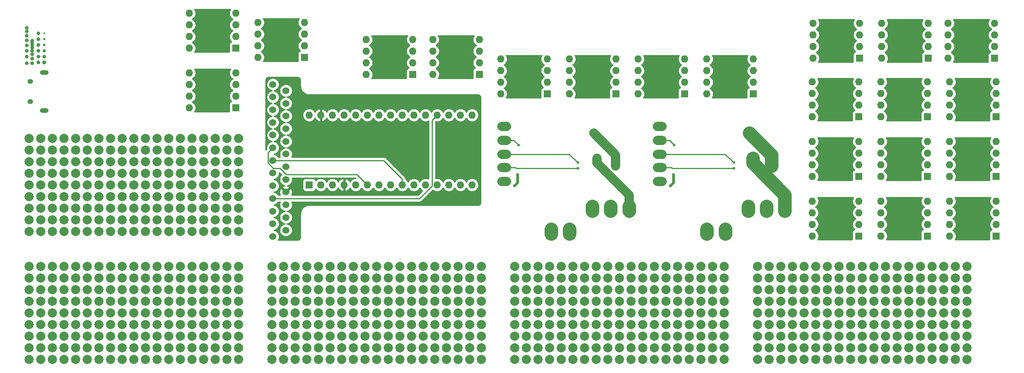
<source format=gbl>
%MOIN*%
%OFA0B0*%
%FSLAX46Y46*%
%IPPOS*%
%LPD*%
%ADD10O,0.062992125984251982X0.062992125984251982*%
%ADD11R,0.062992125984251982X0.062992125984251982*%
%ADD12C,0.01*%
%ADD23O,0.062992125984251982X0.062992125984251982*%
%ADD24R,0.062992125984251982X0.062992125984251982*%
%ADD25C,0.01*%
%ADD26O,0.062992125984251982X0.062992125984251982*%
%ADD27R,0.062992125984251982X0.062992125984251982*%
%ADD28C,0.01*%
%ADD29O,0.062992125984251982X0.062992125984251982*%
%ADD30R,0.062992125984251982X0.062992125984251982*%
%ADD31C,0.01*%
%ADD32O,0.062992125984251982X0.062992125984251982*%
%ADD33R,0.062992125984251982X0.062992125984251982*%
%ADD34C,0.01*%
%ADD35O,0.062992125984251982X0.062992125984251982*%
%ADD36R,0.062992125984251982X0.062992125984251982*%
%ADD37C,0.01*%
%ADD38O,0.062992125984251982X0.062992125984251982*%
%ADD39R,0.062992125984251982X0.062992125984251982*%
%ADD40C,0.01*%
%ADD41O,0.062992125984251982X0.062992125984251982*%
%ADD42R,0.062992125984251982X0.062992125984251982*%
%ADD43C,0.01*%
%ADD44O,0.062992125984251982X0.062992125984251982*%
%ADD45R,0.062992125984251982X0.062992125984251982*%
%ADD46C,0.01*%
%ADD47O,0.062992125984251982X0.062992125984251982*%
%ADD48R,0.062992125984251982X0.062992125984251982*%
%ADD49C,0.01*%
%ADD50O,0.062992125984251982X0.062992125984251982*%
%ADD51R,0.062992125984251982X0.062992125984251982*%
%ADD52C,0.01*%
%ADD53O,0.062992125984251982X0.062992125984251982*%
%ADD54R,0.062992125984251982X0.062992125984251982*%
%ADD55C,0.01*%
%ADD56O,0.062992125984251982X0.062992125984251982*%
%ADD57R,0.062992125984251982X0.062992125984251982*%
%ADD58C,0.01*%
%ADD59O,0.062992125984251982X0.062992125984251982*%
%ADD60R,0.062992125984251982X0.062992125984251982*%
%ADD61C,0.01*%
%ADD62O,0.062992125984251982X0.062992125984251982*%
%ADD63R,0.062992125984251982X0.062992125984251982*%
%ADD64C,0.01*%
%ADD65O,0.062992125984251982X0.062992125984251982*%
%ADD66R,0.062992125984251982X0.062992125984251982*%
%ADD67C,0.01*%
%ADD68O,0.062992125984251982X0.062992125984251982*%
%ADD69R,0.062992125984251982X0.062992125984251982*%
%ADD70C,0.01*%
%ADD71O,0.062992125984251982X0.062992125984251982*%
%ADD72R,0.062992125984251982X0.062992125984251982*%
%ADD73C,0.01*%
%ADD74O,0.062992125984251982X0.062992125984251982*%
%ADD75R,0.062992125984251982X0.062992125984251982*%
%ADD76C,0.01*%
%ADD77O,0.062992125984251982X0.062992125984251982*%
%ADD78R,0.062992125984251982X0.062992125984251982*%
%ADD79C,0.01*%
%ADD80C,0.07874015748031496*%
%ADD81C,0.07874015748031496*%
%ADD82C,0.07874015748031496*%
%ADD83C,0.07874015748031496*%
%ADD84C,0.07874015748031496*%
%ADD85C,0.01*%
%ADD86C,0.023622007874015746*%
%ADD87C,0.024015984251968506*%
%ADD88C,0.024000000000000004*%
%ADD89C,0.07874*%
%ADD90C,0.11811*%
%ADD91C,0.01*%
%ADD92C,0.023622007874015746*%
%ADD93C,0.024015984251968506*%
%ADD94C,0.024000000000000004*%
%ADD95C,0.07874*%
%ADD96C,0.11811*%
%ADD97O,0.074803149606299218X0.03937007874015748*%
%ADD98O,0.049212598425196853X0.041338582677165357*%
%ADD99C,0.031496062992125991*%
%ADD100C,0.027559055118110236*%
%ADD101C,0.023622047244094488*%
%ADD102C,0.01968503937007874*%
%ADD103C,0.017716535433070866*%
%ADD104C,0.035433070866141732*%
%ADD105C,0.060000000000000005*%
%ADD106O,0.062992125984251982X0.062992125984251982*%
%ADD107R,0.062992125984251982X0.062992125984251982*%
%ADD108C,0.00984251968503937*%
%ADD109C,0.01*%
%ADD110O,0.062992125984251982X0.062992125984251982*%
%ADD111R,0.062992125984251982X0.062992125984251982*%
%ADD112C,0.01*%
G01*
D10*
X-0000065866Y-0000110275D02*
X0001484133Y0002264724D03*
X0001884133Y0002564724D03*
X0001484133Y0002364724D03*
X0001884133Y0002464724D03*
X0001484133Y0002464724D03*
X0001884133Y0002364724D03*
X0001484133Y0002564724D03*
D11*
X0001884133Y0002264724D03*
D12*
G36*
X0001520147Y0002520841D02*
G01*
X0001528017Y0002528710D01*
X0001534199Y0002537963D01*
X0001538458Y0002548245D01*
X0001540629Y0002559160D01*
X0001540629Y0002570288D01*
X0001538458Y0002581203D01*
X0001534199Y0002591485D01*
X0001530010Y0002597755D01*
X0001838257Y0002597755D01*
X0001834067Y0002591485D01*
X0001829808Y0002581203D01*
X0001827637Y0002570288D01*
X0001827637Y0002559160D01*
X0001829808Y0002548245D01*
X0001834067Y0002537963D01*
X0001840250Y0002528710D01*
X0001848119Y0002520841D01*
X0001857273Y0002514724D01*
X0001848119Y0002508607D01*
X0001840250Y0002500738D01*
X0001834067Y0002491485D01*
X0001829808Y0002481203D01*
X0001827637Y0002470288D01*
X0001827637Y0002459160D01*
X0001829808Y0002448245D01*
X0001834067Y0002437963D01*
X0001840250Y0002428710D01*
X0001848119Y0002420841D01*
X0001857273Y0002414724D01*
X0001848119Y0002408607D01*
X0001840250Y0002400738D01*
X0001834067Y0002391485D01*
X0001829808Y0002381203D01*
X0001827637Y0002370288D01*
X0001827637Y0002359160D01*
X0001829808Y0002348245D01*
X0001834067Y0002337963D01*
X0001840250Y0002328710D01*
X0001848069Y0002320891D01*
X0001847736Y0002320858D01*
X0001843024Y0002319429D01*
X0001838681Y0002317107D01*
X0001834874Y0002313983D01*
X0001831750Y0002310176D01*
X0001829429Y0002305833D01*
X0001827999Y0002301121D01*
X0001827516Y0002296220D01*
X0001827516Y0002233228D01*
X0001827668Y0002231692D01*
X0001530010Y0002231692D01*
X0001534199Y0002237963D01*
X0001538458Y0002248245D01*
X0001540629Y0002259160D01*
X0001540629Y0002270288D01*
X0001538458Y0002281203D01*
X0001534199Y0002291485D01*
X0001528017Y0002300738D01*
X0001520147Y0002308607D01*
X0001510993Y0002314724D01*
X0001520147Y0002320841D01*
X0001528017Y0002328710D01*
X0001534199Y0002337963D01*
X0001538458Y0002348245D01*
X0001540629Y0002359160D01*
X0001540629Y0002370288D01*
X0001538458Y0002381203D01*
X0001534199Y0002391485D01*
X0001528017Y0002400738D01*
X0001520147Y0002408607D01*
X0001510993Y0002414724D01*
X0001520147Y0002420841D01*
X0001528017Y0002428710D01*
X0001534199Y0002437963D01*
X0001538458Y0002448245D01*
X0001540629Y0002459160D01*
X0001540629Y0002470288D01*
X0001538458Y0002481203D01*
X0001534199Y0002491485D01*
X0001528017Y0002500738D01*
X0001520147Y0002508607D01*
X0001510993Y0002514724D01*
X0001520147Y0002520841D01*
G37*
X0001520147Y0002520841D02*
X0001528017Y0002528710D01*
X0001534199Y0002537963D01*
X0001538458Y0002548245D01*
X0001540629Y0002559160D01*
X0001540629Y0002570288D01*
X0001538458Y0002581203D01*
X0001534199Y0002591485D01*
X0001530010Y0002597755D01*
X0001838257Y0002597755D01*
X0001834067Y0002591485D01*
X0001829808Y0002581203D01*
X0001827637Y0002570288D01*
X0001827637Y0002559160D01*
X0001829808Y0002548245D01*
X0001834067Y0002537963D01*
X0001840250Y0002528710D01*
X0001848119Y0002520841D01*
X0001857273Y0002514724D01*
X0001848119Y0002508607D01*
X0001840250Y0002500738D01*
X0001834067Y0002491485D01*
X0001829808Y0002481203D01*
X0001827637Y0002470288D01*
X0001827637Y0002459160D01*
X0001829808Y0002448245D01*
X0001834067Y0002437963D01*
X0001840250Y0002428710D01*
X0001848119Y0002420841D01*
X0001857273Y0002414724D01*
X0001848119Y0002408607D01*
X0001840250Y0002400738D01*
X0001834067Y0002391485D01*
X0001829808Y0002381203D01*
X0001827637Y0002370288D01*
X0001827637Y0002359160D01*
X0001829808Y0002348245D01*
X0001834067Y0002337963D01*
X0001840250Y0002328710D01*
X0001848069Y0002320891D01*
X0001847736Y0002320858D01*
X0001843024Y0002319429D01*
X0001838681Y0002317107D01*
X0001834874Y0002313983D01*
X0001831750Y0002310176D01*
X0001829429Y0002305833D01*
X0001827999Y0002301121D01*
X0001827516Y0002296220D01*
X0001827516Y0002233228D01*
X0001827668Y0002231692D01*
X0001530010Y0002231692D01*
X0001534199Y0002237963D01*
X0001538458Y0002248245D01*
X0001540629Y0002259160D01*
X0001540629Y0002270288D01*
X0001538458Y0002281203D01*
X0001534199Y0002291485D01*
X0001528017Y0002300738D01*
X0001520147Y0002308607D01*
X0001510993Y0002314724D01*
X0001520147Y0002320841D01*
X0001528017Y0002328710D01*
X0001534199Y0002337963D01*
X0001538458Y0002348245D01*
X0001540629Y0002359160D01*
X0001540629Y0002370288D01*
X0001538458Y0002381203D01*
X0001534199Y0002391485D01*
X0001528017Y0002400738D01*
X0001520147Y0002408607D01*
X0001510993Y0002414724D01*
X0001520147Y0002420841D01*
X0001528017Y0002428710D01*
X0001534199Y0002437963D01*
X0001538458Y0002448245D01*
X0001540629Y0002459160D01*
X0001540629Y0002470288D01*
X0001538458Y0002481203D01*
X0001534199Y0002491485D01*
X0001528017Y0002500738D01*
X0001520147Y0002508607D01*
X0001510993Y0002514724D01*
X0001520147Y0002520841D01*
G04 next file*
G04 Gerber Fmt 4.6, Leading zero omitted, Abs format (unit mm)*
G04 Created by KiCad (PCBNEW (5.1.6)-1) date 2020-09-18 13:03:01*
G01*
G04 APERTURE LIST*
G04 APERTURE END LIST*
D23*
X0005288464Y-0001212637D02*
X0006838464Y0001162362D03*
X0007238464Y0001462362D03*
X0006838464Y0001262362D03*
X0007238464Y0001362362D03*
X0006838464Y0001362362D03*
X0007238464Y0001262362D03*
X0006838464Y0001462362D03*
D24*
X0007238464Y0001162362D03*
D25*
G36*
X0006874478Y0001418478D02*
G01*
X0006882347Y0001426348D01*
X0006888530Y0001435601D01*
X0006892789Y0001445882D01*
X0006894960Y0001456797D01*
X0006894960Y0001467926D01*
X0006892789Y0001478841D01*
X0006888530Y0001489123D01*
X0006884340Y0001495393D01*
X0007192588Y0001495393D01*
X0007188398Y0001489123D01*
X0007184139Y0001478841D01*
X0007181968Y0001467926D01*
X0007181968Y0001456797D01*
X0007184139Y0001445882D01*
X0007188398Y0001435601D01*
X0007194581Y0001426348D01*
X0007202450Y0001418478D01*
X0007211604Y0001412362D01*
X0007202450Y0001406245D01*
X0007194581Y0001398376D01*
X0007188398Y0001389123D01*
X0007184139Y0001378841D01*
X0007181968Y0001367926D01*
X0007181968Y0001356797D01*
X0007184139Y0001345882D01*
X0007188398Y0001335601D01*
X0007194581Y0001326348D01*
X0007202450Y0001318478D01*
X0007211604Y0001312362D01*
X0007202450Y0001306245D01*
X0007194581Y0001298376D01*
X0007188398Y0001289123D01*
X0007184139Y0001278841D01*
X0007181968Y0001267926D01*
X0007181968Y0001256797D01*
X0007184139Y0001245882D01*
X0007188398Y0001235601D01*
X0007194581Y0001226348D01*
X0007202399Y0001218529D01*
X0007202067Y0001218496D01*
X0007197354Y0001217067D01*
X0007193011Y0001214745D01*
X0007189205Y0001211621D01*
X0007186081Y0001207814D01*
X0007183759Y0001203471D01*
X0007182330Y0001198759D01*
X0007181847Y0001193858D01*
X0007181847Y0001130866D01*
X0007181998Y0001129330D01*
X0006884340Y0001129330D01*
X0006888530Y0001135601D01*
X0006892789Y0001145882D01*
X0006894960Y0001156797D01*
X0006894960Y0001167926D01*
X0006892789Y0001178841D01*
X0006888530Y0001189123D01*
X0006882347Y0001198376D01*
X0006874478Y0001206245D01*
X0006865324Y0001212362D01*
X0006874478Y0001218478D01*
X0006882347Y0001226348D01*
X0006888530Y0001235601D01*
X0006892789Y0001245882D01*
X0006894960Y0001256797D01*
X0006894960Y0001267926D01*
X0006892789Y0001278841D01*
X0006888530Y0001289123D01*
X0006882347Y0001298376D01*
X0006874478Y0001306245D01*
X0006865324Y0001312362D01*
X0006874478Y0001318478D01*
X0006882347Y0001326348D01*
X0006888530Y0001335601D01*
X0006892789Y0001345882D01*
X0006894960Y0001356797D01*
X0006894960Y0001367926D01*
X0006892789Y0001378841D01*
X0006888530Y0001389123D01*
X0006882347Y0001398376D01*
X0006874478Y0001406245D01*
X0006865324Y0001412362D01*
X0006874478Y0001418478D01*
G37*
X0006874478Y0001418478D02*
X0006882347Y0001426348D01*
X0006888530Y0001435601D01*
X0006892789Y0001445882D01*
X0006894960Y0001456797D01*
X0006894960Y0001467926D01*
X0006892789Y0001478841D01*
X0006888530Y0001489123D01*
X0006884340Y0001495393D01*
X0007192588Y0001495393D01*
X0007188398Y0001489123D01*
X0007184139Y0001478841D01*
X0007181968Y0001467926D01*
X0007181968Y0001456797D01*
X0007184139Y0001445882D01*
X0007188398Y0001435601D01*
X0007194581Y0001426348D01*
X0007202450Y0001418478D01*
X0007211604Y0001412362D01*
X0007202450Y0001406245D01*
X0007194581Y0001398376D01*
X0007188398Y0001389123D01*
X0007184139Y0001378841D01*
X0007181968Y0001367926D01*
X0007181968Y0001356797D01*
X0007184139Y0001345882D01*
X0007188398Y0001335601D01*
X0007194581Y0001326348D01*
X0007202450Y0001318478D01*
X0007211604Y0001312362D01*
X0007202450Y0001306245D01*
X0007194581Y0001298376D01*
X0007188398Y0001289123D01*
X0007184139Y0001278841D01*
X0007181968Y0001267926D01*
X0007181968Y0001256797D01*
X0007184139Y0001245882D01*
X0007188398Y0001235601D01*
X0007194581Y0001226348D01*
X0007202399Y0001218529D01*
X0007202067Y0001218496D01*
X0007197354Y0001217067D01*
X0007193011Y0001214745D01*
X0007189205Y0001211621D01*
X0007186081Y0001207814D01*
X0007183759Y0001203471D01*
X0007182330Y0001198759D01*
X0007181847Y0001193858D01*
X0007181847Y0001130866D01*
X0007181998Y0001129330D01*
X0006884340Y0001129330D01*
X0006888530Y0001135601D01*
X0006892789Y0001145882D01*
X0006894960Y0001156797D01*
X0006894960Y0001167926D01*
X0006892789Y0001178841D01*
X0006888530Y0001189123D01*
X0006882347Y0001198376D01*
X0006874478Y0001206245D01*
X0006865324Y0001212362D01*
X0006874478Y0001218478D01*
X0006882347Y0001226348D01*
X0006888530Y0001235601D01*
X0006892789Y0001245882D01*
X0006894960Y0001256797D01*
X0006894960Y0001267926D01*
X0006892789Y0001278841D01*
X0006888530Y0001289123D01*
X0006882347Y0001298376D01*
X0006874478Y0001306245D01*
X0006865324Y0001312362D01*
X0006874478Y0001318478D01*
X0006882347Y0001326348D01*
X0006888530Y0001335601D01*
X0006892789Y0001345882D01*
X0006894960Y0001356797D01*
X0006894960Y0001367926D01*
X0006892789Y0001378841D01*
X0006888530Y0001389123D01*
X0006882347Y0001398376D01*
X0006874478Y0001406245D01*
X0006865324Y0001412362D01*
X0006874478Y0001418478D01*
G04 next file*
G04 Gerber Fmt 4.6, Leading zero omitted, Abs format (unit mm)*
G04 Created by KiCad (PCBNEW (5.1.6)-1) date 2020-09-18 13:03:01*
G01*
G04 APERTURE LIST*
G04 APERTURE END LIST*
D26*
X0005879015Y-0001212637D02*
X0007429015Y0001162362D03*
X0007829015Y0001462362D03*
X0007429015Y0001262362D03*
X0007829015Y0001362362D03*
X0007429015Y0001362362D03*
X0007829015Y0001262362D03*
X0007429015Y0001462362D03*
D27*
X0007829015Y0001162362D03*
D28*
G36*
X0007465029Y0001418478D02*
G01*
X0007472898Y0001426348D01*
X0007479081Y0001435601D01*
X0007483340Y0001445882D01*
X0007485511Y0001456797D01*
X0007485511Y0001467926D01*
X0007483340Y0001478841D01*
X0007479081Y0001489123D01*
X0007474891Y0001495393D01*
X0007783139Y0001495393D01*
X0007778949Y0001489123D01*
X0007774690Y0001478841D01*
X0007772519Y0001467926D01*
X0007772519Y0001456797D01*
X0007774690Y0001445882D01*
X0007778949Y0001435601D01*
X0007785132Y0001426348D01*
X0007793001Y0001418478D01*
X0007802155Y0001412362D01*
X0007793001Y0001406245D01*
X0007785132Y0001398376D01*
X0007778949Y0001389123D01*
X0007774690Y0001378841D01*
X0007772519Y0001367926D01*
X0007772519Y0001356797D01*
X0007774690Y0001345882D01*
X0007778949Y0001335601D01*
X0007785132Y0001326348D01*
X0007793001Y0001318478D01*
X0007802155Y0001312362D01*
X0007793001Y0001306245D01*
X0007785132Y0001298376D01*
X0007778949Y0001289123D01*
X0007774690Y0001278841D01*
X0007772519Y0001267926D01*
X0007772519Y0001256797D01*
X0007774690Y0001245882D01*
X0007778949Y0001235601D01*
X0007785132Y0001226348D01*
X0007792951Y0001218529D01*
X0007792618Y0001218496D01*
X0007787906Y0001217067D01*
X0007783563Y0001214745D01*
X0007779756Y0001211621D01*
X0007776632Y0001207814D01*
X0007774310Y0001203471D01*
X0007772881Y0001198759D01*
X0007772398Y0001193858D01*
X0007772398Y0001130866D01*
X0007772549Y0001129330D01*
X0007474891Y0001129330D01*
X0007479081Y0001135601D01*
X0007483340Y0001145882D01*
X0007485511Y0001156797D01*
X0007485511Y0001167926D01*
X0007483340Y0001178841D01*
X0007479081Y0001189123D01*
X0007472898Y0001198376D01*
X0007465029Y0001206245D01*
X0007455875Y0001212362D01*
X0007465029Y0001218478D01*
X0007472898Y0001226348D01*
X0007479081Y0001235601D01*
X0007483340Y0001245882D01*
X0007485511Y0001256797D01*
X0007485511Y0001267926D01*
X0007483340Y0001278841D01*
X0007479081Y0001289123D01*
X0007472898Y0001298376D01*
X0007465029Y0001306245D01*
X0007455875Y0001312362D01*
X0007465029Y0001318478D01*
X0007472898Y0001326348D01*
X0007479081Y0001335601D01*
X0007483340Y0001345882D01*
X0007485511Y0001356797D01*
X0007485511Y0001367926D01*
X0007483340Y0001378841D01*
X0007479081Y0001389123D01*
X0007472898Y0001398376D01*
X0007465029Y0001406245D01*
X0007455875Y0001412362D01*
X0007465029Y0001418478D01*
G37*
X0007465029Y0001418478D02*
X0007472898Y0001426348D01*
X0007479081Y0001435601D01*
X0007483340Y0001445882D01*
X0007485511Y0001456797D01*
X0007485511Y0001467926D01*
X0007483340Y0001478841D01*
X0007479081Y0001489123D01*
X0007474891Y0001495393D01*
X0007783139Y0001495393D01*
X0007778949Y0001489123D01*
X0007774690Y0001478841D01*
X0007772519Y0001467926D01*
X0007772519Y0001456797D01*
X0007774690Y0001445882D01*
X0007778949Y0001435601D01*
X0007785132Y0001426348D01*
X0007793001Y0001418478D01*
X0007802155Y0001412362D01*
X0007793001Y0001406245D01*
X0007785132Y0001398376D01*
X0007778949Y0001389123D01*
X0007774690Y0001378841D01*
X0007772519Y0001367926D01*
X0007772519Y0001356797D01*
X0007774690Y0001345882D01*
X0007778949Y0001335601D01*
X0007785132Y0001326348D01*
X0007793001Y0001318478D01*
X0007802155Y0001312362D01*
X0007793001Y0001306245D01*
X0007785132Y0001298376D01*
X0007778949Y0001289123D01*
X0007774690Y0001278841D01*
X0007772519Y0001267926D01*
X0007772519Y0001256797D01*
X0007774690Y0001245882D01*
X0007778949Y0001235601D01*
X0007785132Y0001226348D01*
X0007792951Y0001218529D01*
X0007792618Y0001218496D01*
X0007787906Y0001217067D01*
X0007783563Y0001214745D01*
X0007779756Y0001211621D01*
X0007776632Y0001207814D01*
X0007774310Y0001203471D01*
X0007772881Y0001198759D01*
X0007772398Y0001193858D01*
X0007772398Y0001130866D01*
X0007772549Y0001129330D01*
X0007474891Y0001129330D01*
X0007479081Y0001135601D01*
X0007483340Y0001145882D01*
X0007485511Y0001156797D01*
X0007485511Y0001167926D01*
X0007483340Y0001178841D01*
X0007479081Y0001189123D01*
X0007472898Y0001198376D01*
X0007465029Y0001206245D01*
X0007455875Y0001212362D01*
X0007465029Y0001218478D01*
X0007472898Y0001226348D01*
X0007479081Y0001235601D01*
X0007483340Y0001245882D01*
X0007485511Y0001256797D01*
X0007485511Y0001267926D01*
X0007483340Y0001278841D01*
X0007479081Y0001289123D01*
X0007472898Y0001298376D01*
X0007465029Y0001306245D01*
X0007455875Y0001312362D01*
X0007465029Y0001318478D01*
X0007472898Y0001326348D01*
X0007479081Y0001335601D01*
X0007483340Y0001345882D01*
X0007485511Y0001356797D01*
X0007485511Y0001367926D01*
X0007483340Y0001378841D01*
X0007479081Y0001389123D01*
X0007472898Y0001398376D01*
X0007465029Y0001406245D01*
X0007455875Y0001412362D01*
X0007465029Y0001418478D01*
G04 next file*
G04 Gerber Fmt 4.6, Leading zero omitted, Abs format (unit mm)*
G04 Created by KiCad (PCBNEW (5.1.6)-1) date 2020-09-18 13:03:01*
G01*
G04 APERTURE LIST*
G04 APERTURE END LIST*
D29*
X0006469566Y-0001212637D02*
X0008019566Y0001162362D03*
X0008419566Y0001462362D03*
X0008019566Y0001262362D03*
X0008419566Y0001362362D03*
X0008019566Y0001362362D03*
X0008419566Y0001262362D03*
X0008019566Y0001462362D03*
D30*
X0008419566Y0001162362D03*
D31*
G36*
X0008055580Y0001418478D02*
G01*
X0008063450Y0001426348D01*
X0008069632Y0001435601D01*
X0008073891Y0001445882D01*
X0008076062Y0001456797D01*
X0008076062Y0001467926D01*
X0008073891Y0001478841D01*
X0008069632Y0001489123D01*
X0008065442Y0001495393D01*
X0008373690Y0001495393D01*
X0008369500Y0001489123D01*
X0008365241Y0001478841D01*
X0008363070Y0001467926D01*
X0008363070Y0001456797D01*
X0008365241Y0001445882D01*
X0008369500Y0001435601D01*
X0008375683Y0001426348D01*
X0008383552Y0001418478D01*
X0008392706Y0001412362D01*
X0008383552Y0001406245D01*
X0008375683Y0001398376D01*
X0008369500Y0001389123D01*
X0008365241Y0001378841D01*
X0008363070Y0001367926D01*
X0008363070Y0001356797D01*
X0008365241Y0001345882D01*
X0008369500Y0001335601D01*
X0008375683Y0001326348D01*
X0008383552Y0001318478D01*
X0008392706Y0001312362D01*
X0008383552Y0001306245D01*
X0008375683Y0001298376D01*
X0008369500Y0001289123D01*
X0008365241Y0001278841D01*
X0008363070Y0001267926D01*
X0008363070Y0001256797D01*
X0008365241Y0001245882D01*
X0008369500Y0001235601D01*
X0008375683Y0001226348D01*
X0008383502Y0001218529D01*
X0008383169Y0001218496D01*
X0008378457Y0001217067D01*
X0008374114Y0001214745D01*
X0008370307Y0001211621D01*
X0008367183Y0001207814D01*
X0008364861Y0001203471D01*
X0008363432Y0001198759D01*
X0008362949Y0001193858D01*
X0008362949Y0001130866D01*
X0008363100Y0001129330D01*
X0008065442Y0001129330D01*
X0008069632Y0001135601D01*
X0008073891Y0001145882D01*
X0008076062Y0001156797D01*
X0008076062Y0001167926D01*
X0008073891Y0001178841D01*
X0008069632Y0001189123D01*
X0008063450Y0001198376D01*
X0008055580Y0001206245D01*
X0008046426Y0001212362D01*
X0008055580Y0001218478D01*
X0008063450Y0001226348D01*
X0008069632Y0001235601D01*
X0008073891Y0001245882D01*
X0008076062Y0001256797D01*
X0008076062Y0001267926D01*
X0008073891Y0001278841D01*
X0008069632Y0001289123D01*
X0008063450Y0001298376D01*
X0008055580Y0001306245D01*
X0008046426Y0001312362D01*
X0008055580Y0001318478D01*
X0008063450Y0001326348D01*
X0008069632Y0001335601D01*
X0008073891Y0001345882D01*
X0008076062Y0001356797D01*
X0008076062Y0001367926D01*
X0008073891Y0001378841D01*
X0008069632Y0001389123D01*
X0008063450Y0001398376D01*
X0008055580Y0001406245D01*
X0008046426Y0001412362D01*
X0008055580Y0001418478D01*
G37*
X0008055580Y0001418478D02*
X0008063450Y0001426348D01*
X0008069632Y0001435601D01*
X0008073891Y0001445882D01*
X0008076062Y0001456797D01*
X0008076062Y0001467926D01*
X0008073891Y0001478841D01*
X0008069632Y0001489123D01*
X0008065442Y0001495393D01*
X0008373690Y0001495393D01*
X0008369500Y0001489123D01*
X0008365241Y0001478841D01*
X0008363070Y0001467926D01*
X0008363070Y0001456797D01*
X0008365241Y0001445882D01*
X0008369500Y0001435601D01*
X0008375683Y0001426348D01*
X0008383552Y0001418478D01*
X0008392706Y0001412362D01*
X0008383552Y0001406245D01*
X0008375683Y0001398376D01*
X0008369500Y0001389123D01*
X0008365241Y0001378841D01*
X0008363070Y0001367926D01*
X0008363070Y0001356797D01*
X0008365241Y0001345882D01*
X0008369500Y0001335601D01*
X0008375683Y0001326348D01*
X0008383552Y0001318478D01*
X0008392706Y0001312362D01*
X0008383552Y0001306245D01*
X0008375683Y0001298376D01*
X0008369500Y0001289123D01*
X0008365241Y0001278841D01*
X0008363070Y0001267926D01*
X0008363070Y0001256797D01*
X0008365241Y0001245882D01*
X0008369500Y0001235601D01*
X0008375683Y0001226348D01*
X0008383502Y0001218529D01*
X0008383169Y0001218496D01*
X0008378457Y0001217067D01*
X0008374114Y0001214745D01*
X0008370307Y0001211621D01*
X0008367183Y0001207814D01*
X0008364861Y0001203471D01*
X0008363432Y0001198759D01*
X0008362949Y0001193858D01*
X0008362949Y0001130866D01*
X0008363100Y0001129330D01*
X0008065442Y0001129330D01*
X0008069632Y0001135601D01*
X0008073891Y0001145882D01*
X0008076062Y0001156797D01*
X0008076062Y0001167926D01*
X0008073891Y0001178841D01*
X0008069632Y0001189123D01*
X0008063450Y0001198376D01*
X0008055580Y0001206245D01*
X0008046426Y0001212362D01*
X0008055580Y0001218478D01*
X0008063450Y0001226348D01*
X0008069632Y0001235601D01*
X0008073891Y0001245882D01*
X0008076062Y0001256797D01*
X0008076062Y0001267926D01*
X0008073891Y0001278841D01*
X0008069632Y0001289123D01*
X0008063450Y0001298376D01*
X0008055580Y0001306245D01*
X0008046426Y0001312362D01*
X0008055580Y0001318478D01*
X0008063450Y0001326348D01*
X0008069632Y0001335601D01*
X0008073891Y0001345882D01*
X0008076062Y0001356797D01*
X0008076062Y0001367926D01*
X0008073891Y0001378841D01*
X0008069632Y0001389123D01*
X0008063450Y0001398376D01*
X0008055580Y0001406245D01*
X0008046426Y0001412362D01*
X0008055580Y0001418478D01*
G04 next file*
G04 Gerber Fmt 4.6, Leading zero omitted, Abs format (unit mm)*
G04 Created by KiCad (PCBNEW (5.1.6)-1) date 2020-09-18 13:03:01*
G01*
G04 APERTURE LIST*
G04 APERTURE END LIST*
D32*
X0005288464Y-0000700826D02*
X0006838464Y0001674173D03*
X0007238464Y0001974173D03*
X0006838464Y0001774173D03*
X0007238464Y0001874173D03*
X0006838464Y0001874173D03*
X0007238464Y0001774173D03*
X0006838464Y0001974173D03*
D33*
X0007238464Y0001674173D03*
D34*
G36*
X0006874478Y0001930289D02*
G01*
X0006882347Y0001938159D01*
X0006888530Y0001947412D01*
X0006892789Y0001957693D01*
X0006894960Y0001968608D01*
X0006894960Y0001979737D01*
X0006892789Y0001990652D01*
X0006888530Y0002000934D01*
X0006884340Y0002007204D01*
X0007192588Y0002007204D01*
X0007188398Y0002000934D01*
X0007184139Y0001990652D01*
X0007181968Y0001979737D01*
X0007181968Y0001968608D01*
X0007184139Y0001957693D01*
X0007188398Y0001947412D01*
X0007194581Y0001938159D01*
X0007202450Y0001930289D01*
X0007211604Y0001924173D01*
X0007202450Y0001918056D01*
X0007194581Y0001910187D01*
X0007188398Y0001900934D01*
X0007184139Y0001890652D01*
X0007181968Y0001879737D01*
X0007181968Y0001868608D01*
X0007184139Y0001857693D01*
X0007188398Y0001847412D01*
X0007194581Y0001838159D01*
X0007202450Y0001830289D01*
X0007211604Y0001824173D01*
X0007202450Y0001818056D01*
X0007194581Y0001810187D01*
X0007188398Y0001800934D01*
X0007184139Y0001790652D01*
X0007181968Y0001779737D01*
X0007181968Y0001768608D01*
X0007184139Y0001757693D01*
X0007188398Y0001747412D01*
X0007194581Y0001738159D01*
X0007202399Y0001730340D01*
X0007202067Y0001730307D01*
X0007197354Y0001728878D01*
X0007193011Y0001726556D01*
X0007189205Y0001723432D01*
X0007186081Y0001719625D01*
X0007183759Y0001715282D01*
X0007182330Y0001710570D01*
X0007181847Y0001705669D01*
X0007181847Y0001642677D01*
X0007181998Y0001641141D01*
X0006884340Y0001641141D01*
X0006888530Y0001647412D01*
X0006892789Y0001657693D01*
X0006894960Y0001668608D01*
X0006894960Y0001679737D01*
X0006892789Y0001690652D01*
X0006888530Y0001700934D01*
X0006882347Y0001710187D01*
X0006874478Y0001718056D01*
X0006865324Y0001724173D01*
X0006874478Y0001730289D01*
X0006882347Y0001738159D01*
X0006888530Y0001747412D01*
X0006892789Y0001757693D01*
X0006894960Y0001768608D01*
X0006894960Y0001779737D01*
X0006892789Y0001790652D01*
X0006888530Y0001800934D01*
X0006882347Y0001810187D01*
X0006874478Y0001818056D01*
X0006865324Y0001824173D01*
X0006874478Y0001830289D01*
X0006882347Y0001838159D01*
X0006888530Y0001847412D01*
X0006892789Y0001857693D01*
X0006894960Y0001868608D01*
X0006894960Y0001879737D01*
X0006892789Y0001890652D01*
X0006888530Y0001900934D01*
X0006882347Y0001910187D01*
X0006874478Y0001918056D01*
X0006865324Y0001924173D01*
X0006874478Y0001930289D01*
G37*
X0006874478Y0001930289D02*
X0006882347Y0001938159D01*
X0006888530Y0001947412D01*
X0006892789Y0001957693D01*
X0006894960Y0001968608D01*
X0006894960Y0001979737D01*
X0006892789Y0001990652D01*
X0006888530Y0002000934D01*
X0006884340Y0002007204D01*
X0007192588Y0002007204D01*
X0007188398Y0002000934D01*
X0007184139Y0001990652D01*
X0007181968Y0001979737D01*
X0007181968Y0001968608D01*
X0007184139Y0001957693D01*
X0007188398Y0001947412D01*
X0007194581Y0001938159D01*
X0007202450Y0001930289D01*
X0007211604Y0001924173D01*
X0007202450Y0001918056D01*
X0007194581Y0001910187D01*
X0007188398Y0001900934D01*
X0007184139Y0001890652D01*
X0007181968Y0001879737D01*
X0007181968Y0001868608D01*
X0007184139Y0001857693D01*
X0007188398Y0001847412D01*
X0007194581Y0001838159D01*
X0007202450Y0001830289D01*
X0007211604Y0001824173D01*
X0007202450Y0001818056D01*
X0007194581Y0001810187D01*
X0007188398Y0001800934D01*
X0007184139Y0001790652D01*
X0007181968Y0001779737D01*
X0007181968Y0001768608D01*
X0007184139Y0001757693D01*
X0007188398Y0001747412D01*
X0007194581Y0001738159D01*
X0007202399Y0001730340D01*
X0007202067Y0001730307D01*
X0007197354Y0001728878D01*
X0007193011Y0001726556D01*
X0007189205Y0001723432D01*
X0007186081Y0001719625D01*
X0007183759Y0001715282D01*
X0007182330Y0001710570D01*
X0007181847Y0001705669D01*
X0007181847Y0001642677D01*
X0007181998Y0001641141D01*
X0006884340Y0001641141D01*
X0006888530Y0001647412D01*
X0006892789Y0001657693D01*
X0006894960Y0001668608D01*
X0006894960Y0001679737D01*
X0006892789Y0001690652D01*
X0006888530Y0001700934D01*
X0006882347Y0001710187D01*
X0006874478Y0001718056D01*
X0006865324Y0001724173D01*
X0006874478Y0001730289D01*
X0006882347Y0001738159D01*
X0006888530Y0001747412D01*
X0006892789Y0001757693D01*
X0006894960Y0001768608D01*
X0006894960Y0001779737D01*
X0006892789Y0001790652D01*
X0006888530Y0001800934D01*
X0006882347Y0001810187D01*
X0006874478Y0001818056D01*
X0006865324Y0001824173D01*
X0006874478Y0001830289D01*
X0006882347Y0001838159D01*
X0006888530Y0001847412D01*
X0006892789Y0001857693D01*
X0006894960Y0001868608D01*
X0006894960Y0001879737D01*
X0006892789Y0001890652D01*
X0006888530Y0001900934D01*
X0006882347Y0001910187D01*
X0006874478Y0001918056D01*
X0006865324Y0001924173D01*
X0006874478Y0001930289D01*
G04 next file*
G04 Gerber Fmt 4.6, Leading zero omitted, Abs format (unit mm)*
G04 Created by KiCad (PCBNEW (5.1.6)-1) date 2020-09-18 13:03:01*
G01*
G04 APERTURE LIST*
G04 APERTURE END LIST*
D35*
X0005879015Y-0000700826D02*
X0007429015Y0001674173D03*
X0007829015Y0001974173D03*
X0007429015Y0001774173D03*
X0007829015Y0001874173D03*
X0007429015Y0001874173D03*
X0007829015Y0001774173D03*
X0007429015Y0001974173D03*
D36*
X0007829015Y0001674173D03*
D37*
G36*
X0007465029Y0001930289D02*
G01*
X0007472898Y0001938159D01*
X0007479081Y0001947412D01*
X0007483340Y0001957693D01*
X0007485511Y0001968608D01*
X0007485511Y0001979737D01*
X0007483340Y0001990652D01*
X0007479081Y0002000934D01*
X0007474891Y0002007204D01*
X0007783139Y0002007204D01*
X0007778949Y0002000934D01*
X0007774690Y0001990652D01*
X0007772519Y0001979737D01*
X0007772519Y0001968608D01*
X0007774690Y0001957693D01*
X0007778949Y0001947412D01*
X0007785132Y0001938159D01*
X0007793001Y0001930289D01*
X0007802155Y0001924173D01*
X0007793001Y0001918056D01*
X0007785132Y0001910187D01*
X0007778949Y0001900934D01*
X0007774690Y0001890652D01*
X0007772519Y0001879737D01*
X0007772519Y0001868608D01*
X0007774690Y0001857693D01*
X0007778949Y0001847412D01*
X0007785132Y0001838159D01*
X0007793001Y0001830289D01*
X0007802155Y0001824173D01*
X0007793001Y0001818056D01*
X0007785132Y0001810187D01*
X0007778949Y0001800934D01*
X0007774690Y0001790652D01*
X0007772519Y0001779737D01*
X0007772519Y0001768608D01*
X0007774690Y0001757693D01*
X0007778949Y0001747412D01*
X0007785132Y0001738159D01*
X0007792951Y0001730340D01*
X0007792618Y0001730307D01*
X0007787906Y0001728878D01*
X0007783563Y0001726556D01*
X0007779756Y0001723432D01*
X0007776632Y0001719625D01*
X0007774310Y0001715282D01*
X0007772881Y0001710570D01*
X0007772398Y0001705669D01*
X0007772398Y0001642677D01*
X0007772549Y0001641141D01*
X0007474891Y0001641141D01*
X0007479081Y0001647412D01*
X0007483340Y0001657693D01*
X0007485511Y0001668608D01*
X0007485511Y0001679737D01*
X0007483340Y0001690652D01*
X0007479081Y0001700934D01*
X0007472898Y0001710187D01*
X0007465029Y0001718056D01*
X0007455875Y0001724173D01*
X0007465029Y0001730289D01*
X0007472898Y0001738159D01*
X0007479081Y0001747412D01*
X0007483340Y0001757693D01*
X0007485511Y0001768608D01*
X0007485511Y0001779737D01*
X0007483340Y0001790652D01*
X0007479081Y0001800934D01*
X0007472898Y0001810187D01*
X0007465029Y0001818056D01*
X0007455875Y0001824173D01*
X0007465029Y0001830289D01*
X0007472898Y0001838159D01*
X0007479081Y0001847412D01*
X0007483340Y0001857693D01*
X0007485511Y0001868608D01*
X0007485511Y0001879737D01*
X0007483340Y0001890652D01*
X0007479081Y0001900934D01*
X0007472898Y0001910187D01*
X0007465029Y0001918056D01*
X0007455875Y0001924173D01*
X0007465029Y0001930289D01*
G37*
X0007465029Y0001930289D02*
X0007472898Y0001938159D01*
X0007479081Y0001947412D01*
X0007483340Y0001957693D01*
X0007485511Y0001968608D01*
X0007485511Y0001979737D01*
X0007483340Y0001990652D01*
X0007479081Y0002000934D01*
X0007474891Y0002007204D01*
X0007783139Y0002007204D01*
X0007778949Y0002000934D01*
X0007774690Y0001990652D01*
X0007772519Y0001979737D01*
X0007772519Y0001968608D01*
X0007774690Y0001957693D01*
X0007778949Y0001947412D01*
X0007785132Y0001938159D01*
X0007793001Y0001930289D01*
X0007802155Y0001924173D01*
X0007793001Y0001918056D01*
X0007785132Y0001910187D01*
X0007778949Y0001900934D01*
X0007774690Y0001890652D01*
X0007772519Y0001879737D01*
X0007772519Y0001868608D01*
X0007774690Y0001857693D01*
X0007778949Y0001847412D01*
X0007785132Y0001838159D01*
X0007793001Y0001830289D01*
X0007802155Y0001824173D01*
X0007793001Y0001818056D01*
X0007785132Y0001810187D01*
X0007778949Y0001800934D01*
X0007774690Y0001790652D01*
X0007772519Y0001779737D01*
X0007772519Y0001768608D01*
X0007774690Y0001757693D01*
X0007778949Y0001747412D01*
X0007785132Y0001738159D01*
X0007792951Y0001730340D01*
X0007792618Y0001730307D01*
X0007787906Y0001728878D01*
X0007783563Y0001726556D01*
X0007779756Y0001723432D01*
X0007776632Y0001719625D01*
X0007774310Y0001715282D01*
X0007772881Y0001710570D01*
X0007772398Y0001705669D01*
X0007772398Y0001642677D01*
X0007772549Y0001641141D01*
X0007474891Y0001641141D01*
X0007479081Y0001647412D01*
X0007483340Y0001657693D01*
X0007485511Y0001668608D01*
X0007485511Y0001679737D01*
X0007483340Y0001690652D01*
X0007479081Y0001700934D01*
X0007472898Y0001710187D01*
X0007465029Y0001718056D01*
X0007455875Y0001724173D01*
X0007465029Y0001730289D01*
X0007472898Y0001738159D01*
X0007479081Y0001747412D01*
X0007483340Y0001757693D01*
X0007485511Y0001768608D01*
X0007485511Y0001779737D01*
X0007483340Y0001790652D01*
X0007479081Y0001800934D01*
X0007472898Y0001810187D01*
X0007465029Y0001818056D01*
X0007455875Y0001824173D01*
X0007465029Y0001830289D01*
X0007472898Y0001838159D01*
X0007479081Y0001847412D01*
X0007483340Y0001857693D01*
X0007485511Y0001868608D01*
X0007485511Y0001879737D01*
X0007483340Y0001890652D01*
X0007479081Y0001900934D01*
X0007472898Y0001910187D01*
X0007465029Y0001918056D01*
X0007455875Y0001924173D01*
X0007465029Y0001930289D01*
G04 next file*
G04 Gerber Fmt 4.6, Leading zero omitted, Abs format (unit mm)*
G04 Created by KiCad (PCBNEW (5.1.6)-1) date 2020-09-18 13:03:01*
G01*
G04 APERTURE LIST*
G04 APERTURE END LIST*
D38*
X0006469566Y-0000700826D02*
X0008019566Y0001674173D03*
X0008419566Y0001974173D03*
X0008019566Y0001774173D03*
X0008419566Y0001874173D03*
X0008019566Y0001874173D03*
X0008419566Y0001774173D03*
X0008019566Y0001974173D03*
D39*
X0008419566Y0001674173D03*
D40*
G36*
X0008055580Y0001930289D02*
G01*
X0008063450Y0001938159D01*
X0008069632Y0001947412D01*
X0008073891Y0001957693D01*
X0008076062Y0001968608D01*
X0008076062Y0001979737D01*
X0008073891Y0001990652D01*
X0008069632Y0002000934D01*
X0008065442Y0002007204D01*
X0008373690Y0002007204D01*
X0008369500Y0002000934D01*
X0008365241Y0001990652D01*
X0008363070Y0001979737D01*
X0008363070Y0001968608D01*
X0008365241Y0001957693D01*
X0008369500Y0001947412D01*
X0008375683Y0001938159D01*
X0008383552Y0001930289D01*
X0008392706Y0001924173D01*
X0008383552Y0001918056D01*
X0008375683Y0001910187D01*
X0008369500Y0001900934D01*
X0008365241Y0001890652D01*
X0008363070Y0001879737D01*
X0008363070Y0001868608D01*
X0008365241Y0001857693D01*
X0008369500Y0001847412D01*
X0008375683Y0001838159D01*
X0008383552Y0001830289D01*
X0008392706Y0001824173D01*
X0008383552Y0001818056D01*
X0008375683Y0001810187D01*
X0008369500Y0001800934D01*
X0008365241Y0001790652D01*
X0008363070Y0001779737D01*
X0008363070Y0001768608D01*
X0008365241Y0001757693D01*
X0008369500Y0001747412D01*
X0008375683Y0001738159D01*
X0008383502Y0001730340D01*
X0008383169Y0001730307D01*
X0008378457Y0001728878D01*
X0008374114Y0001726556D01*
X0008370307Y0001723432D01*
X0008367183Y0001719625D01*
X0008364861Y0001715282D01*
X0008363432Y0001710570D01*
X0008362949Y0001705669D01*
X0008362949Y0001642677D01*
X0008363100Y0001641141D01*
X0008065442Y0001641141D01*
X0008069632Y0001647412D01*
X0008073891Y0001657693D01*
X0008076062Y0001668608D01*
X0008076062Y0001679737D01*
X0008073891Y0001690652D01*
X0008069632Y0001700934D01*
X0008063450Y0001710187D01*
X0008055580Y0001718056D01*
X0008046426Y0001724173D01*
X0008055580Y0001730289D01*
X0008063450Y0001738159D01*
X0008069632Y0001747412D01*
X0008073891Y0001757693D01*
X0008076062Y0001768608D01*
X0008076062Y0001779737D01*
X0008073891Y0001790652D01*
X0008069632Y0001800934D01*
X0008063450Y0001810187D01*
X0008055580Y0001818056D01*
X0008046426Y0001824173D01*
X0008055580Y0001830289D01*
X0008063450Y0001838159D01*
X0008069632Y0001847412D01*
X0008073891Y0001857693D01*
X0008076062Y0001868608D01*
X0008076062Y0001879737D01*
X0008073891Y0001890652D01*
X0008069632Y0001900934D01*
X0008063450Y0001910187D01*
X0008055580Y0001918056D01*
X0008046426Y0001924173D01*
X0008055580Y0001930289D01*
G37*
X0008055580Y0001930289D02*
X0008063450Y0001938159D01*
X0008069632Y0001947412D01*
X0008073891Y0001957693D01*
X0008076062Y0001968608D01*
X0008076062Y0001979737D01*
X0008073891Y0001990652D01*
X0008069632Y0002000934D01*
X0008065442Y0002007204D01*
X0008373690Y0002007204D01*
X0008369500Y0002000934D01*
X0008365241Y0001990652D01*
X0008363070Y0001979737D01*
X0008363070Y0001968608D01*
X0008365241Y0001957693D01*
X0008369500Y0001947412D01*
X0008375683Y0001938159D01*
X0008383552Y0001930289D01*
X0008392706Y0001924173D01*
X0008383552Y0001918056D01*
X0008375683Y0001910187D01*
X0008369500Y0001900934D01*
X0008365241Y0001890652D01*
X0008363070Y0001879737D01*
X0008363070Y0001868608D01*
X0008365241Y0001857693D01*
X0008369500Y0001847412D01*
X0008375683Y0001838159D01*
X0008383552Y0001830289D01*
X0008392706Y0001824173D01*
X0008383552Y0001818056D01*
X0008375683Y0001810187D01*
X0008369500Y0001800934D01*
X0008365241Y0001790652D01*
X0008363070Y0001779737D01*
X0008363070Y0001768608D01*
X0008365241Y0001757693D01*
X0008369500Y0001747412D01*
X0008375683Y0001738159D01*
X0008383502Y0001730340D01*
X0008383169Y0001730307D01*
X0008378457Y0001728878D01*
X0008374114Y0001726556D01*
X0008370307Y0001723432D01*
X0008367183Y0001719625D01*
X0008364861Y0001715282D01*
X0008363432Y0001710570D01*
X0008362949Y0001705669D01*
X0008362949Y0001642677D01*
X0008363100Y0001641141D01*
X0008065442Y0001641141D01*
X0008069632Y0001647412D01*
X0008073891Y0001657693D01*
X0008076062Y0001668608D01*
X0008076062Y0001679737D01*
X0008073891Y0001690652D01*
X0008069632Y0001700934D01*
X0008063450Y0001710187D01*
X0008055580Y0001718056D01*
X0008046426Y0001724173D01*
X0008055580Y0001730289D01*
X0008063450Y0001738159D01*
X0008069632Y0001747412D01*
X0008073891Y0001757693D01*
X0008076062Y0001768608D01*
X0008076062Y0001779737D01*
X0008073891Y0001790652D01*
X0008069632Y0001800934D01*
X0008063450Y0001810187D01*
X0008055580Y0001818056D01*
X0008046426Y0001824173D01*
X0008055580Y0001830289D01*
X0008063450Y0001838159D01*
X0008069632Y0001847412D01*
X0008073891Y0001857693D01*
X0008076062Y0001868608D01*
X0008076062Y0001879737D01*
X0008073891Y0001890652D01*
X0008069632Y0001900934D01*
X0008063450Y0001910187D01*
X0008055580Y0001918056D01*
X0008046426Y0001924173D01*
X0008055580Y0001930289D01*
G04 next file*
G04 Gerber Fmt 4.6, Leading zero omitted, Abs format (unit mm)*
G04 Created by KiCad (PCBNEW (5.1.6)-1) date 2020-09-18 13:03:01*
G01*
G04 APERTURE LIST*
G04 APERTURE END LIST*
D41*
X0005288464Y-0000189015D02*
X0006838464Y0002185984D03*
X0007238464Y0002485984D03*
X0006838464Y0002285984D03*
X0007238464Y0002385984D03*
X0006838464Y0002385984D03*
X0007238464Y0002285984D03*
X0006838464Y0002485984D03*
D42*
X0007238464Y0002185984D03*
D43*
G36*
X0006874478Y0002442100D02*
G01*
X0006882347Y0002449970D01*
X0006888530Y0002459223D01*
X0006892789Y0002469505D01*
X0006894960Y0002480419D01*
X0006894960Y0002491548D01*
X0006892789Y0002502463D01*
X0006888530Y0002512745D01*
X0006884340Y0002519015D01*
X0007192588Y0002519015D01*
X0007188398Y0002512745D01*
X0007184139Y0002502463D01*
X0007181968Y0002491548D01*
X0007181968Y0002480419D01*
X0007184139Y0002469505D01*
X0007188398Y0002459223D01*
X0007194581Y0002449970D01*
X0007202450Y0002442100D01*
X0007211604Y0002435984D01*
X0007202450Y0002429867D01*
X0007194581Y0002421998D01*
X0007188398Y0002412745D01*
X0007184139Y0002402463D01*
X0007181968Y0002391548D01*
X0007181968Y0002380419D01*
X0007184139Y0002369505D01*
X0007188398Y0002359223D01*
X0007194581Y0002349970D01*
X0007202450Y0002342100D01*
X0007211604Y0002335984D01*
X0007202450Y0002329867D01*
X0007194581Y0002321998D01*
X0007188398Y0002312745D01*
X0007184139Y0002302463D01*
X0007181968Y0002291548D01*
X0007181968Y0002280419D01*
X0007184139Y0002269505D01*
X0007188398Y0002259223D01*
X0007194581Y0002249970D01*
X0007202399Y0002242151D01*
X0007202067Y0002242118D01*
X0007197354Y0002240689D01*
X0007193011Y0002238367D01*
X0007189205Y0002235243D01*
X0007186081Y0002231436D01*
X0007183759Y0002227093D01*
X0007182330Y0002222381D01*
X0007181847Y0002217480D01*
X0007181847Y0002154488D01*
X0007181998Y0002152952D01*
X0006884340Y0002152952D01*
X0006888530Y0002159223D01*
X0006892789Y0002169505D01*
X0006894960Y0002180419D01*
X0006894960Y0002191548D01*
X0006892789Y0002202463D01*
X0006888530Y0002212745D01*
X0006882347Y0002221998D01*
X0006874478Y0002229867D01*
X0006865324Y0002235984D01*
X0006874478Y0002242100D01*
X0006882347Y0002249970D01*
X0006888530Y0002259223D01*
X0006892789Y0002269505D01*
X0006894960Y0002280419D01*
X0006894960Y0002291548D01*
X0006892789Y0002302463D01*
X0006888530Y0002312745D01*
X0006882347Y0002321998D01*
X0006874478Y0002329867D01*
X0006865324Y0002335984D01*
X0006874478Y0002342100D01*
X0006882347Y0002349970D01*
X0006888530Y0002359223D01*
X0006892789Y0002369505D01*
X0006894960Y0002380419D01*
X0006894960Y0002391548D01*
X0006892789Y0002402463D01*
X0006888530Y0002412745D01*
X0006882347Y0002421998D01*
X0006874478Y0002429867D01*
X0006865324Y0002435984D01*
X0006874478Y0002442100D01*
G37*
X0006874478Y0002442100D02*
X0006882347Y0002449970D01*
X0006888530Y0002459223D01*
X0006892789Y0002469505D01*
X0006894960Y0002480419D01*
X0006894960Y0002491548D01*
X0006892789Y0002502463D01*
X0006888530Y0002512745D01*
X0006884340Y0002519015D01*
X0007192588Y0002519015D01*
X0007188398Y0002512745D01*
X0007184139Y0002502463D01*
X0007181968Y0002491548D01*
X0007181968Y0002480419D01*
X0007184139Y0002469505D01*
X0007188398Y0002459223D01*
X0007194581Y0002449970D01*
X0007202450Y0002442100D01*
X0007211604Y0002435984D01*
X0007202450Y0002429867D01*
X0007194581Y0002421998D01*
X0007188398Y0002412745D01*
X0007184139Y0002402463D01*
X0007181968Y0002391548D01*
X0007181968Y0002380419D01*
X0007184139Y0002369505D01*
X0007188398Y0002359223D01*
X0007194581Y0002349970D01*
X0007202450Y0002342100D01*
X0007211604Y0002335984D01*
X0007202450Y0002329867D01*
X0007194581Y0002321998D01*
X0007188398Y0002312745D01*
X0007184139Y0002302463D01*
X0007181968Y0002291548D01*
X0007181968Y0002280419D01*
X0007184139Y0002269505D01*
X0007188398Y0002259223D01*
X0007194581Y0002249970D01*
X0007202399Y0002242151D01*
X0007202067Y0002242118D01*
X0007197354Y0002240689D01*
X0007193011Y0002238367D01*
X0007189205Y0002235243D01*
X0007186081Y0002231436D01*
X0007183759Y0002227093D01*
X0007182330Y0002222381D01*
X0007181847Y0002217480D01*
X0007181847Y0002154488D01*
X0007181998Y0002152952D01*
X0006884340Y0002152952D01*
X0006888530Y0002159223D01*
X0006892789Y0002169505D01*
X0006894960Y0002180419D01*
X0006894960Y0002191548D01*
X0006892789Y0002202463D01*
X0006888530Y0002212745D01*
X0006882347Y0002221998D01*
X0006874478Y0002229867D01*
X0006865324Y0002235984D01*
X0006874478Y0002242100D01*
X0006882347Y0002249970D01*
X0006888530Y0002259223D01*
X0006892789Y0002269505D01*
X0006894960Y0002280419D01*
X0006894960Y0002291548D01*
X0006892789Y0002302463D01*
X0006888530Y0002312745D01*
X0006882347Y0002321998D01*
X0006874478Y0002329867D01*
X0006865324Y0002335984D01*
X0006874478Y0002342100D01*
X0006882347Y0002349970D01*
X0006888530Y0002359223D01*
X0006892789Y0002369505D01*
X0006894960Y0002380419D01*
X0006894960Y0002391548D01*
X0006892789Y0002402463D01*
X0006888530Y0002412745D01*
X0006882347Y0002421998D01*
X0006874478Y0002429867D01*
X0006865324Y0002435984D01*
X0006874478Y0002442100D01*
G04 next file*
G04 Gerber Fmt 4.6, Leading zero omitted, Abs format (unit mm)*
G04 Created by KiCad (PCBNEW (5.1.6)-1) date 2020-09-18 13:03:01*
G01*
G04 APERTURE LIST*
G04 APERTURE END LIST*
D44*
X0005879015Y-0000189015D02*
X0007429015Y0002185984D03*
X0007829015Y0002485984D03*
X0007429015Y0002285984D03*
X0007829015Y0002385984D03*
X0007429015Y0002385984D03*
X0007829015Y0002285984D03*
X0007429015Y0002485984D03*
D45*
X0007829015Y0002185984D03*
D46*
G36*
X0007465029Y0002442100D02*
G01*
X0007472898Y0002449970D01*
X0007479081Y0002459223D01*
X0007483340Y0002469505D01*
X0007485511Y0002480419D01*
X0007485511Y0002491548D01*
X0007483340Y0002502463D01*
X0007479081Y0002512745D01*
X0007474891Y0002519015D01*
X0007783139Y0002519015D01*
X0007778949Y0002512745D01*
X0007774690Y0002502463D01*
X0007772519Y0002491548D01*
X0007772519Y0002480419D01*
X0007774690Y0002469505D01*
X0007778949Y0002459223D01*
X0007785132Y0002449970D01*
X0007793001Y0002442100D01*
X0007802155Y0002435984D01*
X0007793001Y0002429867D01*
X0007785132Y0002421998D01*
X0007778949Y0002412745D01*
X0007774690Y0002402463D01*
X0007772519Y0002391548D01*
X0007772519Y0002380419D01*
X0007774690Y0002369505D01*
X0007778949Y0002359223D01*
X0007785132Y0002349970D01*
X0007793001Y0002342100D01*
X0007802155Y0002335984D01*
X0007793001Y0002329867D01*
X0007785132Y0002321998D01*
X0007778949Y0002312745D01*
X0007774690Y0002302463D01*
X0007772519Y0002291548D01*
X0007772519Y0002280419D01*
X0007774690Y0002269505D01*
X0007778949Y0002259223D01*
X0007785132Y0002249970D01*
X0007792951Y0002242151D01*
X0007792618Y0002242118D01*
X0007787906Y0002240689D01*
X0007783563Y0002238367D01*
X0007779756Y0002235243D01*
X0007776632Y0002231436D01*
X0007774310Y0002227093D01*
X0007772881Y0002222381D01*
X0007772398Y0002217480D01*
X0007772398Y0002154488D01*
X0007772549Y0002152952D01*
X0007474891Y0002152952D01*
X0007479081Y0002159223D01*
X0007483340Y0002169505D01*
X0007485511Y0002180419D01*
X0007485511Y0002191548D01*
X0007483340Y0002202463D01*
X0007479081Y0002212745D01*
X0007472898Y0002221998D01*
X0007465029Y0002229867D01*
X0007455875Y0002235984D01*
X0007465029Y0002242100D01*
X0007472898Y0002249970D01*
X0007479081Y0002259223D01*
X0007483340Y0002269505D01*
X0007485511Y0002280419D01*
X0007485511Y0002291548D01*
X0007483340Y0002302463D01*
X0007479081Y0002312745D01*
X0007472898Y0002321998D01*
X0007465029Y0002329867D01*
X0007455875Y0002335984D01*
X0007465029Y0002342100D01*
X0007472898Y0002349970D01*
X0007479081Y0002359223D01*
X0007483340Y0002369505D01*
X0007485511Y0002380419D01*
X0007485511Y0002391548D01*
X0007483340Y0002402463D01*
X0007479081Y0002412745D01*
X0007472898Y0002421998D01*
X0007465029Y0002429867D01*
X0007455875Y0002435984D01*
X0007465029Y0002442100D01*
G37*
X0007465029Y0002442100D02*
X0007472898Y0002449970D01*
X0007479081Y0002459223D01*
X0007483340Y0002469505D01*
X0007485511Y0002480419D01*
X0007485511Y0002491548D01*
X0007483340Y0002502463D01*
X0007479081Y0002512745D01*
X0007474891Y0002519015D01*
X0007783139Y0002519015D01*
X0007778949Y0002512745D01*
X0007774690Y0002502463D01*
X0007772519Y0002491548D01*
X0007772519Y0002480419D01*
X0007774690Y0002469505D01*
X0007778949Y0002459223D01*
X0007785132Y0002449970D01*
X0007793001Y0002442100D01*
X0007802155Y0002435984D01*
X0007793001Y0002429867D01*
X0007785132Y0002421998D01*
X0007778949Y0002412745D01*
X0007774690Y0002402463D01*
X0007772519Y0002391548D01*
X0007772519Y0002380419D01*
X0007774690Y0002369505D01*
X0007778949Y0002359223D01*
X0007785132Y0002349970D01*
X0007793001Y0002342100D01*
X0007802155Y0002335984D01*
X0007793001Y0002329867D01*
X0007785132Y0002321998D01*
X0007778949Y0002312745D01*
X0007774690Y0002302463D01*
X0007772519Y0002291548D01*
X0007772519Y0002280419D01*
X0007774690Y0002269505D01*
X0007778949Y0002259223D01*
X0007785132Y0002249970D01*
X0007792951Y0002242151D01*
X0007792618Y0002242118D01*
X0007787906Y0002240689D01*
X0007783563Y0002238367D01*
X0007779756Y0002235243D01*
X0007776632Y0002231436D01*
X0007774310Y0002227093D01*
X0007772881Y0002222381D01*
X0007772398Y0002217480D01*
X0007772398Y0002154488D01*
X0007772549Y0002152952D01*
X0007474891Y0002152952D01*
X0007479081Y0002159223D01*
X0007483340Y0002169505D01*
X0007485511Y0002180419D01*
X0007485511Y0002191548D01*
X0007483340Y0002202463D01*
X0007479081Y0002212745D01*
X0007472898Y0002221998D01*
X0007465029Y0002229867D01*
X0007455875Y0002235984D01*
X0007465029Y0002242100D01*
X0007472898Y0002249970D01*
X0007479081Y0002259223D01*
X0007483340Y0002269505D01*
X0007485511Y0002280419D01*
X0007485511Y0002291548D01*
X0007483340Y0002302463D01*
X0007479081Y0002312745D01*
X0007472898Y0002321998D01*
X0007465029Y0002329867D01*
X0007455875Y0002335984D01*
X0007465029Y0002342100D01*
X0007472898Y0002349970D01*
X0007479081Y0002359223D01*
X0007483340Y0002369505D01*
X0007485511Y0002380419D01*
X0007485511Y0002391548D01*
X0007483340Y0002402463D01*
X0007479081Y0002412745D01*
X0007472898Y0002421998D01*
X0007465029Y0002429867D01*
X0007455875Y0002435984D01*
X0007465029Y0002442100D01*
G04 next file*
G04 Gerber Fmt 4.6, Leading zero omitted, Abs format (unit mm)*
G04 Created by KiCad (PCBNEW (5.1.6)-1) date 2020-09-18 13:03:01*
G01*
G04 APERTURE LIST*
G04 APERTURE END LIST*
D47*
X0006469566Y-0000189015D02*
X0008019566Y0002185984D03*
X0008419566Y0002485984D03*
X0008019566Y0002285984D03*
X0008419566Y0002385984D03*
X0008019566Y0002385984D03*
X0008419566Y0002285984D03*
X0008019566Y0002485984D03*
D48*
X0008419566Y0002185984D03*
D49*
G36*
X0008055580Y0002442100D02*
G01*
X0008063450Y0002449970D01*
X0008069632Y0002459223D01*
X0008073891Y0002469505D01*
X0008076062Y0002480419D01*
X0008076062Y0002491548D01*
X0008073891Y0002502463D01*
X0008069632Y0002512745D01*
X0008065442Y0002519015D01*
X0008373690Y0002519015D01*
X0008369500Y0002512745D01*
X0008365241Y0002502463D01*
X0008363070Y0002491548D01*
X0008363070Y0002480419D01*
X0008365241Y0002469505D01*
X0008369500Y0002459223D01*
X0008375683Y0002449970D01*
X0008383552Y0002442100D01*
X0008392706Y0002435984D01*
X0008383552Y0002429867D01*
X0008375683Y0002421998D01*
X0008369500Y0002412745D01*
X0008365241Y0002402463D01*
X0008363070Y0002391548D01*
X0008363070Y0002380419D01*
X0008365241Y0002369505D01*
X0008369500Y0002359223D01*
X0008375683Y0002349970D01*
X0008383552Y0002342100D01*
X0008392706Y0002335984D01*
X0008383552Y0002329867D01*
X0008375683Y0002321998D01*
X0008369500Y0002312745D01*
X0008365241Y0002302463D01*
X0008363070Y0002291548D01*
X0008363070Y0002280419D01*
X0008365241Y0002269505D01*
X0008369500Y0002259223D01*
X0008375683Y0002249970D01*
X0008383502Y0002242151D01*
X0008383169Y0002242118D01*
X0008378457Y0002240689D01*
X0008374114Y0002238367D01*
X0008370307Y0002235243D01*
X0008367183Y0002231436D01*
X0008364861Y0002227093D01*
X0008363432Y0002222381D01*
X0008362949Y0002217480D01*
X0008362949Y0002154488D01*
X0008363100Y0002152952D01*
X0008065442Y0002152952D01*
X0008069632Y0002159223D01*
X0008073891Y0002169505D01*
X0008076062Y0002180419D01*
X0008076062Y0002191548D01*
X0008073891Y0002202463D01*
X0008069632Y0002212745D01*
X0008063450Y0002221998D01*
X0008055580Y0002229867D01*
X0008046426Y0002235984D01*
X0008055580Y0002242100D01*
X0008063450Y0002249970D01*
X0008069632Y0002259223D01*
X0008073891Y0002269505D01*
X0008076062Y0002280419D01*
X0008076062Y0002291548D01*
X0008073891Y0002302463D01*
X0008069632Y0002312745D01*
X0008063450Y0002321998D01*
X0008055580Y0002329867D01*
X0008046426Y0002335984D01*
X0008055580Y0002342100D01*
X0008063450Y0002349970D01*
X0008069632Y0002359223D01*
X0008073891Y0002369505D01*
X0008076062Y0002380419D01*
X0008076062Y0002391548D01*
X0008073891Y0002402463D01*
X0008069632Y0002412745D01*
X0008063450Y0002421998D01*
X0008055580Y0002429867D01*
X0008046426Y0002435984D01*
X0008055580Y0002442100D01*
G37*
X0008055580Y0002442100D02*
X0008063450Y0002449970D01*
X0008069632Y0002459223D01*
X0008073891Y0002469505D01*
X0008076062Y0002480419D01*
X0008076062Y0002491548D01*
X0008073891Y0002502463D01*
X0008069632Y0002512745D01*
X0008065442Y0002519015D01*
X0008373690Y0002519015D01*
X0008369500Y0002512745D01*
X0008365241Y0002502463D01*
X0008363070Y0002491548D01*
X0008363070Y0002480419D01*
X0008365241Y0002469505D01*
X0008369500Y0002459223D01*
X0008375683Y0002449970D01*
X0008383552Y0002442100D01*
X0008392706Y0002435984D01*
X0008383552Y0002429867D01*
X0008375683Y0002421998D01*
X0008369500Y0002412745D01*
X0008365241Y0002402463D01*
X0008363070Y0002391548D01*
X0008363070Y0002380419D01*
X0008365241Y0002369505D01*
X0008369500Y0002359223D01*
X0008375683Y0002349970D01*
X0008383552Y0002342100D01*
X0008392706Y0002335984D01*
X0008383552Y0002329867D01*
X0008375683Y0002321998D01*
X0008369500Y0002312745D01*
X0008365241Y0002302463D01*
X0008363070Y0002291548D01*
X0008363070Y0002280419D01*
X0008365241Y0002269505D01*
X0008369500Y0002259223D01*
X0008375683Y0002249970D01*
X0008383502Y0002242151D01*
X0008383169Y0002242118D01*
X0008378457Y0002240689D01*
X0008374114Y0002238367D01*
X0008370307Y0002235243D01*
X0008367183Y0002231436D01*
X0008364861Y0002227093D01*
X0008363432Y0002222381D01*
X0008362949Y0002217480D01*
X0008362949Y0002154488D01*
X0008363100Y0002152952D01*
X0008065442Y0002152952D01*
X0008069632Y0002159223D01*
X0008073891Y0002169505D01*
X0008076062Y0002180419D01*
X0008076062Y0002191548D01*
X0008073891Y0002202463D01*
X0008069632Y0002212745D01*
X0008063450Y0002221998D01*
X0008055580Y0002229867D01*
X0008046426Y0002235984D01*
X0008055580Y0002242100D01*
X0008063450Y0002249970D01*
X0008069632Y0002259223D01*
X0008073891Y0002269505D01*
X0008076062Y0002280419D01*
X0008076062Y0002291548D01*
X0008073891Y0002302463D01*
X0008069632Y0002312745D01*
X0008063450Y0002321998D01*
X0008055580Y0002329867D01*
X0008046426Y0002335984D01*
X0008055580Y0002342100D01*
X0008063450Y0002349970D01*
X0008069632Y0002359223D01*
X0008073891Y0002369505D01*
X0008076062Y0002380419D01*
X0008076062Y0002391548D01*
X0008073891Y0002402463D01*
X0008069632Y0002412745D01*
X0008063450Y0002421998D01*
X0008055580Y0002429867D01*
X0008046426Y0002435984D01*
X0008055580Y0002442100D01*
G04 next file*
G04 Gerber Fmt 4.6, Leading zero omitted, Abs format (unit mm)*
G04 Created by KiCad (PCBNEW (5.1.6)-1) date 2020-09-18 13:03:01*
G01*
G04 APERTURE LIST*
G04 APERTURE END LIST*
D50*
X0002611299Y0000007834D02*
X0004161299Y0002382834D03*
X0004561299Y0002682834D03*
X0004161299Y0002482834D03*
X0004561299Y0002582834D03*
X0004161299Y0002582834D03*
X0004561299Y0002482834D03*
X0004161299Y0002682834D03*
D51*
X0004561299Y0002382834D03*
D52*
G36*
X0004197313Y0002638951D02*
G01*
X0004205182Y0002646820D01*
X0004211365Y0002656073D01*
X0004215623Y0002666355D01*
X0004217795Y0002677270D01*
X0004217795Y0002688399D01*
X0004215623Y0002699313D01*
X0004211365Y0002709595D01*
X0004207175Y0002715866D01*
X0004515422Y0002715866D01*
X0004511232Y0002709595D01*
X0004506974Y0002699313D01*
X0004504802Y0002688399D01*
X0004504802Y0002677270D01*
X0004506974Y0002666355D01*
X0004511232Y0002656073D01*
X0004517415Y0002646820D01*
X0004525284Y0002638951D01*
X0004534439Y0002632834D01*
X0004525284Y0002626718D01*
X0004517415Y0002618848D01*
X0004511232Y0002609595D01*
X0004506974Y0002599313D01*
X0004504802Y0002588399D01*
X0004504802Y0002577270D01*
X0004506974Y0002566355D01*
X0004511232Y0002556073D01*
X0004517415Y0002546820D01*
X0004525284Y0002538951D01*
X0004534439Y0002532834D01*
X0004525284Y0002526718D01*
X0004517415Y0002518848D01*
X0004511232Y0002509595D01*
X0004506974Y0002499313D01*
X0004504802Y0002488399D01*
X0004504802Y0002477270D01*
X0004506974Y0002466355D01*
X0004511232Y0002456073D01*
X0004517415Y0002446820D01*
X0004525234Y0002439001D01*
X0004524902Y0002438969D01*
X0004520189Y0002437539D01*
X0004515846Y0002435218D01*
X0004512039Y0002432093D01*
X0004508915Y0002428287D01*
X0004506594Y0002423944D01*
X0004505164Y0002419231D01*
X0004504682Y0002414330D01*
X0004504682Y0002351338D01*
X0004504833Y0002349803D01*
X0004207175Y0002349803D01*
X0004211365Y0002356073D01*
X0004215623Y0002366355D01*
X0004217795Y0002377270D01*
X0004217795Y0002388399D01*
X0004215623Y0002399313D01*
X0004211365Y0002409595D01*
X0004205182Y0002418848D01*
X0004197313Y0002426718D01*
X0004188158Y0002432834D01*
X0004197313Y0002438951D01*
X0004205182Y0002446820D01*
X0004211365Y0002456073D01*
X0004215623Y0002466355D01*
X0004217795Y0002477270D01*
X0004217795Y0002488399D01*
X0004215623Y0002499313D01*
X0004211365Y0002509595D01*
X0004205182Y0002518848D01*
X0004197313Y0002526718D01*
X0004188158Y0002532834D01*
X0004197313Y0002538951D01*
X0004205182Y0002546820D01*
X0004211365Y0002556073D01*
X0004215623Y0002566355D01*
X0004217795Y0002577270D01*
X0004217795Y0002588399D01*
X0004215623Y0002599313D01*
X0004211365Y0002609595D01*
X0004205182Y0002618848D01*
X0004197313Y0002626718D01*
X0004188158Y0002632834D01*
X0004197313Y0002638951D01*
G37*
X0004197313Y0002638951D02*
X0004205182Y0002646820D01*
X0004211365Y0002656073D01*
X0004215623Y0002666355D01*
X0004217795Y0002677270D01*
X0004217795Y0002688399D01*
X0004215623Y0002699313D01*
X0004211365Y0002709595D01*
X0004207175Y0002715866D01*
X0004515422Y0002715866D01*
X0004511232Y0002709595D01*
X0004506974Y0002699313D01*
X0004504802Y0002688399D01*
X0004504802Y0002677270D01*
X0004506974Y0002666355D01*
X0004511232Y0002656073D01*
X0004517415Y0002646820D01*
X0004525284Y0002638951D01*
X0004534439Y0002632834D01*
X0004525284Y0002626718D01*
X0004517415Y0002618848D01*
X0004511232Y0002609595D01*
X0004506974Y0002599313D01*
X0004504802Y0002588399D01*
X0004504802Y0002577270D01*
X0004506974Y0002566355D01*
X0004511232Y0002556073D01*
X0004517415Y0002546820D01*
X0004525284Y0002538951D01*
X0004534439Y0002532834D01*
X0004525284Y0002526718D01*
X0004517415Y0002518848D01*
X0004511232Y0002509595D01*
X0004506974Y0002499313D01*
X0004504802Y0002488399D01*
X0004504802Y0002477270D01*
X0004506974Y0002466355D01*
X0004511232Y0002456073D01*
X0004517415Y0002446820D01*
X0004525234Y0002439001D01*
X0004524902Y0002438969D01*
X0004520189Y0002437539D01*
X0004515846Y0002435218D01*
X0004512039Y0002432093D01*
X0004508915Y0002428287D01*
X0004506594Y0002423944D01*
X0004505164Y0002419231D01*
X0004504682Y0002414330D01*
X0004504682Y0002351338D01*
X0004504833Y0002349803D01*
X0004207175Y0002349803D01*
X0004211365Y0002356073D01*
X0004215623Y0002366355D01*
X0004217795Y0002377270D01*
X0004217795Y0002388399D01*
X0004215623Y0002399313D01*
X0004211365Y0002409595D01*
X0004205182Y0002418848D01*
X0004197313Y0002426718D01*
X0004188158Y0002432834D01*
X0004197313Y0002438951D01*
X0004205182Y0002446820D01*
X0004211365Y0002456073D01*
X0004215623Y0002466355D01*
X0004217795Y0002477270D01*
X0004217795Y0002488399D01*
X0004215623Y0002499313D01*
X0004211365Y0002509595D01*
X0004205182Y0002518848D01*
X0004197313Y0002526718D01*
X0004188158Y0002532834D01*
X0004197313Y0002538951D01*
X0004205182Y0002546820D01*
X0004211365Y0002556073D01*
X0004215623Y0002566355D01*
X0004217795Y0002577270D01*
X0004217795Y0002588399D01*
X0004215623Y0002599313D01*
X0004211365Y0002609595D01*
X0004205182Y0002618848D01*
X0004197313Y0002626718D01*
X0004188158Y0002632834D01*
X0004197313Y0002638951D01*
G04 next file*
G04 Gerber Fmt 4.6, Leading zero omitted, Abs format (unit mm)*
G04 Created by KiCad (PCBNEW (5.1.6)-1) date 2020-09-18 13:03:01*
G01*
G04 APERTURE LIST*
G04 APERTURE END LIST*
D53*
X0000524685Y0000322795D02*
X0002074685Y0002697795D03*
X0002474685Y0002997795D03*
X0002074685Y0002797795D03*
X0002474685Y0002897795D03*
X0002074685Y0002897795D03*
X0002474685Y0002797795D03*
X0002074685Y0002997795D03*
D54*
X0002474685Y0002697795D03*
D55*
G36*
X0002110699Y0002953911D02*
G01*
X0002118568Y0002961781D01*
X0002124751Y0002971034D01*
X0002129009Y0002981316D01*
X0002131181Y0002992230D01*
X0002131181Y0003003359D01*
X0002129009Y0003014274D01*
X0002124751Y0003024556D01*
X0002120561Y0003030826D01*
X0002428808Y0003030826D01*
X0002424618Y0003024556D01*
X0002420360Y0003014274D01*
X0002418188Y0003003359D01*
X0002418188Y0002992230D01*
X0002420360Y0002981316D01*
X0002424618Y0002971034D01*
X0002430801Y0002961781D01*
X0002438670Y0002953911D01*
X0002447825Y0002947795D01*
X0002438670Y0002941678D01*
X0002430801Y0002933809D01*
X0002424618Y0002924556D01*
X0002420360Y0002914274D01*
X0002418188Y0002903359D01*
X0002418188Y0002892230D01*
X0002420360Y0002881316D01*
X0002424618Y0002871034D01*
X0002430801Y0002861781D01*
X0002438670Y0002853911D01*
X0002447825Y0002847795D01*
X0002438670Y0002841678D01*
X0002430801Y0002833809D01*
X0002424618Y0002824556D01*
X0002420360Y0002814274D01*
X0002418188Y0002803359D01*
X0002418188Y0002792230D01*
X0002420360Y0002781316D01*
X0002424618Y0002771034D01*
X0002430801Y0002761781D01*
X0002438620Y0002753962D01*
X0002438288Y0002753929D01*
X0002433575Y0002752500D01*
X0002429232Y0002750178D01*
X0002425425Y0002747054D01*
X0002422301Y0002743247D01*
X0002419980Y0002738904D01*
X0002418550Y0002734192D01*
X0002418067Y0002729291D01*
X0002418067Y0002666299D01*
X0002418219Y0002664763D01*
X0002120561Y0002664763D01*
X0002124751Y0002671034D01*
X0002129009Y0002681316D01*
X0002131181Y0002692230D01*
X0002131181Y0002703359D01*
X0002129009Y0002714274D01*
X0002124751Y0002724556D01*
X0002118568Y0002733809D01*
X0002110699Y0002741678D01*
X0002101544Y0002747795D01*
X0002110699Y0002753911D01*
X0002118568Y0002761781D01*
X0002124751Y0002771034D01*
X0002129009Y0002781316D01*
X0002131181Y0002792230D01*
X0002131181Y0002803359D01*
X0002129009Y0002814274D01*
X0002124751Y0002824556D01*
X0002118568Y0002833809D01*
X0002110699Y0002841678D01*
X0002101544Y0002847795D01*
X0002110699Y0002853911D01*
X0002118568Y0002861781D01*
X0002124751Y0002871034D01*
X0002129009Y0002881316D01*
X0002131181Y0002892230D01*
X0002131181Y0002903359D01*
X0002129009Y0002914274D01*
X0002124751Y0002924556D01*
X0002118568Y0002933809D01*
X0002110699Y0002941678D01*
X0002101544Y0002947795D01*
X0002110699Y0002953911D01*
G37*
X0002110699Y0002953911D02*
X0002118568Y0002961781D01*
X0002124751Y0002971034D01*
X0002129009Y0002981316D01*
X0002131181Y0002992230D01*
X0002131181Y0003003359D01*
X0002129009Y0003014274D01*
X0002124751Y0003024556D01*
X0002120561Y0003030826D01*
X0002428808Y0003030826D01*
X0002424618Y0003024556D01*
X0002420360Y0003014274D01*
X0002418188Y0003003359D01*
X0002418188Y0002992230D01*
X0002420360Y0002981316D01*
X0002424618Y0002971034D01*
X0002430801Y0002961781D01*
X0002438670Y0002953911D01*
X0002447825Y0002947795D01*
X0002438670Y0002941678D01*
X0002430801Y0002933809D01*
X0002424618Y0002924556D01*
X0002420360Y0002914274D01*
X0002418188Y0002903359D01*
X0002418188Y0002892230D01*
X0002420360Y0002881316D01*
X0002424618Y0002871034D01*
X0002430801Y0002861781D01*
X0002438670Y0002853911D01*
X0002447825Y0002847795D01*
X0002438670Y0002841678D01*
X0002430801Y0002833809D01*
X0002424618Y0002824556D01*
X0002420360Y0002814274D01*
X0002418188Y0002803359D01*
X0002418188Y0002792230D01*
X0002420360Y0002781316D01*
X0002424618Y0002771034D01*
X0002430801Y0002761781D01*
X0002438620Y0002753962D01*
X0002438288Y0002753929D01*
X0002433575Y0002752500D01*
X0002429232Y0002750178D01*
X0002425425Y0002747054D01*
X0002422301Y0002743247D01*
X0002419980Y0002738904D01*
X0002418550Y0002734192D01*
X0002418067Y0002729291D01*
X0002418067Y0002666299D01*
X0002418219Y0002664763D01*
X0002120561Y0002664763D01*
X0002124751Y0002671034D01*
X0002129009Y0002681316D01*
X0002131181Y0002692230D01*
X0002131181Y0002703359D01*
X0002129009Y0002714274D01*
X0002124751Y0002724556D01*
X0002118568Y0002733809D01*
X0002110699Y0002741678D01*
X0002101544Y0002747795D01*
X0002110699Y0002753911D01*
X0002118568Y0002761781D01*
X0002124751Y0002771034D01*
X0002129009Y0002781316D01*
X0002131181Y0002792230D01*
X0002131181Y0002803359D01*
X0002129009Y0002814274D01*
X0002124751Y0002824556D01*
X0002118568Y0002833809D01*
X0002110699Y0002841678D01*
X0002101544Y0002847795D01*
X0002110699Y0002853911D01*
X0002118568Y0002861781D01*
X0002124751Y0002871034D01*
X0002129009Y0002881316D01*
X0002131181Y0002892230D01*
X0002131181Y0002903359D01*
X0002129009Y0002914274D01*
X0002124751Y0002924556D01*
X0002118568Y0002933809D01*
X0002110699Y0002941678D01*
X0002101544Y0002947795D01*
X0002110699Y0002953911D01*
G04 next file*
G04 Gerber Fmt 4.6, Leading zero omitted, Abs format (unit mm)*
G04 Created by KiCad (PCBNEW (5.1.6)-1) date 2020-09-18 13:03:01*
G01*
G04 APERTURE LIST*
G04 APERTURE END LIST*
D56*
X-0000065866Y0000401535D02*
X0001484133Y0002776535D03*
X0001884133Y0003076535D03*
X0001484133Y0002876535D03*
X0001884133Y0002976535D03*
X0001484133Y0002976535D03*
X0001884133Y0002876535D03*
X0001484133Y0003076535D03*
D57*
X0001884133Y0002776535D03*
D58*
G36*
X0001520147Y0003032652D02*
G01*
X0001528017Y0003040521D01*
X0001534199Y0003049774D01*
X0001538458Y0003060056D01*
X0001540629Y0003070971D01*
X0001540629Y0003082099D01*
X0001538458Y0003093014D01*
X0001534199Y0003103296D01*
X0001530010Y0003109566D01*
X0001838257Y0003109567D01*
X0001834067Y0003103296D01*
X0001829808Y0003093014D01*
X0001827637Y0003082099D01*
X0001827637Y0003070971D01*
X0001829808Y0003060056D01*
X0001834067Y0003049774D01*
X0001840250Y0003040521D01*
X0001848119Y0003032652D01*
X0001857273Y0003026535D01*
X0001848119Y0003020418D01*
X0001840250Y0003012549D01*
X0001834067Y0003003296D01*
X0001829808Y0002993014D01*
X0001827637Y0002982099D01*
X0001827637Y0002970971D01*
X0001829808Y0002960056D01*
X0001834067Y0002949774D01*
X0001840250Y0002940521D01*
X0001848119Y0002932652D01*
X0001857273Y0002926535D01*
X0001848119Y0002920418D01*
X0001840250Y0002912549D01*
X0001834067Y0002903296D01*
X0001829808Y0002893014D01*
X0001827637Y0002882099D01*
X0001827637Y0002870971D01*
X0001829808Y0002860056D01*
X0001834067Y0002849774D01*
X0001840250Y0002840521D01*
X0001848069Y0002832702D01*
X0001847736Y0002832669D01*
X0001843024Y0002831240D01*
X0001838681Y0002828918D01*
X0001834874Y0002825794D01*
X0001831750Y0002821987D01*
X0001829429Y0002817644D01*
X0001827999Y0002812932D01*
X0001827516Y0002808031D01*
X0001827516Y0002745039D01*
X0001827668Y0002743503D01*
X0001530010Y0002743503D01*
X0001534199Y0002749774D01*
X0001538458Y0002760056D01*
X0001540629Y0002770971D01*
X0001540629Y0002782099D01*
X0001538458Y0002793014D01*
X0001534199Y0002803296D01*
X0001528017Y0002812549D01*
X0001520147Y0002820418D01*
X0001510993Y0002826535D01*
X0001520147Y0002832652D01*
X0001528017Y0002840521D01*
X0001534199Y0002849774D01*
X0001538458Y0002860056D01*
X0001540629Y0002870971D01*
X0001540629Y0002882099D01*
X0001538458Y0002893014D01*
X0001534199Y0002903296D01*
X0001528017Y0002912549D01*
X0001520147Y0002920418D01*
X0001510993Y0002926535D01*
X0001520147Y0002932652D01*
X0001528017Y0002940521D01*
X0001534199Y0002949774D01*
X0001538458Y0002960056D01*
X0001540629Y0002970971D01*
X0001540629Y0002982099D01*
X0001538458Y0002993014D01*
X0001534199Y0003003296D01*
X0001528017Y0003012549D01*
X0001520147Y0003020418D01*
X0001510993Y0003026535D01*
X0001520147Y0003032652D01*
G37*
X0001520147Y0003032652D02*
X0001528017Y0003040521D01*
X0001534199Y0003049774D01*
X0001538458Y0003060056D01*
X0001540629Y0003070971D01*
X0001540629Y0003082099D01*
X0001538458Y0003093014D01*
X0001534199Y0003103296D01*
X0001530010Y0003109566D01*
X0001838257Y0003109567D01*
X0001834067Y0003103296D01*
X0001829808Y0003093014D01*
X0001827637Y0003082099D01*
X0001827637Y0003070971D01*
X0001829808Y0003060056D01*
X0001834067Y0003049774D01*
X0001840250Y0003040521D01*
X0001848119Y0003032652D01*
X0001857273Y0003026535D01*
X0001848119Y0003020418D01*
X0001840250Y0003012549D01*
X0001834067Y0003003296D01*
X0001829808Y0002993014D01*
X0001827637Y0002982099D01*
X0001827637Y0002970971D01*
X0001829808Y0002960056D01*
X0001834067Y0002949774D01*
X0001840250Y0002940521D01*
X0001848119Y0002932652D01*
X0001857273Y0002926535D01*
X0001848119Y0002920418D01*
X0001840250Y0002912549D01*
X0001834067Y0002903296D01*
X0001829808Y0002893014D01*
X0001827637Y0002882099D01*
X0001827637Y0002870971D01*
X0001829808Y0002860056D01*
X0001834067Y0002849774D01*
X0001840250Y0002840521D01*
X0001848069Y0002832702D01*
X0001847736Y0002832669D01*
X0001843024Y0002831240D01*
X0001838681Y0002828918D01*
X0001834874Y0002825794D01*
X0001831750Y0002821987D01*
X0001829429Y0002817644D01*
X0001827999Y0002812932D01*
X0001827516Y0002808031D01*
X0001827516Y0002745039D01*
X0001827668Y0002743503D01*
X0001530010Y0002743503D01*
X0001534199Y0002749774D01*
X0001538458Y0002760056D01*
X0001540629Y0002770971D01*
X0001540629Y0002782099D01*
X0001538458Y0002793014D01*
X0001534199Y0002803296D01*
X0001528017Y0002812549D01*
X0001520147Y0002820418D01*
X0001510993Y0002826535D01*
X0001520147Y0002832652D01*
X0001528017Y0002840521D01*
X0001534199Y0002849774D01*
X0001538458Y0002860056D01*
X0001540629Y0002870971D01*
X0001540629Y0002882099D01*
X0001538458Y0002893014D01*
X0001534199Y0002903296D01*
X0001528017Y0002912549D01*
X0001520147Y0002920418D01*
X0001510993Y0002926535D01*
X0001520147Y0002932652D01*
X0001528017Y0002940521D01*
X0001534199Y0002949774D01*
X0001538458Y0002960056D01*
X0001540629Y0002970971D01*
X0001540629Y0002982099D01*
X0001538458Y0002993014D01*
X0001534199Y0003003296D01*
X0001528017Y0003012549D01*
X0001520147Y0003020418D01*
X0001510993Y0003026535D01*
X0001520147Y0003032652D01*
G04 next file*
G04 Gerber Fmt 4.6, Leading zero omitted, Abs format (unit mm)*
G04 Created by KiCad (PCBNEW (5.1.6)-1) date 2020-09-18 13:03:01*
G01*
G04 APERTURE LIST*
G04 APERTURE END LIST*
D59*
X0001456692Y0000177165D02*
X0003006692Y0002552165D03*
X0003406692Y0002852165D03*
X0003006692Y0002652165D03*
X0003406692Y0002752165D03*
X0003006692Y0002752165D03*
X0003406692Y0002652165D03*
X0003006692Y0002852165D03*
D60*
X0003406692Y0002552165D03*
D61*
G36*
X0003042707Y0002808282D02*
G01*
X0003050576Y0002816151D01*
X0003056759Y0002825404D01*
X0003061017Y0002835686D01*
X0003063188Y0002846600D01*
X0003063188Y0002857729D01*
X0003061017Y0002868644D01*
X0003056759Y0002878926D01*
X0003052569Y0002885196D01*
X0003360816Y0002885196D01*
X0003356626Y0002878926D01*
X0003352367Y0002868644D01*
X0003350196Y0002857729D01*
X0003350196Y0002846600D01*
X0003352367Y0002835686D01*
X0003356626Y0002825404D01*
X0003362809Y0002816151D01*
X0003370678Y0002808282D01*
X0003379833Y0002802165D01*
X0003370678Y0002796048D01*
X0003362809Y0002788179D01*
X0003356626Y0002778926D01*
X0003352367Y0002768644D01*
X0003350196Y0002757729D01*
X0003350196Y0002746600D01*
X0003352367Y0002735686D01*
X0003356626Y0002725404D01*
X0003362809Y0002716151D01*
X0003370678Y0002708282D01*
X0003379833Y0002702165D01*
X0003370678Y0002696048D01*
X0003362809Y0002688179D01*
X0003356626Y0002678926D01*
X0003352367Y0002668644D01*
X0003350196Y0002657729D01*
X0003350196Y0002646600D01*
X0003352367Y0002635686D01*
X0003356626Y0002625404D01*
X0003362809Y0002616151D01*
X0003370628Y0002608332D01*
X0003370295Y0002608299D01*
X0003365583Y0002606870D01*
X0003361240Y0002604548D01*
X0003357433Y0002601424D01*
X0003354309Y0002597617D01*
X0003351988Y0002593274D01*
X0003350558Y0002588562D01*
X0003350075Y0002583661D01*
X0003350075Y0002520669D01*
X0003350227Y0002519133D01*
X0003052569Y0002519133D01*
X0003056759Y0002525404D01*
X0003061017Y0002535686D01*
X0003063188Y0002546600D01*
X0003063188Y0002557729D01*
X0003061017Y0002568644D01*
X0003056759Y0002578926D01*
X0003050576Y0002588179D01*
X0003042707Y0002596048D01*
X0003033552Y0002602165D01*
X0003042707Y0002608281D01*
X0003050576Y0002616151D01*
X0003056759Y0002625404D01*
X0003061017Y0002635686D01*
X0003063188Y0002646600D01*
X0003063188Y0002657729D01*
X0003061017Y0002668644D01*
X0003056759Y0002678926D01*
X0003050576Y0002688179D01*
X0003042707Y0002696048D01*
X0003033552Y0002702165D01*
X0003042707Y0002708282D01*
X0003050576Y0002716151D01*
X0003056759Y0002725404D01*
X0003061017Y0002735686D01*
X0003063188Y0002746600D01*
X0003063188Y0002757729D01*
X0003061017Y0002768644D01*
X0003056759Y0002778926D01*
X0003050576Y0002788179D01*
X0003042707Y0002796048D01*
X0003033552Y0002802165D01*
X0003042707Y0002808282D01*
G37*
X0003042707Y0002808282D02*
X0003050576Y0002816151D01*
X0003056759Y0002825404D01*
X0003061017Y0002835686D01*
X0003063188Y0002846600D01*
X0003063188Y0002857729D01*
X0003061017Y0002868644D01*
X0003056759Y0002878926D01*
X0003052569Y0002885196D01*
X0003360816Y0002885196D01*
X0003356626Y0002878926D01*
X0003352367Y0002868644D01*
X0003350196Y0002857729D01*
X0003350196Y0002846600D01*
X0003352367Y0002835686D01*
X0003356626Y0002825404D01*
X0003362809Y0002816151D01*
X0003370678Y0002808282D01*
X0003379833Y0002802165D01*
X0003370678Y0002796048D01*
X0003362809Y0002788179D01*
X0003356626Y0002778926D01*
X0003352367Y0002768644D01*
X0003350196Y0002757729D01*
X0003350196Y0002746600D01*
X0003352367Y0002735686D01*
X0003356626Y0002725404D01*
X0003362809Y0002716151D01*
X0003370678Y0002708282D01*
X0003379833Y0002702165D01*
X0003370678Y0002696048D01*
X0003362809Y0002688179D01*
X0003356626Y0002678926D01*
X0003352367Y0002668644D01*
X0003350196Y0002657729D01*
X0003350196Y0002646600D01*
X0003352367Y0002635686D01*
X0003356626Y0002625404D01*
X0003362809Y0002616151D01*
X0003370628Y0002608332D01*
X0003370295Y0002608299D01*
X0003365583Y0002606870D01*
X0003361240Y0002604548D01*
X0003357433Y0002601424D01*
X0003354309Y0002597617D01*
X0003351988Y0002593274D01*
X0003350558Y0002588562D01*
X0003350075Y0002583661D01*
X0003350075Y0002520669D01*
X0003350227Y0002519133D01*
X0003052569Y0002519133D01*
X0003056759Y0002525404D01*
X0003061017Y0002535686D01*
X0003063188Y0002546600D01*
X0003063188Y0002557729D01*
X0003061017Y0002568644D01*
X0003056759Y0002578926D01*
X0003050576Y0002588179D01*
X0003042707Y0002596048D01*
X0003033552Y0002602165D01*
X0003042707Y0002608281D01*
X0003050576Y0002616151D01*
X0003056759Y0002625404D01*
X0003061017Y0002635686D01*
X0003063188Y0002646600D01*
X0003063188Y0002657729D01*
X0003061017Y0002668644D01*
X0003056759Y0002678926D01*
X0003050576Y0002688179D01*
X0003042707Y0002696048D01*
X0003033552Y0002702165D01*
X0003042707Y0002708282D01*
X0003050576Y0002716151D01*
X0003056759Y0002725404D01*
X0003061017Y0002735686D01*
X0003063188Y0002746600D01*
X0003063188Y0002757729D01*
X0003061017Y0002768644D01*
X0003056759Y0002778926D01*
X0003050576Y0002788179D01*
X0003042707Y0002796048D01*
X0003033552Y0002802165D01*
X0003042707Y0002808282D01*
G04 next file*
G04 Gerber Fmt 4.6, Leading zero omitted, Abs format (unit mm)*
G04 Created by KiCad (PCBNEW (5.1.6)-1) date 2020-09-18 13:03:01*
G01*
G04 APERTURE LIST*
G04 APERTURE END LIST*
D62*
X0002027559Y0000177165D02*
X0003577559Y0002552165D03*
X0003977559Y0002852165D03*
X0003577559Y0002652165D03*
X0003977559Y0002752165D03*
X0003577559Y0002752165D03*
X0003977559Y0002652165D03*
X0003577559Y0002852165D03*
D63*
X0003977559Y0002552165D03*
D64*
G36*
X0003613573Y0002808282D02*
G01*
X0003621442Y0002816151D01*
X0003627625Y0002825404D01*
X0003631883Y0002835686D01*
X0003634055Y0002846600D01*
X0003634055Y0002857729D01*
X0003631883Y0002868644D01*
X0003627625Y0002878926D01*
X0003623435Y0002885196D01*
X0003931682Y0002885196D01*
X0003927492Y0002878926D01*
X0003923234Y0002868644D01*
X0003921062Y0002857729D01*
X0003921062Y0002846600D01*
X0003923234Y0002835686D01*
X0003927492Y0002825404D01*
X0003933675Y0002816151D01*
X0003941544Y0002808282D01*
X0003950699Y0002802165D01*
X0003941544Y0002796048D01*
X0003933675Y0002788179D01*
X0003927492Y0002778926D01*
X0003923234Y0002768644D01*
X0003921062Y0002757729D01*
X0003921062Y0002746600D01*
X0003923234Y0002735686D01*
X0003927492Y0002725404D01*
X0003933675Y0002716151D01*
X0003941544Y0002708282D01*
X0003950699Y0002702165D01*
X0003941544Y0002696048D01*
X0003933675Y0002688179D01*
X0003927492Y0002678926D01*
X0003923234Y0002668644D01*
X0003921062Y0002657729D01*
X0003921062Y0002646600D01*
X0003923234Y0002635686D01*
X0003927492Y0002625404D01*
X0003933675Y0002616151D01*
X0003941494Y0002608332D01*
X0003941162Y0002608299D01*
X0003936449Y0002606870D01*
X0003932106Y0002604548D01*
X0003928299Y0002601424D01*
X0003925175Y0002597617D01*
X0003922854Y0002593274D01*
X0003921424Y0002588562D01*
X0003920942Y0002583661D01*
X0003920942Y0002520669D01*
X0003921093Y0002519133D01*
X0003623435Y0002519133D01*
X0003627625Y0002525404D01*
X0003631883Y0002535686D01*
X0003634055Y0002546600D01*
X0003634055Y0002557729D01*
X0003631883Y0002568644D01*
X0003627625Y0002578926D01*
X0003621442Y0002588179D01*
X0003613573Y0002596048D01*
X0003604418Y0002602165D01*
X0003613573Y0002608281D01*
X0003621442Y0002616151D01*
X0003627625Y0002625404D01*
X0003631883Y0002635686D01*
X0003634055Y0002646600D01*
X0003634055Y0002657729D01*
X0003631883Y0002668644D01*
X0003627625Y0002678926D01*
X0003621442Y0002688179D01*
X0003613573Y0002696048D01*
X0003604418Y0002702165D01*
X0003613573Y0002708282D01*
X0003621442Y0002716151D01*
X0003627625Y0002725404D01*
X0003631883Y0002735686D01*
X0003634055Y0002746600D01*
X0003634055Y0002757729D01*
X0003631883Y0002768644D01*
X0003627625Y0002778926D01*
X0003621442Y0002788179D01*
X0003613573Y0002796048D01*
X0003604418Y0002802165D01*
X0003613573Y0002808282D01*
G37*
X0003613573Y0002808282D02*
X0003621442Y0002816151D01*
X0003627625Y0002825404D01*
X0003631883Y0002835686D01*
X0003634055Y0002846600D01*
X0003634055Y0002857729D01*
X0003631883Y0002868644D01*
X0003627625Y0002878926D01*
X0003623435Y0002885196D01*
X0003931682Y0002885196D01*
X0003927492Y0002878926D01*
X0003923234Y0002868644D01*
X0003921062Y0002857729D01*
X0003921062Y0002846600D01*
X0003923234Y0002835686D01*
X0003927492Y0002825404D01*
X0003933675Y0002816151D01*
X0003941544Y0002808282D01*
X0003950699Y0002802165D01*
X0003941544Y0002796048D01*
X0003933675Y0002788179D01*
X0003927492Y0002778926D01*
X0003923234Y0002768644D01*
X0003921062Y0002757729D01*
X0003921062Y0002746600D01*
X0003923234Y0002735686D01*
X0003927492Y0002725404D01*
X0003933675Y0002716151D01*
X0003941544Y0002708282D01*
X0003950699Y0002702165D01*
X0003941544Y0002696048D01*
X0003933675Y0002688179D01*
X0003927492Y0002678926D01*
X0003923234Y0002668644D01*
X0003921062Y0002657729D01*
X0003921062Y0002646600D01*
X0003923234Y0002635686D01*
X0003927492Y0002625404D01*
X0003933675Y0002616151D01*
X0003941494Y0002608332D01*
X0003941162Y0002608299D01*
X0003936449Y0002606870D01*
X0003932106Y0002604548D01*
X0003928299Y0002601424D01*
X0003925175Y0002597617D01*
X0003922854Y0002593274D01*
X0003921424Y0002588562D01*
X0003920942Y0002583661D01*
X0003920942Y0002520669D01*
X0003921093Y0002519133D01*
X0003623435Y0002519133D01*
X0003627625Y0002525404D01*
X0003631883Y0002535686D01*
X0003634055Y0002546600D01*
X0003634055Y0002557729D01*
X0003631883Y0002568644D01*
X0003627625Y0002578926D01*
X0003621442Y0002588179D01*
X0003613573Y0002596048D01*
X0003604418Y0002602165D01*
X0003613573Y0002608281D01*
X0003621442Y0002616151D01*
X0003627625Y0002625404D01*
X0003631883Y0002635686D01*
X0003634055Y0002646600D01*
X0003634055Y0002657729D01*
X0003631883Y0002668644D01*
X0003627625Y0002678926D01*
X0003621442Y0002688179D01*
X0003613573Y0002696048D01*
X0003604418Y0002702165D01*
X0003613573Y0002708282D01*
X0003621442Y0002716151D01*
X0003627625Y0002725404D01*
X0003631883Y0002735686D01*
X0003634055Y0002746600D01*
X0003634055Y0002757729D01*
X0003631883Y0002768644D01*
X0003627625Y0002778926D01*
X0003621442Y0002788179D01*
X0003613573Y0002796048D01*
X0003604418Y0002802165D01*
X0003613573Y0002808282D01*
G04 next file*
G04 Gerber Fmt 4.6, Leading zero omitted, Abs format (unit mm)*
G04 Created by KiCad (PCBNEW (5.1.6)-1) date 2020-09-18 13:03:01*
G01*
G04 APERTURE LIST*
G04 APERTURE END LIST*
D65*
X0003201850Y0000007834D02*
X0004751850Y0002382834D03*
X0005151850Y0002682834D03*
X0004751850Y0002482834D03*
X0005151850Y0002582834D03*
X0004751850Y0002582834D03*
X0005151850Y0002482834D03*
X0004751850Y0002682834D03*
D66*
X0005151850Y0002382834D03*
D67*
G36*
X0004787864Y0002638951D02*
G01*
X0004795733Y0002646820D01*
X0004801916Y0002656073D01*
X0004806175Y0002666355D01*
X0004808346Y0002677270D01*
X0004808346Y0002688399D01*
X0004806175Y0002699313D01*
X0004801916Y0002709595D01*
X0004797726Y0002715866D01*
X0005105973Y0002715866D01*
X0005101784Y0002709595D01*
X0005097525Y0002699313D01*
X0005095354Y0002688399D01*
X0005095354Y0002677270D01*
X0005097525Y0002666355D01*
X0005101784Y0002656073D01*
X0005107966Y0002646820D01*
X0005115836Y0002638951D01*
X0005124990Y0002632834D01*
X0005115836Y0002626718D01*
X0005107966Y0002618848D01*
X0005101784Y0002609595D01*
X0005097525Y0002599313D01*
X0005095354Y0002588399D01*
X0005095354Y0002577270D01*
X0005097525Y0002566355D01*
X0005101784Y0002556073D01*
X0005107966Y0002546820D01*
X0005115836Y0002538951D01*
X0005124990Y0002532834D01*
X0005115836Y0002526718D01*
X0005107966Y0002518848D01*
X0005101784Y0002509595D01*
X0005097525Y0002499313D01*
X0005095354Y0002488399D01*
X0005095354Y0002477270D01*
X0005097525Y0002466355D01*
X0005101784Y0002456073D01*
X0005107966Y0002446820D01*
X0005115785Y0002439001D01*
X0005115453Y0002438969D01*
X0005110740Y0002437539D01*
X0005106397Y0002435218D01*
X0005102590Y0002432093D01*
X0005099466Y0002428287D01*
X0005097145Y0002423944D01*
X0005095715Y0002419231D01*
X0005095233Y0002414330D01*
X0005095233Y0002351338D01*
X0005095384Y0002349803D01*
X0004797726Y0002349803D01*
X0004801916Y0002356073D01*
X0004806175Y0002366355D01*
X0004808346Y0002377270D01*
X0004808346Y0002388399D01*
X0004806175Y0002399313D01*
X0004801916Y0002409595D01*
X0004795733Y0002418848D01*
X0004787864Y0002426718D01*
X0004778710Y0002432834D01*
X0004787864Y0002438951D01*
X0004795733Y0002446820D01*
X0004801916Y0002456073D01*
X0004806175Y0002466355D01*
X0004808346Y0002477270D01*
X0004808346Y0002488399D01*
X0004806175Y0002499313D01*
X0004801916Y0002509595D01*
X0004795733Y0002518848D01*
X0004787864Y0002526718D01*
X0004778710Y0002532834D01*
X0004787864Y0002538951D01*
X0004795733Y0002546820D01*
X0004801916Y0002556073D01*
X0004806175Y0002566355D01*
X0004808346Y0002577270D01*
X0004808346Y0002588399D01*
X0004806175Y0002599313D01*
X0004801916Y0002609595D01*
X0004795733Y0002618848D01*
X0004787864Y0002626718D01*
X0004778710Y0002632834D01*
X0004787864Y0002638951D01*
G37*
X0004787864Y0002638951D02*
X0004795733Y0002646820D01*
X0004801916Y0002656073D01*
X0004806175Y0002666355D01*
X0004808346Y0002677270D01*
X0004808346Y0002688399D01*
X0004806175Y0002699313D01*
X0004801916Y0002709595D01*
X0004797726Y0002715866D01*
X0005105973Y0002715866D01*
X0005101784Y0002709595D01*
X0005097525Y0002699313D01*
X0005095354Y0002688399D01*
X0005095354Y0002677270D01*
X0005097525Y0002666355D01*
X0005101784Y0002656073D01*
X0005107966Y0002646820D01*
X0005115836Y0002638951D01*
X0005124990Y0002632834D01*
X0005115836Y0002626718D01*
X0005107966Y0002618848D01*
X0005101784Y0002609595D01*
X0005097525Y0002599313D01*
X0005095354Y0002588399D01*
X0005095354Y0002577270D01*
X0005097525Y0002566355D01*
X0005101784Y0002556073D01*
X0005107966Y0002546820D01*
X0005115836Y0002538951D01*
X0005124990Y0002532834D01*
X0005115836Y0002526718D01*
X0005107966Y0002518848D01*
X0005101784Y0002509595D01*
X0005097525Y0002499313D01*
X0005095354Y0002488399D01*
X0005095354Y0002477270D01*
X0005097525Y0002466355D01*
X0005101784Y0002456073D01*
X0005107966Y0002446820D01*
X0005115785Y0002439001D01*
X0005115453Y0002438969D01*
X0005110740Y0002437539D01*
X0005106397Y0002435218D01*
X0005102590Y0002432093D01*
X0005099466Y0002428287D01*
X0005097145Y0002423944D01*
X0005095715Y0002419231D01*
X0005095233Y0002414330D01*
X0005095233Y0002351338D01*
X0005095384Y0002349803D01*
X0004797726Y0002349803D01*
X0004801916Y0002356073D01*
X0004806175Y0002366355D01*
X0004808346Y0002377270D01*
X0004808346Y0002388399D01*
X0004806175Y0002399313D01*
X0004801916Y0002409595D01*
X0004795733Y0002418848D01*
X0004787864Y0002426718D01*
X0004778710Y0002432834D01*
X0004787864Y0002438951D01*
X0004795733Y0002446820D01*
X0004801916Y0002456073D01*
X0004806175Y0002466355D01*
X0004808346Y0002477270D01*
X0004808346Y0002488399D01*
X0004806175Y0002499313D01*
X0004801916Y0002509595D01*
X0004795733Y0002518848D01*
X0004787864Y0002526718D01*
X0004778710Y0002532834D01*
X0004787864Y0002538951D01*
X0004795733Y0002546820D01*
X0004801916Y0002556073D01*
X0004806175Y0002566355D01*
X0004808346Y0002577270D01*
X0004808346Y0002588399D01*
X0004806175Y0002599313D01*
X0004801916Y0002609595D01*
X0004795733Y0002618848D01*
X0004787864Y0002626718D01*
X0004778710Y0002632834D01*
X0004787864Y0002638951D01*
G04 next file*
G04 Gerber Fmt 4.6, Leading zero omitted, Abs format (unit mm)*
G04 Created by KiCad (PCBNEW (5.1.6)-1) date 2020-09-18 13:03:01*
G01*
G04 APERTURE LIST*
G04 APERTURE END LIST*
D68*
X0003792401Y0000007834D02*
X0005342401Y0002382834D03*
X0005742401Y0002682834D03*
X0005342401Y0002482834D03*
X0005742401Y0002582834D03*
X0005342401Y0002582834D03*
X0005742401Y0002482834D03*
X0005342401Y0002682834D03*
D69*
X0005742401Y0002382834D03*
D70*
G36*
X0005378415Y0002638951D02*
G01*
X0005386284Y0002646820D01*
X0005392467Y0002656073D01*
X0005396726Y0002666355D01*
X0005398897Y0002677270D01*
X0005398897Y0002688399D01*
X0005396726Y0002699313D01*
X0005392467Y0002709595D01*
X0005388277Y0002715866D01*
X0005696525Y0002715866D01*
X0005692335Y0002709595D01*
X0005688076Y0002699313D01*
X0005685905Y0002688399D01*
X0005685905Y0002677270D01*
X0005688076Y0002666355D01*
X0005692335Y0002656073D01*
X0005698518Y0002646820D01*
X0005706387Y0002638951D01*
X0005715541Y0002632834D01*
X0005706387Y0002626718D01*
X0005698518Y0002618848D01*
X0005692335Y0002609595D01*
X0005688076Y0002599313D01*
X0005685905Y0002588399D01*
X0005685905Y0002577270D01*
X0005688076Y0002566355D01*
X0005692335Y0002556073D01*
X0005698518Y0002546820D01*
X0005706387Y0002538951D01*
X0005715541Y0002532834D01*
X0005706387Y0002526718D01*
X0005698518Y0002518848D01*
X0005692335Y0002509595D01*
X0005688076Y0002499313D01*
X0005685905Y0002488399D01*
X0005685905Y0002477270D01*
X0005688076Y0002466355D01*
X0005692335Y0002456073D01*
X0005698518Y0002446820D01*
X0005706336Y0002439001D01*
X0005706004Y0002438969D01*
X0005701291Y0002437539D01*
X0005696948Y0002435218D01*
X0005693142Y0002432093D01*
X0005690018Y0002428287D01*
X0005687696Y0002423944D01*
X0005686267Y0002419231D01*
X0005685784Y0002414330D01*
X0005685784Y0002351338D01*
X0005685935Y0002349803D01*
X0005388277Y0002349803D01*
X0005392467Y0002356073D01*
X0005396726Y0002366355D01*
X0005398897Y0002377270D01*
X0005398897Y0002388399D01*
X0005396726Y0002399313D01*
X0005392467Y0002409595D01*
X0005386284Y0002418848D01*
X0005378415Y0002426718D01*
X0005369261Y0002432834D01*
X0005378415Y0002438951D01*
X0005386284Y0002446820D01*
X0005392467Y0002456073D01*
X0005396726Y0002466355D01*
X0005398897Y0002477270D01*
X0005398897Y0002488399D01*
X0005396726Y0002499313D01*
X0005392467Y0002509595D01*
X0005386284Y0002518848D01*
X0005378415Y0002526718D01*
X0005369261Y0002532834D01*
X0005378415Y0002538951D01*
X0005386284Y0002546820D01*
X0005392467Y0002556073D01*
X0005396726Y0002566355D01*
X0005398897Y0002577270D01*
X0005398897Y0002588399D01*
X0005396726Y0002599313D01*
X0005392467Y0002609595D01*
X0005386284Y0002618848D01*
X0005378415Y0002626718D01*
X0005369261Y0002632834D01*
X0005378415Y0002638951D01*
G37*
X0005378415Y0002638951D02*
X0005386284Y0002646820D01*
X0005392467Y0002656073D01*
X0005396726Y0002666355D01*
X0005398897Y0002677270D01*
X0005398897Y0002688399D01*
X0005396726Y0002699313D01*
X0005392467Y0002709595D01*
X0005388277Y0002715866D01*
X0005696525Y0002715866D01*
X0005692335Y0002709595D01*
X0005688076Y0002699313D01*
X0005685905Y0002688399D01*
X0005685905Y0002677270D01*
X0005688076Y0002666355D01*
X0005692335Y0002656073D01*
X0005698518Y0002646820D01*
X0005706387Y0002638951D01*
X0005715541Y0002632834D01*
X0005706387Y0002626718D01*
X0005698518Y0002618848D01*
X0005692335Y0002609595D01*
X0005688076Y0002599313D01*
X0005685905Y0002588399D01*
X0005685905Y0002577270D01*
X0005688076Y0002566355D01*
X0005692335Y0002556073D01*
X0005698518Y0002546820D01*
X0005706387Y0002538951D01*
X0005715541Y0002532834D01*
X0005706387Y0002526718D01*
X0005698518Y0002518848D01*
X0005692335Y0002509595D01*
X0005688076Y0002499313D01*
X0005685905Y0002488399D01*
X0005685905Y0002477270D01*
X0005688076Y0002466355D01*
X0005692335Y0002456073D01*
X0005698518Y0002446820D01*
X0005706336Y0002439001D01*
X0005706004Y0002438969D01*
X0005701291Y0002437539D01*
X0005696948Y0002435218D01*
X0005693142Y0002432093D01*
X0005690018Y0002428287D01*
X0005687696Y0002423944D01*
X0005686267Y0002419231D01*
X0005685784Y0002414330D01*
X0005685784Y0002351338D01*
X0005685935Y0002349803D01*
X0005388277Y0002349803D01*
X0005392467Y0002356073D01*
X0005396726Y0002366355D01*
X0005398897Y0002377270D01*
X0005398897Y0002388399D01*
X0005396726Y0002399313D01*
X0005392467Y0002409595D01*
X0005386284Y0002418848D01*
X0005378415Y0002426718D01*
X0005369261Y0002432834D01*
X0005378415Y0002438951D01*
X0005386284Y0002446820D01*
X0005392467Y0002456073D01*
X0005396726Y0002466355D01*
X0005398897Y0002477270D01*
X0005398897Y0002488399D01*
X0005396726Y0002499313D01*
X0005392467Y0002509595D01*
X0005386284Y0002518848D01*
X0005378415Y0002526718D01*
X0005369261Y0002532834D01*
X0005378415Y0002538951D01*
X0005386284Y0002546820D01*
X0005392467Y0002556073D01*
X0005396726Y0002566355D01*
X0005398897Y0002577270D01*
X0005398897Y0002588399D01*
X0005396726Y0002599313D01*
X0005392467Y0002609595D01*
X0005386284Y0002618848D01*
X0005378415Y0002626718D01*
X0005369261Y0002632834D01*
X0005378415Y0002638951D01*
G04 next file*
G04 Gerber Fmt 4.6, Leading zero omitted, Abs format (unit mm)*
G04 Created by KiCad (PCBNEW (5.1.6)-1) date 2020-09-18 13:03:01*
G01*
G04 APERTURE LIST*
G04 APERTURE END LIST*
D71*
X0004382952Y0000007834D02*
X0005932952Y0002382834D03*
X0006332952Y0002682834D03*
X0005932952Y0002482834D03*
X0006332952Y0002582834D03*
X0005932952Y0002582834D03*
X0006332952Y0002482834D03*
X0005932952Y0002682834D03*
D72*
X0006332952Y0002382834D03*
D73*
G36*
X0005968966Y0002638951D02*
G01*
X0005976835Y0002646820D01*
X0005983018Y0002656073D01*
X0005987277Y0002666355D01*
X0005989448Y0002677270D01*
X0005989448Y0002688399D01*
X0005987277Y0002699313D01*
X0005983018Y0002709595D01*
X0005978828Y0002715866D01*
X0006287076Y0002715866D01*
X0006282886Y0002709595D01*
X0006278627Y0002699313D01*
X0006276456Y0002688399D01*
X0006276456Y0002677270D01*
X0006278627Y0002666355D01*
X0006282886Y0002656073D01*
X0006289069Y0002646820D01*
X0006296938Y0002638951D01*
X0006306092Y0002632834D01*
X0006296938Y0002626718D01*
X0006289069Y0002618848D01*
X0006282886Y0002609595D01*
X0006278627Y0002599313D01*
X0006276456Y0002588399D01*
X0006276456Y0002577270D01*
X0006278627Y0002566355D01*
X0006282886Y0002556073D01*
X0006289069Y0002546820D01*
X0006296938Y0002538951D01*
X0006306092Y0002532834D01*
X0006296938Y0002526718D01*
X0006289069Y0002518848D01*
X0006282886Y0002509595D01*
X0006278627Y0002499313D01*
X0006276456Y0002488399D01*
X0006276456Y0002477270D01*
X0006278627Y0002466355D01*
X0006282886Y0002456073D01*
X0006289069Y0002446820D01*
X0006296888Y0002439001D01*
X0006296555Y0002438969D01*
X0006291843Y0002437539D01*
X0006287500Y0002435218D01*
X0006283693Y0002432093D01*
X0006280569Y0002428287D01*
X0006278247Y0002423944D01*
X0006276818Y0002419231D01*
X0006276335Y0002414330D01*
X0006276335Y0002351338D01*
X0006276486Y0002349803D01*
X0005978828Y0002349803D01*
X0005983018Y0002356073D01*
X0005987277Y0002366355D01*
X0005989448Y0002377270D01*
X0005989448Y0002388399D01*
X0005987277Y0002399313D01*
X0005983018Y0002409595D01*
X0005976835Y0002418848D01*
X0005968966Y0002426718D01*
X0005959812Y0002432834D01*
X0005968966Y0002438951D01*
X0005976835Y0002446820D01*
X0005983018Y0002456073D01*
X0005987277Y0002466355D01*
X0005989448Y0002477270D01*
X0005989448Y0002488399D01*
X0005987277Y0002499313D01*
X0005983018Y0002509595D01*
X0005976835Y0002518848D01*
X0005968966Y0002526718D01*
X0005959812Y0002532834D01*
X0005968966Y0002538951D01*
X0005976835Y0002546820D01*
X0005983018Y0002556073D01*
X0005987277Y0002566355D01*
X0005989448Y0002577270D01*
X0005989448Y0002588399D01*
X0005987277Y0002599313D01*
X0005983018Y0002609595D01*
X0005976835Y0002618848D01*
X0005968966Y0002626718D01*
X0005959812Y0002632834D01*
X0005968966Y0002638951D01*
G37*
X0005968966Y0002638951D02*
X0005976835Y0002646820D01*
X0005983018Y0002656073D01*
X0005987277Y0002666355D01*
X0005989448Y0002677270D01*
X0005989448Y0002688399D01*
X0005987277Y0002699313D01*
X0005983018Y0002709595D01*
X0005978828Y0002715866D01*
X0006287076Y0002715866D01*
X0006282886Y0002709595D01*
X0006278627Y0002699313D01*
X0006276456Y0002688399D01*
X0006276456Y0002677270D01*
X0006278627Y0002666355D01*
X0006282886Y0002656073D01*
X0006289069Y0002646820D01*
X0006296938Y0002638951D01*
X0006306092Y0002632834D01*
X0006296938Y0002626718D01*
X0006289069Y0002618848D01*
X0006282886Y0002609595D01*
X0006278627Y0002599313D01*
X0006276456Y0002588399D01*
X0006276456Y0002577270D01*
X0006278627Y0002566355D01*
X0006282886Y0002556073D01*
X0006289069Y0002546820D01*
X0006296938Y0002538951D01*
X0006306092Y0002532834D01*
X0006296938Y0002526718D01*
X0006289069Y0002518848D01*
X0006282886Y0002509595D01*
X0006278627Y0002499313D01*
X0006276456Y0002488399D01*
X0006276456Y0002477270D01*
X0006278627Y0002466355D01*
X0006282886Y0002456073D01*
X0006289069Y0002446820D01*
X0006296888Y0002439001D01*
X0006296555Y0002438969D01*
X0006291843Y0002437539D01*
X0006287500Y0002435218D01*
X0006283693Y0002432093D01*
X0006280569Y0002428287D01*
X0006278247Y0002423944D01*
X0006276818Y0002419231D01*
X0006276335Y0002414330D01*
X0006276335Y0002351338D01*
X0006276486Y0002349803D01*
X0005978828Y0002349803D01*
X0005983018Y0002356073D01*
X0005987277Y0002366355D01*
X0005989448Y0002377270D01*
X0005989448Y0002388399D01*
X0005987277Y0002399313D01*
X0005983018Y0002409595D01*
X0005976835Y0002418848D01*
X0005968966Y0002426718D01*
X0005959812Y0002432834D01*
X0005968966Y0002438951D01*
X0005976835Y0002446820D01*
X0005983018Y0002456073D01*
X0005987277Y0002466355D01*
X0005989448Y0002477270D01*
X0005989448Y0002488399D01*
X0005987277Y0002499313D01*
X0005983018Y0002509595D01*
X0005976835Y0002518848D01*
X0005968966Y0002526718D01*
X0005959812Y0002532834D01*
X0005968966Y0002538951D01*
X0005976835Y0002546820D01*
X0005983018Y0002556073D01*
X0005987277Y0002566355D01*
X0005989448Y0002577270D01*
X0005989448Y0002588399D01*
X0005987277Y0002599313D01*
X0005983018Y0002609595D01*
X0005976835Y0002618848D01*
X0005968966Y0002626718D01*
X0005959812Y0002632834D01*
X0005968966Y0002638951D01*
G04 next file*
G04 Gerber Fmt 4.6, Leading zero omitted, Abs format (unit mm)*
G04 Created by KiCad (PCBNEW (5.1.6)-1) date 2020-09-18 13:03:01*
G01*
G04 APERTURE LIST*
G04 APERTURE END LIST*
D74*
X0005295275Y0000314960D02*
X0006845275Y0002689960D03*
X0007245275Y0002989960D03*
X0006845275Y0002789960D03*
X0007245275Y0002889960D03*
X0006845275Y0002889960D03*
X0007245275Y0002789960D03*
X0006845275Y0002989960D03*
D75*
X0007245275Y0002689960D03*
D76*
G36*
X0006881289Y0002946077D02*
G01*
X0006889158Y0002953946D01*
X0006895341Y0002963199D01*
X0006899600Y0002973481D01*
X0006901771Y0002984396D01*
X0006901771Y0002995525D01*
X0006899600Y0003006439D01*
X0006895341Y0003016721D01*
X0006891151Y0003022992D01*
X0007199399Y0003022992D01*
X0007195209Y0003016721D01*
X0007190950Y0003006439D01*
X0007188779Y0002995525D01*
X0007188779Y0002984396D01*
X0007190950Y0002973481D01*
X0007195209Y0002963199D01*
X0007201392Y0002953946D01*
X0007209261Y0002946077D01*
X0007218415Y0002939960D01*
X0007209261Y0002933843D01*
X0007201392Y0002925974D01*
X0007195209Y0002916721D01*
X0007190950Y0002906439D01*
X0007188779Y0002895525D01*
X0007188779Y0002884396D01*
X0007190950Y0002873481D01*
X0007195209Y0002863199D01*
X0007201392Y0002853946D01*
X0007209261Y0002846077D01*
X0007218415Y0002839960D01*
X0007209261Y0002833843D01*
X0007201392Y0002825974D01*
X0007195209Y0002816721D01*
X0007190950Y0002806439D01*
X0007188779Y0002795525D01*
X0007188779Y0002784396D01*
X0007190950Y0002773481D01*
X0007195209Y0002763199D01*
X0007201392Y0002753946D01*
X0007209211Y0002746127D01*
X0007208878Y0002746094D01*
X0007204166Y0002744665D01*
X0007199823Y0002742343D01*
X0007196016Y0002739219D01*
X0007192892Y0002735413D01*
X0007190570Y0002731070D01*
X0007189141Y0002726357D01*
X0007188658Y0002721456D01*
X0007188658Y0002658464D01*
X0007188809Y0002656929D01*
X0006891151Y0002656929D01*
X0006895341Y0002663199D01*
X0006899600Y0002673481D01*
X0006901771Y0002684396D01*
X0006901771Y0002695525D01*
X0006899600Y0002706439D01*
X0006895341Y0002716721D01*
X0006889158Y0002725974D01*
X0006881289Y0002733843D01*
X0006872135Y0002739960D01*
X0006881289Y0002746077D01*
X0006889158Y0002753946D01*
X0006895341Y0002763199D01*
X0006899600Y0002773481D01*
X0006901771Y0002784396D01*
X0006901771Y0002795525D01*
X0006899600Y0002806439D01*
X0006895341Y0002816721D01*
X0006889158Y0002825974D01*
X0006881289Y0002833843D01*
X0006872135Y0002839960D01*
X0006881289Y0002846077D01*
X0006889158Y0002853946D01*
X0006895341Y0002863199D01*
X0006899600Y0002873481D01*
X0006901771Y0002884396D01*
X0006901771Y0002895525D01*
X0006899600Y0002906439D01*
X0006895341Y0002916721D01*
X0006889158Y0002925974D01*
X0006881289Y0002933843D01*
X0006872135Y0002939960D01*
X0006881289Y0002946077D01*
G37*
X0006881289Y0002946077D02*
X0006889158Y0002953946D01*
X0006895341Y0002963199D01*
X0006899600Y0002973481D01*
X0006901771Y0002984396D01*
X0006901771Y0002995525D01*
X0006899600Y0003006439D01*
X0006895341Y0003016721D01*
X0006891151Y0003022992D01*
X0007199399Y0003022992D01*
X0007195209Y0003016721D01*
X0007190950Y0003006439D01*
X0007188779Y0002995525D01*
X0007188779Y0002984396D01*
X0007190950Y0002973481D01*
X0007195209Y0002963199D01*
X0007201392Y0002953946D01*
X0007209261Y0002946077D01*
X0007218415Y0002939960D01*
X0007209261Y0002933843D01*
X0007201392Y0002925974D01*
X0007195209Y0002916721D01*
X0007190950Y0002906439D01*
X0007188779Y0002895525D01*
X0007188779Y0002884396D01*
X0007190950Y0002873481D01*
X0007195209Y0002863199D01*
X0007201392Y0002853946D01*
X0007209261Y0002846077D01*
X0007218415Y0002839960D01*
X0007209261Y0002833843D01*
X0007201392Y0002825974D01*
X0007195209Y0002816721D01*
X0007190950Y0002806439D01*
X0007188779Y0002795525D01*
X0007188779Y0002784396D01*
X0007190950Y0002773481D01*
X0007195209Y0002763199D01*
X0007201392Y0002753946D01*
X0007209211Y0002746127D01*
X0007208878Y0002746094D01*
X0007204166Y0002744665D01*
X0007199823Y0002742343D01*
X0007196016Y0002739219D01*
X0007192892Y0002735413D01*
X0007190570Y0002731070D01*
X0007189141Y0002726357D01*
X0007188658Y0002721456D01*
X0007188658Y0002658464D01*
X0007188809Y0002656929D01*
X0006891151Y0002656929D01*
X0006895341Y0002663199D01*
X0006899600Y0002673481D01*
X0006901771Y0002684396D01*
X0006901771Y0002695525D01*
X0006899600Y0002706439D01*
X0006895341Y0002716721D01*
X0006889158Y0002725974D01*
X0006881289Y0002733843D01*
X0006872135Y0002739960D01*
X0006881289Y0002746077D01*
X0006889158Y0002753946D01*
X0006895341Y0002763199D01*
X0006899600Y0002773481D01*
X0006901771Y0002784396D01*
X0006901771Y0002795525D01*
X0006899600Y0002806439D01*
X0006895341Y0002816721D01*
X0006889158Y0002825974D01*
X0006881289Y0002833843D01*
X0006872135Y0002839960D01*
X0006881289Y0002846077D01*
X0006889158Y0002853946D01*
X0006895341Y0002863199D01*
X0006899600Y0002873481D01*
X0006901771Y0002884396D01*
X0006901771Y0002895525D01*
X0006899600Y0002906439D01*
X0006895341Y0002916721D01*
X0006889158Y0002925974D01*
X0006881289Y0002933843D01*
X0006872135Y0002939960D01*
X0006881289Y0002946077D01*
G04 next file*
G04 Gerber Fmt 4.6, Leading zero omitted, Abs format (unit mm)*
G04 Created by KiCad (PCBNEW (5.1.6)-1) date 2020-09-18 13:03:01*
G01*
G04 APERTURE LIST*
G04 APERTURE END LIST*
D77*
X0005885826Y0000314960D02*
X0007435826Y0002689960D03*
X0007835826Y0002989960D03*
X0007435826Y0002789960D03*
X0007835826Y0002889960D03*
X0007435826Y0002889960D03*
X0007835826Y0002789960D03*
X0007435826Y0002989960D03*
D78*
X0007835826Y0002689960D03*
D79*
G36*
X0007471840Y0002946077D02*
G01*
X0007479710Y0002953946D01*
X0007485892Y0002963199D01*
X0007490151Y0002973481D01*
X0007492322Y0002984396D01*
X0007492322Y0002995525D01*
X0007490151Y0003006439D01*
X0007485892Y0003016721D01*
X0007481703Y0003022992D01*
X0007789950Y0003022992D01*
X0007785760Y0003016721D01*
X0007781501Y0003006439D01*
X0007779330Y0002995525D01*
X0007779330Y0002984396D01*
X0007781501Y0002973481D01*
X0007785760Y0002963199D01*
X0007791943Y0002953946D01*
X0007799812Y0002946077D01*
X0007808966Y0002939960D01*
X0007799812Y0002933843D01*
X0007791943Y0002925974D01*
X0007785760Y0002916721D01*
X0007781501Y0002906439D01*
X0007779330Y0002895525D01*
X0007779330Y0002884396D01*
X0007781501Y0002873481D01*
X0007785760Y0002863199D01*
X0007791943Y0002853946D01*
X0007799812Y0002846077D01*
X0007808966Y0002839960D01*
X0007799812Y0002833843D01*
X0007791943Y0002825974D01*
X0007785760Y0002816721D01*
X0007781501Y0002806439D01*
X0007779330Y0002795525D01*
X0007779330Y0002784396D01*
X0007781501Y0002773481D01*
X0007785760Y0002763199D01*
X0007791943Y0002753946D01*
X0007799762Y0002746127D01*
X0007799429Y0002746094D01*
X0007794717Y0002744665D01*
X0007790374Y0002742343D01*
X0007786567Y0002739219D01*
X0007783443Y0002735413D01*
X0007781121Y0002731070D01*
X0007779692Y0002726357D01*
X0007779209Y0002721456D01*
X0007779209Y0002658464D01*
X0007779360Y0002656929D01*
X0007481703Y0002656929D01*
X0007485892Y0002663199D01*
X0007490151Y0002673481D01*
X0007492322Y0002684396D01*
X0007492322Y0002695525D01*
X0007490151Y0002706439D01*
X0007485892Y0002716721D01*
X0007479710Y0002725974D01*
X0007471840Y0002733843D01*
X0007462686Y0002739960D01*
X0007471840Y0002746077D01*
X0007479710Y0002753946D01*
X0007485892Y0002763199D01*
X0007490151Y0002773481D01*
X0007492322Y0002784396D01*
X0007492322Y0002795525D01*
X0007490151Y0002806439D01*
X0007485892Y0002816721D01*
X0007479710Y0002825974D01*
X0007471840Y0002833843D01*
X0007462686Y0002839960D01*
X0007471840Y0002846077D01*
X0007479710Y0002853946D01*
X0007485892Y0002863199D01*
X0007490151Y0002873481D01*
X0007492322Y0002884396D01*
X0007492322Y0002895525D01*
X0007490151Y0002906439D01*
X0007485892Y0002916721D01*
X0007479710Y0002925974D01*
X0007471840Y0002933843D01*
X0007462686Y0002939960D01*
X0007471840Y0002946077D01*
G37*
X0007471840Y0002946077D02*
X0007479710Y0002953946D01*
X0007485892Y0002963199D01*
X0007490151Y0002973481D01*
X0007492322Y0002984396D01*
X0007492322Y0002995525D01*
X0007490151Y0003006439D01*
X0007485892Y0003016721D01*
X0007481703Y0003022992D01*
X0007789950Y0003022992D01*
X0007785760Y0003016721D01*
X0007781501Y0003006439D01*
X0007779330Y0002995525D01*
X0007779330Y0002984396D01*
X0007781501Y0002973481D01*
X0007785760Y0002963199D01*
X0007791943Y0002953946D01*
X0007799812Y0002946077D01*
X0007808966Y0002939960D01*
X0007799812Y0002933843D01*
X0007791943Y0002925974D01*
X0007785760Y0002916721D01*
X0007781501Y0002906439D01*
X0007779330Y0002895525D01*
X0007779330Y0002884396D01*
X0007781501Y0002873481D01*
X0007785760Y0002863199D01*
X0007791943Y0002853946D01*
X0007799812Y0002846077D01*
X0007808966Y0002839960D01*
X0007799812Y0002833843D01*
X0007791943Y0002825974D01*
X0007785760Y0002816721D01*
X0007781501Y0002806439D01*
X0007779330Y0002795525D01*
X0007779330Y0002784396D01*
X0007781501Y0002773481D01*
X0007785760Y0002763199D01*
X0007791943Y0002753946D01*
X0007799762Y0002746127D01*
X0007799429Y0002746094D01*
X0007794717Y0002744665D01*
X0007790374Y0002742343D01*
X0007786567Y0002739219D01*
X0007783443Y0002735413D01*
X0007781121Y0002731070D01*
X0007779692Y0002726357D01*
X0007779209Y0002721456D01*
X0007779209Y0002658464D01*
X0007779360Y0002656929D01*
X0007481703Y0002656929D01*
X0007485892Y0002663199D01*
X0007490151Y0002673481D01*
X0007492322Y0002684396D01*
X0007492322Y0002695525D01*
X0007490151Y0002706439D01*
X0007485892Y0002716721D01*
X0007479710Y0002725974D01*
X0007471840Y0002733843D01*
X0007462686Y0002739960D01*
X0007471840Y0002746077D01*
X0007479710Y0002753946D01*
X0007485892Y0002763199D01*
X0007490151Y0002773481D01*
X0007492322Y0002784396D01*
X0007492322Y0002795525D01*
X0007490151Y0002806439D01*
X0007485892Y0002816721D01*
X0007479710Y0002825974D01*
X0007471840Y0002833843D01*
X0007462686Y0002839960D01*
X0007471840Y0002846077D01*
X0007479710Y0002853946D01*
X0007485892Y0002863199D01*
X0007490151Y0002873481D01*
X0007492322Y0002884396D01*
X0007492322Y0002895525D01*
X0007490151Y0002906439D01*
X0007485892Y0002916721D01*
X0007479710Y0002925974D01*
X0007471840Y0002933843D01*
X0007462686Y0002939960D01*
X0007471840Y0002946077D01*
G04 next file*
G04 Gerber Fmt 4.6, Leading zero omitted, Abs format (unit mm)*
G04 Created by KiCad (PCBNEW (5.1.6)-1) date 2020-09-18 16:39:39*
G01*
G04 APERTURE LIST*
G04 APERTURE END LIST*
D80*
X-0001492126Y-0002600000D02*
X0001907873Y0000899999D03*
X0001907873Y0000799999D03*
X0001907873Y0000699999D03*
X0001907873Y0000599999D03*
X0001907873Y0000499999D03*
X0001907873Y0000399999D03*
X0001907873Y0000299999D03*
X0001907873Y0000199999D03*
X0001907873Y0000099999D03*
X0001807873Y0000899999D03*
X0001807873Y0000799999D03*
X0001807873Y0000699999D03*
X0001807873Y0000599999D03*
X0001807873Y0000499999D03*
X0001807873Y0000399999D03*
X0001807873Y0000299999D03*
X0001807873Y0000199999D03*
X0001807873Y0000099999D03*
X0001707873Y0000899999D03*
X0001707873Y0000799999D03*
X0001707873Y0000699999D03*
X0001707873Y0000599999D03*
X0001707873Y0000499999D03*
X0001707873Y0000399999D03*
X0001707873Y0000299999D03*
X0001707873Y0000199999D03*
X0001707873Y0000099999D03*
X0001607873Y0000899999D03*
X0001607873Y0000799999D03*
X0001607873Y0000699999D03*
X0001607873Y0000599999D03*
X0001607873Y0000499999D03*
X0001607873Y0000399999D03*
X0001607873Y0000299999D03*
X0001607873Y0000199999D03*
X0001607873Y0000099999D03*
X0001507873Y0000899999D03*
X0001507873Y0000799999D03*
X0001507873Y0000699999D03*
X0001507873Y0000599999D03*
X0001507873Y0000499999D03*
X0001507873Y0000399999D03*
X0001507873Y0000299999D03*
X0001507873Y0000199999D03*
X0001507873Y0000099999D03*
X0001407873Y0000899999D03*
X0001407873Y0000799999D03*
X0001407873Y0000699999D03*
X0001407873Y0000599999D03*
X0001407873Y0000499999D03*
X0001407873Y0000399999D03*
X0001407873Y0000299999D03*
X0001407873Y0000199999D03*
X0001407873Y0000099999D03*
X0001307873Y0000899999D03*
X0001307873Y0000799999D03*
X0001307873Y0000699999D03*
X0001307873Y0000599999D03*
X0001307873Y0000499999D03*
X0001307873Y0000399999D03*
X0001307873Y0000299999D03*
X0001307873Y0000199999D03*
X0001307873Y0000099999D03*
X0001207873Y0000899999D03*
X0001207873Y0000799999D03*
X0001207873Y0000699999D03*
X0001207873Y0000599999D03*
X0001207873Y0000499999D03*
X0001207873Y0000399999D03*
X0001207873Y0000299999D03*
X0001207873Y0000199999D03*
X0001207873Y0000099999D03*
X0001107873Y0000899999D03*
X0001107873Y0000799999D03*
X0001107873Y0000699999D03*
X0001107873Y0000599999D03*
X0001107873Y0000499999D03*
X0001107873Y0000399999D03*
X0001107873Y0000299999D03*
X0001107873Y0000199999D03*
X0001107873Y0000099999D03*
X0001007873Y0000899999D03*
X0001007873Y0000799999D03*
X0001007873Y0000699999D03*
X0001007873Y0000599999D03*
X0001007873Y0000499999D03*
X0001007873Y0000399999D03*
X0001007873Y0000299999D03*
X0001007873Y0000199999D03*
X0001007873Y0000099999D03*
X0000907873Y0000899999D03*
X0000907873Y0000799999D03*
X0000907873Y0000699999D03*
X0000907873Y0000599999D03*
X0000907873Y0000499999D03*
X0000907873Y0000399999D03*
X0000907873Y0000299999D03*
X0000907873Y0000199999D03*
X0000907873Y0000099999D03*
X0000807873Y0000899999D03*
X0000807873Y0000799999D03*
X0000807873Y0000699999D03*
X0000807873Y0000599999D03*
X0000807873Y0000499999D03*
X0000807873Y0000399999D03*
X0000807873Y0000299999D03*
X0000807873Y0000199999D03*
X0000807873Y0000099999D03*
X0000707873Y0000899999D03*
X0000707873Y0000799999D03*
X0000707873Y0000699999D03*
X0000707873Y0000599999D03*
X0000707873Y0000499999D03*
X0000707873Y0000399999D03*
X0000707873Y0000299999D03*
X0000707873Y0000199999D03*
X0000707873Y0000099999D03*
X0000607873Y0000899999D03*
X0000607873Y0000799999D03*
X0000607873Y0000699999D03*
X0000607873Y0000599999D03*
X0000607873Y0000499999D03*
X0000607873Y0000399999D03*
X0000607873Y0000299999D03*
X0000607873Y0000199999D03*
X0000607873Y0000099999D03*
X0000507873Y0000899999D03*
X0000507873Y0000799999D03*
X0000507873Y0000699999D03*
X0000507873Y0000599999D03*
X0000507873Y0000499999D03*
X0000507873Y0000399999D03*
X0000507873Y0000299999D03*
X0000507873Y0000199999D03*
X0000507873Y0000099999D03*
X0000407873Y0000899999D03*
X0000407873Y0000799999D03*
X0000407873Y0000699999D03*
X0000407873Y0000599999D03*
X0000407873Y0000499999D03*
X0000407873Y0000399999D03*
X0000407873Y0000299999D03*
X0000407873Y0000199999D03*
X0000407873Y0000099999D03*
X0000307873Y0000899999D03*
X0000307873Y0000799999D03*
X0000307873Y0000699999D03*
X0000307873Y0000599999D03*
X0000307873Y0000499999D03*
X0000307873Y0000399999D03*
X0000307873Y0000299999D03*
X0000307873Y0000199999D03*
X0000307873Y0000099999D03*
X0000207873Y0000899999D03*
X0000207873Y0000799999D03*
X0000207873Y0000699999D03*
X0000207873Y0000599999D03*
X0000207873Y0000499999D03*
X0000207873Y0000399999D03*
X0000207873Y0000299999D03*
X0000207873Y0000199999D03*
X0000207873Y0000099999D03*
X0000107873Y0000899999D03*
X0000107873Y0000799999D03*
X0000107873Y0000699999D03*
X0000107873Y0000599999D03*
X0000107873Y0000499999D03*
X0000107873Y0000399999D03*
X0000107873Y0000299999D03*
X0000107873Y0000199999D03*
X0000107873Y0000099999D03*
G04 next file*
G04 Gerber Fmt 4.6, Leading zero omitted, Abs format (unit mm)*
G04 Created by KiCad (PCBNEW (5.1.6)-1) date 2020-09-18 16:39:39*
G01*
G04 APERTURE LIST*
G04 APERTURE END LIST*
D81*
X0000594488Y-0002600000D02*
X0003994488Y0000899999D03*
X0003994488Y0000799999D03*
X0003994488Y0000699999D03*
X0003994488Y0000599999D03*
X0003994488Y0000499999D03*
X0003994488Y0000399999D03*
X0003994488Y0000299999D03*
X0003994488Y0000199999D03*
X0003994488Y0000099999D03*
X0003894488Y0000899999D03*
X0003894488Y0000799999D03*
X0003894488Y0000699999D03*
X0003894488Y0000599999D03*
X0003894488Y0000499999D03*
X0003894488Y0000399999D03*
X0003894488Y0000299999D03*
X0003894488Y0000199999D03*
X0003894488Y0000099999D03*
X0003794488Y0000899999D03*
X0003794488Y0000799999D03*
X0003794488Y0000699999D03*
X0003794488Y0000599999D03*
X0003794488Y0000499999D03*
X0003794488Y0000399999D03*
X0003794488Y0000299999D03*
X0003794488Y0000199999D03*
X0003794488Y0000099999D03*
X0003694488Y0000899999D03*
X0003694488Y0000799999D03*
X0003694488Y0000699999D03*
X0003694488Y0000599999D03*
X0003694488Y0000499999D03*
X0003694488Y0000399999D03*
X0003694488Y0000299999D03*
X0003694488Y0000199999D03*
X0003694488Y0000099999D03*
X0003594488Y0000899999D03*
X0003594488Y0000799999D03*
X0003594488Y0000699999D03*
X0003594488Y0000599999D03*
X0003594488Y0000499999D03*
X0003594488Y0000399999D03*
X0003594488Y0000299999D03*
X0003594488Y0000199999D03*
X0003594488Y0000099999D03*
X0003494488Y0000899999D03*
X0003494488Y0000799999D03*
X0003494488Y0000699999D03*
X0003494488Y0000599999D03*
X0003494488Y0000499999D03*
X0003494488Y0000399999D03*
X0003494488Y0000299999D03*
X0003494488Y0000199999D03*
X0003494488Y0000099999D03*
X0003394488Y0000899999D03*
X0003394488Y0000799999D03*
X0003394488Y0000699999D03*
X0003394488Y0000599999D03*
X0003394488Y0000499999D03*
X0003394488Y0000399999D03*
X0003394488Y0000299999D03*
X0003394488Y0000199999D03*
X0003394488Y0000099999D03*
X0003294488Y0000899999D03*
X0003294488Y0000799999D03*
X0003294488Y0000699999D03*
X0003294488Y0000599999D03*
X0003294488Y0000499999D03*
X0003294488Y0000399999D03*
X0003294488Y0000299999D03*
X0003294488Y0000199999D03*
X0003294488Y0000099999D03*
X0003194488Y0000899999D03*
X0003194488Y0000799999D03*
X0003194488Y0000699999D03*
X0003194488Y0000599999D03*
X0003194488Y0000499999D03*
X0003194488Y0000399999D03*
X0003194488Y0000299999D03*
X0003194488Y0000199999D03*
X0003194488Y0000099999D03*
X0003094488Y0000899999D03*
X0003094488Y0000799999D03*
X0003094488Y0000699999D03*
X0003094488Y0000599999D03*
X0003094488Y0000499999D03*
X0003094488Y0000399999D03*
X0003094488Y0000299999D03*
X0003094488Y0000199999D03*
X0003094488Y0000099999D03*
X0002994488Y0000899999D03*
X0002994488Y0000799999D03*
X0002994488Y0000699999D03*
X0002994488Y0000599999D03*
X0002994488Y0000499999D03*
X0002994488Y0000399999D03*
X0002994488Y0000299999D03*
X0002994488Y0000199999D03*
X0002994488Y0000099999D03*
X0002894488Y0000899999D03*
X0002894488Y0000799999D03*
X0002894488Y0000699999D03*
X0002894488Y0000599999D03*
X0002894488Y0000499999D03*
X0002894488Y0000399999D03*
X0002894488Y0000299999D03*
X0002894488Y0000199999D03*
X0002894488Y0000099999D03*
X0002794488Y0000899999D03*
X0002794488Y0000799999D03*
X0002794488Y0000699999D03*
X0002794488Y0000599999D03*
X0002794488Y0000499999D03*
X0002794488Y0000399999D03*
X0002794488Y0000299999D03*
X0002794488Y0000199999D03*
X0002794488Y0000099999D03*
X0002694488Y0000899999D03*
X0002694488Y0000799999D03*
X0002694488Y0000699999D03*
X0002694488Y0000599999D03*
X0002694488Y0000499999D03*
X0002694488Y0000399999D03*
X0002694488Y0000299999D03*
X0002694488Y0000199999D03*
X0002694488Y0000099999D03*
X0002594488Y0000899999D03*
X0002594488Y0000799999D03*
X0002594488Y0000699999D03*
X0002594488Y0000599999D03*
X0002594488Y0000499999D03*
X0002594488Y0000399999D03*
X0002594488Y0000299999D03*
X0002594488Y0000199999D03*
X0002594488Y0000099999D03*
X0002494488Y0000899999D03*
X0002494488Y0000799999D03*
X0002494488Y0000699999D03*
X0002494488Y0000599999D03*
X0002494488Y0000499999D03*
X0002494488Y0000399999D03*
X0002494488Y0000299999D03*
X0002494488Y0000199999D03*
X0002494488Y0000099999D03*
X0002394488Y0000899999D03*
X0002394488Y0000799999D03*
X0002394488Y0000699999D03*
X0002394488Y0000599999D03*
X0002394488Y0000499999D03*
X0002394488Y0000399999D03*
X0002394488Y0000299999D03*
X0002394488Y0000199999D03*
X0002394488Y0000099999D03*
X0002294488Y0000899999D03*
X0002294488Y0000799999D03*
X0002294488Y0000699999D03*
X0002294488Y0000599999D03*
X0002294488Y0000499999D03*
X0002294488Y0000399999D03*
X0002294488Y0000299999D03*
X0002294488Y0000199999D03*
X0002294488Y0000099999D03*
X0002194488Y0000899999D03*
X0002194488Y0000799999D03*
X0002194488Y0000699999D03*
X0002194488Y0000599999D03*
X0002194488Y0000499999D03*
X0002194488Y0000399999D03*
X0002194488Y0000299999D03*
X0002194488Y0000199999D03*
X0002194488Y0000099999D03*
G04 next file*
G04 Gerber Fmt 4.6, Leading zero omitted, Abs format (unit mm)*
G04 Created by KiCad (PCBNEW (5.1.6)-1) date 2020-09-18 16:39:39*
G01*
G04 APERTURE LIST*
G04 APERTURE END LIST*
D82*
X0002681102Y-0002600000D02*
X0006081102Y0000899999D03*
X0006081102Y0000799999D03*
X0006081102Y0000699999D03*
X0006081102Y0000599999D03*
X0006081102Y0000499999D03*
X0006081102Y0000399999D03*
X0006081102Y0000299999D03*
X0006081102Y0000199999D03*
X0006081102Y0000099999D03*
X0005981102Y0000899999D03*
X0005981102Y0000799999D03*
X0005981102Y0000699999D03*
X0005981102Y0000599999D03*
X0005981102Y0000499999D03*
X0005981102Y0000399999D03*
X0005981102Y0000299999D03*
X0005981102Y0000199999D03*
X0005981102Y0000099999D03*
X0005881102Y0000899999D03*
X0005881102Y0000799999D03*
X0005881102Y0000699999D03*
X0005881102Y0000599999D03*
X0005881102Y0000499999D03*
X0005881102Y0000399999D03*
X0005881102Y0000299999D03*
X0005881102Y0000199999D03*
X0005881102Y0000099999D03*
X0005781102Y0000899999D03*
X0005781102Y0000799999D03*
X0005781102Y0000699999D03*
X0005781102Y0000599999D03*
X0005781102Y0000499999D03*
X0005781102Y0000399999D03*
X0005781102Y0000299999D03*
X0005781102Y0000199999D03*
X0005781102Y0000099999D03*
X0005681102Y0000899999D03*
X0005681102Y0000799999D03*
X0005681102Y0000699999D03*
X0005681102Y0000599999D03*
X0005681102Y0000499999D03*
X0005681102Y0000399999D03*
X0005681102Y0000299999D03*
X0005681102Y0000199999D03*
X0005681102Y0000099999D03*
X0005581102Y0000899999D03*
X0005581102Y0000799999D03*
X0005581102Y0000699999D03*
X0005581102Y0000599999D03*
X0005581102Y0000499999D03*
X0005581102Y0000399999D03*
X0005581102Y0000299999D03*
X0005581102Y0000199999D03*
X0005581102Y0000099999D03*
X0005481102Y0000899999D03*
X0005481102Y0000799999D03*
X0005481102Y0000699999D03*
X0005481102Y0000599999D03*
X0005481102Y0000499999D03*
X0005481102Y0000399999D03*
X0005481102Y0000299999D03*
X0005481102Y0000199999D03*
X0005481102Y0000099999D03*
X0005381102Y0000899999D03*
X0005381102Y0000799999D03*
X0005381102Y0000699999D03*
X0005381102Y0000599999D03*
X0005381102Y0000499999D03*
X0005381102Y0000399999D03*
X0005381102Y0000299999D03*
X0005381102Y0000199999D03*
X0005381102Y0000099999D03*
X0005281102Y0000899999D03*
X0005281102Y0000799999D03*
X0005281102Y0000699999D03*
X0005281102Y0000599999D03*
X0005281102Y0000499999D03*
X0005281102Y0000399999D03*
X0005281102Y0000299999D03*
X0005281102Y0000199999D03*
X0005281102Y0000099999D03*
X0005181102Y0000899999D03*
X0005181102Y0000799999D03*
X0005181102Y0000699999D03*
X0005181102Y0000599999D03*
X0005181102Y0000499999D03*
X0005181102Y0000399999D03*
X0005181102Y0000299999D03*
X0005181102Y0000199999D03*
X0005181102Y0000099999D03*
X0005081102Y0000899999D03*
X0005081102Y0000799999D03*
X0005081102Y0000699999D03*
X0005081102Y0000599999D03*
X0005081102Y0000499999D03*
X0005081102Y0000399999D03*
X0005081102Y0000299999D03*
X0005081102Y0000199999D03*
X0005081102Y0000099999D03*
X0004981102Y0000899999D03*
X0004981102Y0000799999D03*
X0004981102Y0000699999D03*
X0004981102Y0000599999D03*
X0004981102Y0000499999D03*
X0004981102Y0000399999D03*
X0004981102Y0000299999D03*
X0004981102Y0000199999D03*
X0004981102Y0000099999D03*
X0004881102Y0000899999D03*
X0004881102Y0000799999D03*
X0004881102Y0000699999D03*
X0004881102Y0000599999D03*
X0004881102Y0000499999D03*
X0004881102Y0000399999D03*
X0004881102Y0000299999D03*
X0004881102Y0000199999D03*
X0004881102Y0000099999D03*
X0004781102Y0000899999D03*
X0004781102Y0000799999D03*
X0004781102Y0000699999D03*
X0004781102Y0000599999D03*
X0004781102Y0000499999D03*
X0004781102Y0000399999D03*
X0004781102Y0000299999D03*
X0004781102Y0000199999D03*
X0004781102Y0000099999D03*
X0004681102Y0000899999D03*
X0004681102Y0000799999D03*
X0004681102Y0000699999D03*
X0004681102Y0000599999D03*
X0004681102Y0000499999D03*
X0004681102Y0000399999D03*
X0004681102Y0000299999D03*
X0004681102Y0000199999D03*
X0004681102Y0000099999D03*
X0004581102Y0000899999D03*
X0004581102Y0000799999D03*
X0004581102Y0000699999D03*
X0004581102Y0000599999D03*
X0004581102Y0000499999D03*
X0004581102Y0000399999D03*
X0004581102Y0000299999D03*
X0004581102Y0000199999D03*
X0004581102Y0000099999D03*
X0004481102Y0000899999D03*
X0004481102Y0000799999D03*
X0004481102Y0000699999D03*
X0004481102Y0000599999D03*
X0004481102Y0000499999D03*
X0004481102Y0000399999D03*
X0004481102Y0000299999D03*
X0004481102Y0000199999D03*
X0004481102Y0000099999D03*
X0004381102Y0000899999D03*
X0004381102Y0000799999D03*
X0004381102Y0000699999D03*
X0004381102Y0000599999D03*
X0004381102Y0000499999D03*
X0004381102Y0000399999D03*
X0004381102Y0000299999D03*
X0004381102Y0000199999D03*
X0004381102Y0000099999D03*
X0004281102Y0000899999D03*
X0004281102Y0000799999D03*
X0004281102Y0000699999D03*
X0004281102Y0000599999D03*
X0004281102Y0000499999D03*
X0004281102Y0000399999D03*
X0004281102Y0000299999D03*
X0004281102Y0000199999D03*
X0004281102Y0000099999D03*
G04 next file*
G04 Gerber Fmt 4.6, Leading zero omitted, Abs format (unit mm)*
G04 Created by KiCad (PCBNEW (5.1.6)-1) date 2020-09-18 16:39:39*
G01*
G04 APERTURE LIST*
G04 APERTURE END LIST*
D83*
X0004767716Y-0002600000D02*
X0008167716Y0000899999D03*
X0008167716Y0000799999D03*
X0008167716Y0000699999D03*
X0008167716Y0000599999D03*
X0008167716Y0000499999D03*
X0008167716Y0000399999D03*
X0008167716Y0000299999D03*
X0008167716Y0000199999D03*
X0008167716Y0000099999D03*
X0008067716Y0000899999D03*
X0008067716Y0000799999D03*
X0008067716Y0000699999D03*
X0008067716Y0000599999D03*
X0008067716Y0000499999D03*
X0008067716Y0000399999D03*
X0008067716Y0000299999D03*
X0008067716Y0000199999D03*
X0008067716Y0000099999D03*
X0007967716Y0000899999D03*
X0007967716Y0000799999D03*
X0007967716Y0000699999D03*
X0007967716Y0000599999D03*
X0007967716Y0000499999D03*
X0007967716Y0000399999D03*
X0007967716Y0000299999D03*
X0007967716Y0000199999D03*
X0007967716Y0000099999D03*
X0007867716Y0000899999D03*
X0007867716Y0000799999D03*
X0007867716Y0000699999D03*
X0007867716Y0000599999D03*
X0007867716Y0000499999D03*
X0007867716Y0000399999D03*
X0007867716Y0000299999D03*
X0007867716Y0000199999D03*
X0007867716Y0000099999D03*
X0007767716Y0000899999D03*
X0007767716Y0000799999D03*
X0007767716Y0000699999D03*
X0007767716Y0000599999D03*
X0007767716Y0000499999D03*
X0007767716Y0000399999D03*
X0007767716Y0000299999D03*
X0007767716Y0000199999D03*
X0007767716Y0000099999D03*
X0007667716Y0000899999D03*
X0007667716Y0000799999D03*
X0007667716Y0000699999D03*
X0007667716Y0000599999D03*
X0007667716Y0000499999D03*
X0007667716Y0000399999D03*
X0007667716Y0000299999D03*
X0007667716Y0000199999D03*
X0007667716Y0000099999D03*
X0007567716Y0000899999D03*
X0007567716Y0000799999D03*
X0007567716Y0000699999D03*
X0007567716Y0000599999D03*
X0007567716Y0000499999D03*
X0007567716Y0000399999D03*
X0007567716Y0000299999D03*
X0007567716Y0000199999D03*
X0007567716Y0000099999D03*
X0007467716Y0000899999D03*
X0007467716Y0000799999D03*
X0007467716Y0000699999D03*
X0007467716Y0000599999D03*
X0007467716Y0000499999D03*
X0007467716Y0000399999D03*
X0007467716Y0000299999D03*
X0007467716Y0000199999D03*
X0007467716Y0000099999D03*
X0007367716Y0000899999D03*
X0007367716Y0000799999D03*
X0007367716Y0000699999D03*
X0007367716Y0000599999D03*
X0007367716Y0000499999D03*
X0007367716Y0000399999D03*
X0007367716Y0000299999D03*
X0007367716Y0000199999D03*
X0007367716Y0000099999D03*
X0007267716Y0000899999D03*
X0007267716Y0000799999D03*
X0007267716Y0000699999D03*
X0007267716Y0000599999D03*
X0007267716Y0000499999D03*
X0007267716Y0000399999D03*
X0007267716Y0000299999D03*
X0007267716Y0000199999D03*
X0007267716Y0000099999D03*
X0007167716Y0000899999D03*
X0007167716Y0000799999D03*
X0007167716Y0000699999D03*
X0007167716Y0000599999D03*
X0007167716Y0000499999D03*
X0007167716Y0000399999D03*
X0007167716Y0000299999D03*
X0007167716Y0000199999D03*
X0007167716Y0000099999D03*
X0007067716Y0000899999D03*
X0007067716Y0000799999D03*
X0007067716Y0000699999D03*
X0007067716Y0000599999D03*
X0007067716Y0000499999D03*
X0007067716Y0000399999D03*
X0007067716Y0000299999D03*
X0007067716Y0000199999D03*
X0007067716Y0000099999D03*
X0006967716Y0000899999D03*
X0006967716Y0000799999D03*
X0006967716Y0000699999D03*
X0006967716Y0000599999D03*
X0006967716Y0000499999D03*
X0006967716Y0000399999D03*
X0006967716Y0000299999D03*
X0006967716Y0000199999D03*
X0006967716Y0000099999D03*
X0006867716Y0000899999D03*
X0006867716Y0000799999D03*
X0006867716Y0000699999D03*
X0006867716Y0000599999D03*
X0006867716Y0000499999D03*
X0006867716Y0000399999D03*
X0006867716Y0000299999D03*
X0006867716Y0000199999D03*
X0006867716Y0000099999D03*
X0006767716Y0000899999D03*
X0006767716Y0000799999D03*
X0006767716Y0000699999D03*
X0006767716Y0000599999D03*
X0006767716Y0000499999D03*
X0006767716Y0000399999D03*
X0006767716Y0000299999D03*
X0006767716Y0000199999D03*
X0006767716Y0000099999D03*
X0006667716Y0000899999D03*
X0006667716Y0000799999D03*
X0006667716Y0000699999D03*
X0006667716Y0000599999D03*
X0006667716Y0000499999D03*
X0006667716Y0000399999D03*
X0006667716Y0000299999D03*
X0006667716Y0000199999D03*
X0006667716Y0000099999D03*
X0006567716Y0000899999D03*
X0006567716Y0000799999D03*
X0006567716Y0000699999D03*
X0006567716Y0000599999D03*
X0006567716Y0000499999D03*
X0006567716Y0000399999D03*
X0006567716Y0000299999D03*
X0006567716Y0000199999D03*
X0006567716Y0000099999D03*
X0006467716Y0000899999D03*
X0006467716Y0000799999D03*
X0006467716Y0000699999D03*
X0006467716Y0000599999D03*
X0006467716Y0000499999D03*
X0006467716Y0000399999D03*
X0006467716Y0000299999D03*
X0006467716Y0000199999D03*
X0006467716Y0000099999D03*
X0006367716Y0000899999D03*
X0006367716Y0000799999D03*
X0006367716Y0000699999D03*
X0006367716Y0000599999D03*
X0006367716Y0000499999D03*
X0006367716Y0000399999D03*
X0006367716Y0000299999D03*
X0006367716Y0000199999D03*
X0006367716Y0000099999D03*
G04 next file*
G04 Gerber Fmt 4.6, Leading zero omitted, Abs format (unit mm)*
G04 Created by KiCad (PCBNEW (5.1.6)-1) date 2020-09-18 16:39:39*
G01*
G04 APERTURE LIST*
G04 APERTURE END LIST*
D84*
X-0001492126Y-0001497637D02*
X0001907873Y0002002362D03*
X0001907873Y0001902362D03*
X0001907873Y0001802362D03*
X0001907873Y0001702362D03*
X0001907873Y0001602362D03*
X0001907873Y0001502362D03*
X0001907873Y0001402362D03*
X0001907873Y0001302362D03*
X0001907873Y0001202362D03*
X0001807873Y0002002362D03*
X0001807873Y0001902362D03*
X0001807873Y0001802362D03*
X0001807873Y0001702362D03*
X0001807873Y0001602362D03*
X0001807873Y0001502362D03*
X0001807873Y0001402362D03*
X0001807873Y0001302362D03*
X0001807873Y0001202362D03*
X0001707873Y0002002362D03*
X0001707873Y0001902362D03*
X0001707873Y0001802362D03*
X0001707873Y0001702362D03*
X0001707873Y0001602362D03*
X0001707873Y0001502362D03*
X0001707873Y0001402362D03*
X0001707873Y0001302362D03*
X0001707873Y0001202362D03*
X0001607873Y0002002362D03*
X0001607873Y0001902362D03*
X0001607873Y0001802362D03*
X0001607873Y0001702362D03*
X0001607873Y0001602362D03*
X0001607873Y0001502362D03*
X0001607873Y0001402362D03*
X0001607873Y0001302362D03*
X0001607873Y0001202362D03*
X0001507873Y0002002362D03*
X0001507873Y0001902362D03*
X0001507873Y0001802362D03*
X0001507873Y0001702362D03*
X0001507873Y0001602362D03*
X0001507873Y0001502362D03*
X0001507873Y0001402362D03*
X0001507873Y0001302362D03*
X0001507873Y0001202362D03*
X0001407873Y0002002362D03*
X0001407873Y0001902362D03*
X0001407873Y0001802362D03*
X0001407873Y0001702362D03*
X0001407873Y0001602362D03*
X0001407873Y0001502362D03*
X0001407873Y0001402362D03*
X0001407873Y0001302362D03*
X0001407873Y0001202362D03*
X0001307873Y0002002362D03*
X0001307873Y0001902362D03*
X0001307873Y0001802362D03*
X0001307873Y0001702362D03*
X0001307873Y0001602362D03*
X0001307873Y0001502362D03*
X0001307873Y0001402362D03*
X0001307873Y0001302362D03*
X0001307873Y0001202362D03*
X0001207873Y0002002362D03*
X0001207873Y0001902362D03*
X0001207873Y0001802362D03*
X0001207873Y0001702362D03*
X0001207873Y0001602362D03*
X0001207873Y0001502362D03*
X0001207873Y0001402362D03*
X0001207873Y0001302362D03*
X0001207873Y0001202362D03*
X0001107873Y0002002362D03*
X0001107873Y0001902362D03*
X0001107873Y0001802362D03*
X0001107873Y0001702362D03*
X0001107873Y0001602362D03*
X0001107873Y0001502362D03*
X0001107873Y0001402362D03*
X0001107873Y0001302362D03*
X0001107873Y0001202362D03*
X0001007873Y0002002362D03*
X0001007873Y0001902362D03*
X0001007873Y0001802362D03*
X0001007873Y0001702362D03*
X0001007873Y0001602362D03*
X0001007873Y0001502362D03*
X0001007873Y0001402362D03*
X0001007873Y0001302362D03*
X0001007873Y0001202362D03*
X0000907873Y0002002362D03*
X0000907873Y0001902362D03*
X0000907873Y0001802362D03*
X0000907873Y0001702362D03*
X0000907873Y0001602362D03*
X0000907873Y0001502362D03*
X0000907873Y0001402362D03*
X0000907873Y0001302362D03*
X0000907873Y0001202362D03*
X0000807873Y0002002362D03*
X0000807873Y0001902362D03*
X0000807873Y0001802362D03*
X0000807873Y0001702362D03*
X0000807873Y0001602362D03*
X0000807873Y0001502362D03*
X0000807873Y0001402362D03*
X0000807873Y0001302362D03*
X0000807873Y0001202362D03*
X0000707873Y0002002362D03*
X0000707873Y0001902362D03*
X0000707873Y0001802362D03*
X0000707873Y0001702362D03*
X0000707873Y0001602362D03*
X0000707873Y0001502362D03*
X0000707873Y0001402362D03*
X0000707873Y0001302362D03*
X0000707873Y0001202362D03*
X0000607873Y0002002362D03*
X0000607873Y0001902362D03*
X0000607873Y0001802362D03*
X0000607873Y0001702362D03*
X0000607873Y0001602362D03*
X0000607873Y0001502362D03*
X0000607873Y0001402362D03*
X0000607873Y0001302362D03*
X0000607873Y0001202362D03*
X0000507873Y0002002362D03*
X0000507873Y0001902362D03*
X0000507873Y0001802362D03*
X0000507873Y0001702362D03*
X0000507873Y0001602362D03*
X0000507873Y0001502362D03*
X0000507873Y0001402362D03*
X0000507873Y0001302362D03*
X0000507873Y0001202362D03*
X0000407873Y0002002362D03*
X0000407873Y0001902362D03*
X0000407873Y0001802362D03*
X0000407873Y0001702362D03*
X0000407873Y0001602362D03*
X0000407873Y0001502362D03*
X0000407873Y0001402362D03*
X0000407873Y0001302362D03*
X0000407873Y0001202362D03*
X0000307873Y0002002362D03*
X0000307873Y0001902362D03*
X0000307873Y0001802362D03*
X0000307873Y0001702362D03*
X0000307873Y0001602362D03*
X0000307873Y0001502362D03*
X0000307873Y0001402362D03*
X0000307873Y0001302362D03*
X0000307873Y0001202362D03*
X0000207873Y0002002362D03*
X0000207873Y0001902362D03*
X0000207873Y0001802362D03*
X0000207873Y0001702362D03*
X0000207873Y0001602362D03*
X0000207873Y0001502362D03*
X0000207873Y0001402362D03*
X0000207873Y0001302362D03*
X0000207873Y0001202362D03*
X0000107873Y0002002362D03*
X0000107873Y0001902362D03*
X0000107873Y0001802362D03*
X0000107873Y0001702362D03*
X0000107873Y0001602362D03*
X0000107873Y0001502362D03*
X0000107873Y0001402362D03*
X0000107873Y0001302362D03*
X0000107873Y0001202362D03*
G04 next file*
G04 Layer: BottomLayer*
G04 EasyEDA v6.3.53, 2020-06-26T16:53:54--4:00*
G04 395d111042f2402990e7a52cfaf045f1,10*
G04 Gerber Generator version 0.2*
G04 Scale: 100 percent, Rotated: No, Reflected: No *
G04 Dimensions in millimeters *
G04 leading zeros omitted , absolute positions ,3 integer and 3 decimal *
G90*
G04 skipping 71
D86*
G01X0005149488Y0001764055D02*
G01X0005149488Y0001858385D01*
G01X0004960629Y0002047244D01*
G01X0004988818Y0001829685D02*
G01X0004988818Y0001790314D01*
G01X0005264409Y0001514724D01*
G01X0005264370Y0001396614D01*
D85*
G01X0004826574Y0001795590D02*
G01X0004749566Y0001865551D01*
G01X0004191574Y0001865551D01*
G01X0004314488Y0001944055D02*
G01X0004272952Y0001985590D01*
G01X0004191574Y0001985590D01*
G01X0004826574Y0001745590D02*
G01X0004825000Y0001744055D01*
G01X0004296062Y0001744055D01*
G01X0004289527Y0001750590D01*
G01X0004191574Y0001750590D01*
D86*
G01X0004306574Y0001690590D02*
G01X0004306574Y0001619921D01*
G01X0004280157Y0001593503D01*
D87*
G01X0004826574Y0001795590D03*
D88*
G01X0004314488Y0001944055D03*
G01X0004826574Y0001745590D03*
G01X0004988779Y0001829685D03*
G01X0005149488Y0001764055D03*
G01X0004960590Y0002047244D03*
G01X0004280157Y0001593503D03*
G01X0004306574Y0001690590D03*
D89*
G01X0004171889Y0002105590D02*
G01X0004211259Y0002105590D01*
G01X0004171889Y0001985590D02*
G01X0004211259Y0001985590D01*
G01X0004171889Y0001865551D02*
G01X0004211259Y0001865551D01*
G01X0004171889Y0001750590D02*
G01X0004211259Y0001750590D01*
G01X0004171889Y0001630590D02*
G01X0004211259Y0001630590D01*
D90*
G01X0004595118Y0001219448D02*
G01X0004595118Y0001180078D01*
G01X0004752559Y0001219448D02*
G01X0004752559Y0001180078D01*
G01X0005264370Y0001416299D02*
G01X0005264370Y0001376929D01*
G01X0005106889Y0001416299D02*
G01X0005106889Y0001376929D01*
G01X0004949409Y0001416299D02*
G01X0004949409Y0001376929D01*
G04 next file*
G04 Layer: BottomLayer*
G04 EasyEDA v6.3.53, 2020-06-26T16:53:54--4:00*
G04 395d111042f2402990e7a52cfaf045f1,10*
G04 Gerber Generator version 0.2*
G04 Scale: 100 percent, Rotated: No, Reflected: No *
G04 Dimensions in millimeters *
G04 leading zeros omitted , absolute positions ,3 integer and 3 decimal *
G90*
G04 skipping 71
D92*
G01X0006488070Y0001764055D02*
G01X0006488070Y0001858385D01*
G01X0006299212Y0002047244D01*
G01X0006327401Y0001829685D02*
G01X0006327401Y0001790314D01*
G01X0006602992Y0001514724D01*
G01X0006602952Y0001396614D01*
D91*
G01X0006165157Y0001795590D02*
G01X0006088149Y0001865551D01*
G01X0005530157Y0001865551D01*
G01X0005653070Y0001944055D02*
G01X0005611535Y0001985590D01*
G01X0005530157Y0001985590D01*
G01X0006165157Y0001745590D02*
G01X0006163582Y0001744055D01*
G01X0005634645Y0001744055D01*
G01X0005628110Y0001750590D01*
G01X0005530157Y0001750590D01*
D92*
G01X0005645157Y0001690590D02*
G01X0005645157Y0001619921D01*
G01X0005618740Y0001593503D01*
D93*
G01X0006165157Y0001795590D03*
D94*
G01X0005653070Y0001944055D03*
G01X0006165157Y0001745590D03*
G01X0006327362Y0001829685D03*
G01X0006488070Y0001764055D03*
G01X0006299173Y0002047244D03*
G01X0005618740Y0001593503D03*
G01X0005645157Y0001690590D03*
D95*
G01X0005510472Y0002105590D02*
G01X0005549842Y0002105590D01*
G01X0005510472Y0001985590D02*
G01X0005549842Y0001985590D01*
G01X0005510472Y0001865551D02*
G01X0005549842Y0001865551D01*
G01X0005510472Y0001750590D02*
G01X0005549842Y0001750590D01*
G01X0005510472Y0001630590D02*
G01X0005549842Y0001630590D01*
D96*
G01X0005933700Y0001219448D02*
G01X0005933700Y0001180078D01*
G01X0006091141Y0001219448D02*
G01X0006091141Y0001180078D01*
G01X0006602952Y0001416299D02*
G01X0006602952Y0001376929D01*
G01X0006445472Y0001416299D02*
G01X0006445472Y0001376929D01*
G01X0006287992Y0001416299D02*
G01X0006287992Y0001376929D01*
G04 next file*
G04 Gerber Fmt 4.6, Leading zero omitted, Abs format (unit mm)*
G04 Created by KiCad (PCBNEW (5.1.6)-1) date 2020-08-14 16:38:12*
G01*
G04 APERTURE LIST*
G04 APERTURE END LIST*
D97*
X-0000461417Y0001704724D02*
X0000238582Y0002569094D03*
X0000238582Y0002240354D03*
D98*
X0000120472Y0002492322D03*
X0000120472Y0002317125D03*
D99*
X0000089763Y0002648425D03*
X0000089763Y0002703543D03*
X0000089763Y0002754724D03*
X0000089763Y0002801968D03*
X0000089763Y0002845275D03*
X0000089763Y0002884645D03*
X0000089763Y0002920078D03*
X0000089763Y0002951574D03*
X0000137007Y0002648425D03*
X0000137007Y0002687795D03*
X0000137007Y0002723228D03*
X0000137007Y0002754724D03*
X0000137007Y0002782283D03*
X0000137007Y0002805905D03*
X0000137007Y0002825590D03*
X0000137007Y0002841338D03*
X0000238582Y0002704724D03*
D100*
X0000238582Y0002754724D03*
D101*
X0000238582Y0002804724D03*
D102*
X0000238582Y0002854724D03*
D103*
X0000238582Y0002904724D03*
D99*
X0000188582Y0002904724D03*
X0000188582Y0002854724D03*
X0000188582Y0002804724D03*
X0000188582Y0002754724D03*
X0000188582Y0002704724D03*
X0000188582Y0002654724D03*
D104*
X0000238582Y0002654724D03*
G04 next file*
G04 Gerber Fmt 4.6, Leading zero omitted, Abs format (unit mm)*
G04 Created by KiCad (PCBNEW (5.1.6)-1) date 2020-09-18 20:45:58*
G01*
G04 APERTURE LIST*
G04 APERTURE END LIST*
D105*
X-0000734252Y-0003747637D02*
X0002203747Y0001157862D03*
X0002203747Y0001266862D03*
X0002203747Y0001375862D03*
X0002203747Y0001484862D03*
X0002203747Y0001593862D03*
X0002203747Y0001702862D03*
X0002203747Y0001811862D03*
X0002203747Y0001920862D03*
X0002203747Y0002029862D03*
X0002203747Y0002138862D03*
X0002203747Y0002247862D03*
X0002203747Y0002356862D03*
X0002203747Y0002465862D03*
X0002315747Y0001212362D03*
X0002315747Y0001321362D03*
X0002315747Y0001430362D03*
X0002315747Y0001539362D03*
X0002315747Y0001648362D03*
X0002315747Y0001757362D03*
X0002315747Y0001866362D03*
X0002315747Y0001975362D03*
X0002315747Y0002084362D03*
X0002315747Y0002193362D03*
X0002315747Y0002302362D03*
X0002315747Y0002411362D03*
D106*
X0003915747Y0002202362D03*
X0003915747Y0001602362D03*
X0002515747Y0002202362D03*
X0003815747Y0001602362D03*
X0002615747Y0002202362D03*
X0003715747Y0001602362D03*
X0002715747Y0002202362D03*
X0003615747Y0001602362D03*
X0002815747Y0002202362D03*
X0003515747Y0001602362D03*
X0002915747Y0002202362D03*
X0003415747Y0001602362D03*
X0003015747Y0002202362D03*
X0003315747Y0001602362D03*
X0003115747Y0002202362D03*
X0003215747Y0001602362D03*
X0003215747Y0002202362D03*
X0003115747Y0001602362D03*
X0003315747Y0002202362D03*
X0003015747Y0001602362D03*
X0003415747Y0002202362D03*
X0002915747Y0001602362D03*
X0003515747Y0002202362D03*
X0002815747Y0001602362D03*
X0003615747Y0002202362D03*
X0002715747Y0001602362D03*
X0003715747Y0002202362D03*
X0002615747Y0001602362D03*
X0003815747Y0002202362D03*
D107*
X0002515747Y0001602362D03*
D108*
X0003156247Y0001811862D02*
X0002203747Y0001811862D01*
X0003315747Y0001652362D02*
X0003156247Y0001811862D01*
X0003315747Y0001652362D02*
X0003315747Y0001602362D01*
X0002926952Y0001691157D02*
X0003015747Y0001602362D01*
X0002318615Y0001691157D02*
X0002926952Y0001691157D01*
X0002264115Y0001745657D02*
X0002318615Y0001691157D01*
X0002160952Y0001791320D02*
X0002206615Y0001745657D01*
X0002160952Y0001878066D02*
X0002160952Y0001791320D01*
X0002206615Y0001745657D02*
X0002264115Y0001745657D01*
X0002203747Y0001920862D02*
X0002160952Y0001878066D01*
X0003571456Y0002158070D02*
X0003615747Y0002202362D01*
X0003463799Y0001484862D02*
X0003571456Y0001592519D01*
X0003571456Y0001592519D02*
X0003571456Y0002158070D01*
X0002203747Y0001484862D02*
X0003463799Y0001484862D01*
D109*
G36*
X0002142311Y0002507002D02*
G01*
X0002143659Y0002511466D01*
X0002145848Y0002515583D01*
X0002148795Y0002519196D01*
X0002152388Y0002522168D01*
X0002156489Y0002524386D01*
X0002160943Y0002525765D01*
X0002166772Y0002526377D01*
X0002414477Y0002526377D01*
X0002420388Y0002525798D01*
X0002424852Y0002524450D01*
X0002428969Y0002522261D01*
X0002432582Y0002519314D01*
X0002435554Y0002515721D01*
X0002437772Y0002511620D01*
X0002439151Y0002507166D01*
X0002439763Y0002501337D01*
X0002439763Y0002451085D01*
X0002439874Y0002449965D01*
X0002439871Y0002449658D01*
X0002439907Y0002449297D01*
X0002440927Y0002439592D01*
X0002441400Y0002437284D01*
X0002441842Y0002434971D01*
X0002441947Y0002434624D01*
X0002444832Y0002425302D01*
X0002445745Y0002423131D01*
X0002446627Y0002420947D01*
X0002446797Y0002420627D01*
X0002451439Y0002412043D01*
X0002452755Y0002410092D01*
X0002454045Y0002408120D01*
X0002454274Y0002407839D01*
X0002460495Y0002400320D01*
X0002462165Y0002398661D01*
X0002463813Y0002396978D01*
X0002464093Y0002396747D01*
X0002471655Y0002390579D01*
X0002473615Y0002389277D01*
X0002475560Y0002387945D01*
X0002475879Y0002387773D01*
X0002484495Y0002383192D01*
X0002486671Y0002382295D01*
X0002488837Y0002381366D01*
X0002489184Y0002381259D01*
X0002498525Y0002378439D01*
X0002500836Y0002377981D01*
X0002503139Y0002377492D01*
X0002503500Y0002377454D01*
X0002513212Y0002376501D01*
X0002513212Y0002376501D01*
X0002514471Y0002376377D01*
X0003964477Y0002376377D01*
X0003970388Y0002375798D01*
X0003974852Y0002374450D01*
X0003978969Y0002372261D01*
X0003982582Y0002369314D01*
X0003985554Y0002365721D01*
X0003987772Y0002361620D01*
X0003989151Y0002357166D01*
X0003989763Y0002351337D01*
X0003989763Y0001453632D01*
X0003989184Y0001447721D01*
X0003987836Y0001443257D01*
X0003985647Y0001439140D01*
X0003982700Y0001435527D01*
X0003979107Y0001432555D01*
X0003975006Y0001430337D01*
X0003970552Y0001428958D01*
X0003964723Y0001428346D01*
X0002514471Y0001428346D01*
X0002513351Y0001428236D01*
X0002513043Y0001428238D01*
X0002512682Y0001428202D01*
X0002502978Y0001427182D01*
X0002500670Y0001426709D01*
X0002498357Y0001426267D01*
X0002498010Y0001426163D01*
X0002488688Y0001423277D01*
X0002486517Y0001422365D01*
X0002484333Y0001421482D01*
X0002484013Y0001421312D01*
X0002475429Y0001416670D01*
X0002473478Y0001415354D01*
X0002471506Y0001414064D01*
X0002471225Y0001413835D01*
X0002463706Y0001407614D01*
X0002462047Y0001405944D01*
X0002460364Y0001404296D01*
X0002460133Y0001404016D01*
X0002453965Y0001396454D01*
X0002452663Y0001394494D01*
X0002451331Y0001392549D01*
X0002451159Y0001392230D01*
X0002446577Y0001383614D01*
X0002445680Y0001381438D01*
X0002444752Y0001379272D01*
X0002444645Y0001378925D01*
X0002441825Y0001369584D01*
X0002441367Y0001367273D01*
X0002440877Y0001364970D01*
X0002440839Y0001364609D01*
X0002440839Y0001364609D01*
X0002439887Y0001354897D01*
X0002439887Y0001354897D01*
X0002439763Y0001353638D01*
X0002439763Y0001153632D01*
X0002439184Y0001147721D01*
X0002437836Y0001143257D01*
X0002435647Y0001139140D01*
X0002432700Y0001135527D01*
X0002429107Y0001132555D01*
X0002425006Y0001130337D01*
X0002420552Y0001128958D01*
X0002414723Y0001128346D01*
X0002250174Y0001128346D01*
X0002252488Y0001131809D01*
X0002256634Y0001141819D01*
X0002258747Y0001152445D01*
X0002258747Y0001163279D01*
X0002256634Y0001173905D01*
X0002252488Y0001183914D01*
X0002246469Y0001192922D01*
X0002238808Y0001200583D01*
X0002229800Y0001206602D01*
X0002219790Y0001210748D01*
X0002211678Y0001212362D01*
X0002219790Y0001213975D01*
X0002229800Y0001218121D01*
X0002238808Y0001224140D01*
X0002246469Y0001231801D01*
X0002252488Y0001240809D01*
X0002256634Y0001250819D01*
X0002258747Y0001261445D01*
X0002258747Y0001272279D01*
X0002256634Y0001282905D01*
X0002252488Y0001292914D01*
X0002246469Y0001301922D01*
X0002238808Y0001309583D01*
X0002229800Y0001315602D01*
X0002219790Y0001319748D01*
X0002211678Y0001321362D01*
X0002219790Y0001322975D01*
X0002229800Y0001327121D01*
X0002238808Y0001333140D01*
X0002246469Y0001340801D01*
X0002252488Y0001349809D01*
X0002256634Y0001359819D01*
X0002258747Y0001370445D01*
X0002258747Y0001381279D01*
X0002256634Y0001391905D01*
X0002252488Y0001401914D01*
X0002246469Y0001410922D01*
X0002238808Y0001418583D01*
X0002229800Y0001424602D01*
X0002219790Y0001428748D01*
X0002211678Y0001430362D01*
X0002219790Y0001431975D01*
X0002229800Y0001436121D01*
X0002238808Y0001442140D01*
X0002246469Y0001449801D01*
X0002249903Y0001454940D01*
X0002266397Y0001454940D01*
X0002262861Y0001446405D01*
X0002260747Y0001435779D01*
X0002260747Y0001424945D01*
X0002262861Y0001414319D01*
X0002267007Y0001404309D01*
X0002273026Y0001395301D01*
X0002280687Y0001387640D01*
X0002289695Y0001381621D01*
X0002299705Y0001377475D01*
X0002307817Y0001375862D01*
X0002299705Y0001374248D01*
X0002289695Y0001370102D01*
X0002280687Y0001364083D01*
X0002273026Y0001356422D01*
X0002267007Y0001347414D01*
X0002262861Y0001337405D01*
X0002260747Y0001326779D01*
X0002260747Y0001315945D01*
X0002262861Y0001305319D01*
X0002267007Y0001295309D01*
X0002273026Y0001286301D01*
X0002280687Y0001278640D01*
X0002289695Y0001272621D01*
X0002299705Y0001268475D01*
X0002307817Y0001266862D01*
X0002299705Y0001265248D01*
X0002289695Y0001261102D01*
X0002280687Y0001255083D01*
X0002273026Y0001247422D01*
X0002267007Y0001238414D01*
X0002262861Y0001228405D01*
X0002260747Y0001217779D01*
X0002260747Y0001206945D01*
X0002262861Y0001196319D01*
X0002267007Y0001186309D01*
X0002273026Y0001177301D01*
X0002280687Y0001169640D01*
X0002289695Y0001163621D01*
X0002299705Y0001159475D01*
X0002310330Y0001157362D01*
X0002321164Y0001157362D01*
X0002331790Y0001159475D01*
X0002341800Y0001163621D01*
X0002350808Y0001169640D01*
X0002358469Y0001177301D01*
X0002364488Y0001186309D01*
X0002368634Y0001196319D01*
X0002370747Y0001206945D01*
X0002370747Y0001217779D01*
X0002368634Y0001228405D01*
X0002364488Y0001238414D01*
X0002358469Y0001247422D01*
X0002350808Y0001255083D01*
X0002341800Y0001261102D01*
X0002331790Y0001265248D01*
X0002323678Y0001266862D01*
X0002331790Y0001268475D01*
X0002341800Y0001272621D01*
X0002350808Y0001278640D01*
X0002358469Y0001286301D01*
X0002364488Y0001295309D01*
X0002368634Y0001305319D01*
X0002370747Y0001315945D01*
X0002370747Y0001326779D01*
X0002368634Y0001337405D01*
X0002364488Y0001347414D01*
X0002358469Y0001356422D01*
X0002350808Y0001364083D01*
X0002341800Y0001370102D01*
X0002331790Y0001374248D01*
X0002323678Y0001375862D01*
X0002331790Y0001377475D01*
X0002341800Y0001381621D01*
X0002350808Y0001387640D01*
X0002358469Y0001395301D01*
X0002364488Y0001404309D01*
X0002368634Y0001414319D01*
X0002370747Y0001424945D01*
X0002370747Y0001435779D01*
X0002368634Y0001446405D01*
X0002365098Y0001454940D01*
X0003462329Y0001454940D01*
X0003463799Y0001454796D01*
X0003469664Y0001455373D01*
X0003475304Y0001457084D01*
X0003480502Y0001459863D01*
X0003483917Y0001462665D01*
X0003485059Y0001463602D01*
X0003485996Y0001464743D01*
X0003579732Y0001558480D01*
X0003579733Y0001558478D01*
X0003588987Y0001552295D01*
X0003599268Y0001548037D01*
X0003610183Y0001545866D01*
X0003621312Y0001545866D01*
X0003632227Y0001548037D01*
X0003642508Y0001552295D01*
X0003651762Y0001558478D01*
X0003659631Y0001566347D01*
X0003665747Y0001575502D01*
X0003671864Y0001566347D01*
X0003679733Y0001558478D01*
X0003688987Y0001552295D01*
X0003699268Y0001548037D01*
X0003710183Y0001545866D01*
X0003721312Y0001545866D01*
X0003732227Y0001548037D01*
X0003742508Y0001552295D01*
X0003751762Y0001558478D01*
X0003759631Y0001566347D01*
X0003765747Y0001575502D01*
X0003771864Y0001566347D01*
X0003779733Y0001558478D01*
X0003788987Y0001552295D01*
X0003799268Y0001548037D01*
X0003810183Y0001545866D01*
X0003821312Y0001545866D01*
X0003832227Y0001548037D01*
X0003842508Y0001552295D01*
X0003851762Y0001558478D01*
X0003859631Y0001566347D01*
X0003865747Y0001575502D01*
X0003871864Y0001566347D01*
X0003879733Y0001558478D01*
X0003888987Y0001552295D01*
X0003899268Y0001548037D01*
X0003910183Y0001545866D01*
X0003921312Y0001545866D01*
X0003932227Y0001548037D01*
X0003942508Y0001552295D01*
X0003951762Y0001558478D01*
X0003959631Y0001566347D01*
X0003965814Y0001575601D01*
X0003970072Y0001585882D01*
X0003972244Y0001596797D01*
X0003972244Y0001607926D01*
X0003970072Y0001618841D01*
X0003965814Y0001629122D01*
X0003959631Y0001638376D01*
X0003951762Y0001646245D01*
X0003942508Y0001652428D01*
X0003932227Y0001656687D01*
X0003921312Y0001658858D01*
X0003910183Y0001658858D01*
X0003899268Y0001656687D01*
X0003888987Y0001652428D01*
X0003879733Y0001646245D01*
X0003871864Y0001638376D01*
X0003865747Y0001629221D01*
X0003859631Y0001638376D01*
X0003851762Y0001646245D01*
X0003842508Y0001652428D01*
X0003832227Y0001656687D01*
X0003821312Y0001658858D01*
X0003810183Y0001658858D01*
X0003799268Y0001656687D01*
X0003788987Y0001652428D01*
X0003779733Y0001646245D01*
X0003771864Y0001638376D01*
X0003765747Y0001629221D01*
X0003759631Y0001638376D01*
X0003751762Y0001646245D01*
X0003742508Y0001652428D01*
X0003732227Y0001656687D01*
X0003721312Y0001658858D01*
X0003710183Y0001658858D01*
X0003699268Y0001656687D01*
X0003688987Y0001652428D01*
X0003679733Y0001646245D01*
X0003671864Y0001638376D01*
X0003665747Y0001629221D01*
X0003659631Y0001638376D01*
X0003651762Y0001646245D01*
X0003642508Y0001652428D01*
X0003632227Y0001656687D01*
X0003621312Y0001658858D01*
X0003610183Y0001658858D01*
X0003601377Y0001657106D01*
X0003601377Y0002145676D01*
X0003602996Y0002147295D01*
X0003610183Y0002145866D01*
X0003621312Y0002145866D01*
X0003632227Y0002148037D01*
X0003642508Y0002152295D01*
X0003651762Y0002158478D01*
X0003659631Y0002166347D01*
X0003665747Y0002175502D01*
X0003671864Y0002166347D01*
X0003679733Y0002158478D01*
X0003688987Y0002152295D01*
X0003699268Y0002148037D01*
X0003710183Y0002145866D01*
X0003721312Y0002145866D01*
X0003732227Y0002148037D01*
X0003742508Y0002152295D01*
X0003751762Y0002158478D01*
X0003759631Y0002166347D01*
X0003765747Y0002175502D01*
X0003771864Y0002166347D01*
X0003779733Y0002158478D01*
X0003788987Y0002152295D01*
X0003799268Y0002148037D01*
X0003810183Y0002145866D01*
X0003821312Y0002145866D01*
X0003832227Y0002148037D01*
X0003842508Y0002152295D01*
X0003851762Y0002158478D01*
X0003859631Y0002166347D01*
X0003865747Y0002175502D01*
X0003871864Y0002166347D01*
X0003879733Y0002158478D01*
X0003888987Y0002152295D01*
X0003899268Y0002148037D01*
X0003910183Y0002145866D01*
X0003921312Y0002145866D01*
X0003932227Y0002148037D01*
X0003942508Y0002152295D01*
X0003951762Y0002158478D01*
X0003959631Y0002166347D01*
X0003965814Y0002175601D01*
X0003970072Y0002185882D01*
X0003972244Y0002196797D01*
X0003972244Y0002207926D01*
X0003970072Y0002218841D01*
X0003965814Y0002229122D01*
X0003959631Y0002238376D01*
X0003951762Y0002246245D01*
X0003942508Y0002252428D01*
X0003932227Y0002256687D01*
X0003921312Y0002258858D01*
X0003910183Y0002258858D01*
X0003899268Y0002256687D01*
X0003888987Y0002252428D01*
X0003879733Y0002246245D01*
X0003871864Y0002238376D01*
X0003865747Y0002229221D01*
X0003859631Y0002238376D01*
X0003851762Y0002246245D01*
X0003842508Y0002252428D01*
X0003832227Y0002256687D01*
X0003821312Y0002258858D01*
X0003810183Y0002258858D01*
X0003799268Y0002256687D01*
X0003788987Y0002252428D01*
X0003779733Y0002246245D01*
X0003771864Y0002238376D01*
X0003765747Y0002229221D01*
X0003759631Y0002238376D01*
X0003751762Y0002246245D01*
X0003742508Y0002252428D01*
X0003732227Y0002256687D01*
X0003721312Y0002258858D01*
X0003710183Y0002258858D01*
X0003699268Y0002256687D01*
X0003688987Y0002252428D01*
X0003679733Y0002246245D01*
X0003671864Y0002238376D01*
X0003665747Y0002229221D01*
X0003659631Y0002238376D01*
X0003651762Y0002246245D01*
X0003642508Y0002252428D01*
X0003632227Y0002256687D01*
X0003621312Y0002258858D01*
X0003610183Y0002258858D01*
X0003599268Y0002256687D01*
X0003588987Y0002252428D01*
X0003579733Y0002246245D01*
X0003571864Y0002238376D01*
X0003565747Y0002229221D01*
X0003559631Y0002238376D01*
X0003551762Y0002246245D01*
X0003542508Y0002252428D01*
X0003532227Y0002256687D01*
X0003521312Y0002258858D01*
X0003510183Y0002258858D01*
X0003499268Y0002256687D01*
X0003488987Y0002252428D01*
X0003479733Y0002246245D01*
X0003471864Y0002238376D01*
X0003465747Y0002229221D01*
X0003459631Y0002238376D01*
X0003451762Y0002246245D01*
X0003442508Y0002252428D01*
X0003432227Y0002256687D01*
X0003421312Y0002258858D01*
X0003410183Y0002258858D01*
X0003399268Y0002256687D01*
X0003388987Y0002252428D01*
X0003379733Y0002246245D01*
X0003371864Y0002238376D01*
X0003365747Y0002229221D01*
X0003359631Y0002238376D01*
X0003351762Y0002246245D01*
X0003342508Y0002252428D01*
X0003332227Y0002256687D01*
X0003321312Y0002258858D01*
X0003310183Y0002258858D01*
X0003299268Y0002256687D01*
X0003288987Y0002252428D01*
X0003279733Y0002246245D01*
X0003271864Y0002238376D01*
X0003265747Y0002229221D01*
X0003259631Y0002238376D01*
X0003251762Y0002246245D01*
X0003242508Y0002252428D01*
X0003232227Y0002256687D01*
X0003221312Y0002258858D01*
X0003210183Y0002258858D01*
X0003199268Y0002256687D01*
X0003188987Y0002252428D01*
X0003179733Y0002246245D01*
X0003171864Y0002238376D01*
X0003165747Y0002229221D01*
X0003159631Y0002238376D01*
X0003151762Y0002246245D01*
X0003142508Y0002252428D01*
X0003132227Y0002256687D01*
X0003121312Y0002258858D01*
X0003110183Y0002258858D01*
X0003099268Y0002256687D01*
X0003088987Y0002252428D01*
X0003079733Y0002246245D01*
X0003071864Y0002238376D01*
X0003065747Y0002229221D01*
X0003059631Y0002238376D01*
X0003051762Y0002246245D01*
X0003042508Y0002252428D01*
X0003032227Y0002256687D01*
X0003021312Y0002258858D01*
X0003010183Y0002258858D01*
X0002999268Y0002256687D01*
X0002988987Y0002252428D01*
X0002979733Y0002246245D01*
X0002971864Y0002238376D01*
X0002965747Y0002229221D01*
X0002959631Y0002238376D01*
X0002951762Y0002246245D01*
X0002942508Y0002252428D01*
X0002932227Y0002256687D01*
X0002921312Y0002258858D01*
X0002910183Y0002258858D01*
X0002899268Y0002256687D01*
X0002888987Y0002252428D01*
X0002879733Y0002246245D01*
X0002871864Y0002238376D01*
X0002865747Y0002229221D01*
X0002859631Y0002238376D01*
X0002851762Y0002246245D01*
X0002842508Y0002252428D01*
X0002832227Y0002256687D01*
X0002821312Y0002258858D01*
X0002810183Y0002258858D01*
X0002799268Y0002256687D01*
X0002788987Y0002252428D01*
X0002779733Y0002246245D01*
X0002771864Y0002238376D01*
X0002765747Y0002229221D01*
X0002759631Y0002238376D01*
X0002751762Y0002246245D01*
X0002742508Y0002252428D01*
X0002732227Y0002256687D01*
X0002721312Y0002258858D01*
X0002710183Y0002258858D01*
X0002699268Y0002256687D01*
X0002688987Y0002252428D01*
X0002679733Y0002246245D01*
X0002671864Y0002238376D01*
X0002665681Y0002229122D01*
X0002665509Y0002228705D01*
X0002661117Y0002236028D01*
X0002653677Y0002244232D01*
X0002644780Y0002250828D01*
X0002634767Y0002255560D01*
X0002629489Y0002257161D01*
X0002620747Y0002252358D01*
X0002620747Y0002207362D01*
X0002621535Y0002207362D01*
X0002621535Y0002197362D01*
X0002620747Y0002197362D01*
X0002620747Y0002152365D01*
X0002629489Y0002147562D01*
X0002634767Y0002149163D01*
X0002644780Y0002153896D01*
X0002653677Y0002160491D01*
X0002661117Y0002168695D01*
X0002665509Y0002176018D01*
X0002665681Y0002175601D01*
X0002671864Y0002166347D01*
X0002679733Y0002158478D01*
X0002688987Y0002152295D01*
X0002699268Y0002148037D01*
X0002710183Y0002145866D01*
X0002721312Y0002145866D01*
X0002732227Y0002148037D01*
X0002742508Y0002152295D01*
X0002751762Y0002158478D01*
X0002759631Y0002166347D01*
X0002765747Y0002175502D01*
X0002771864Y0002166347D01*
X0002779733Y0002158478D01*
X0002788987Y0002152295D01*
X0002799268Y0002148037D01*
X0002810183Y0002145866D01*
X0002821312Y0002145866D01*
X0002832227Y0002148037D01*
X0002842508Y0002152295D01*
X0002851762Y0002158478D01*
X0002859631Y0002166347D01*
X0002865747Y0002175502D01*
X0002871864Y0002166347D01*
X0002879733Y0002158478D01*
X0002888987Y0002152295D01*
X0002899268Y0002148037D01*
X0002910183Y0002145866D01*
X0002921312Y0002145866D01*
X0002932227Y0002148037D01*
X0002942508Y0002152295D01*
X0002951762Y0002158478D01*
X0002959631Y0002166347D01*
X0002965747Y0002175502D01*
X0002971864Y0002166347D01*
X0002979733Y0002158478D01*
X0002988987Y0002152295D01*
X0002999268Y0002148037D01*
X0003010183Y0002145866D01*
X0003021312Y0002145866D01*
X0003032227Y0002148037D01*
X0003042508Y0002152295D01*
X0003051762Y0002158478D01*
X0003059631Y0002166347D01*
X0003065747Y0002175502D01*
X0003071864Y0002166347D01*
X0003079733Y0002158478D01*
X0003088987Y0002152295D01*
X0003099268Y0002148037D01*
X0003110183Y0002145866D01*
X0003121312Y0002145866D01*
X0003132227Y0002148037D01*
X0003142508Y0002152295D01*
X0003151762Y0002158478D01*
X0003159631Y0002166347D01*
X0003165747Y0002175502D01*
X0003171864Y0002166347D01*
X0003179733Y0002158478D01*
X0003188987Y0002152295D01*
X0003199268Y0002148037D01*
X0003210183Y0002145866D01*
X0003221312Y0002145866D01*
X0003232227Y0002148037D01*
X0003242508Y0002152295D01*
X0003251762Y0002158478D01*
X0003259631Y0002166347D01*
X0003265747Y0002175502D01*
X0003271864Y0002166347D01*
X0003279733Y0002158478D01*
X0003288987Y0002152295D01*
X0003299268Y0002148037D01*
X0003310183Y0002145866D01*
X0003321312Y0002145866D01*
X0003332227Y0002148037D01*
X0003342508Y0002152295D01*
X0003351762Y0002158478D01*
X0003359631Y0002166347D01*
X0003365747Y0002175502D01*
X0003371864Y0002166347D01*
X0003379733Y0002158478D01*
X0003388987Y0002152295D01*
X0003399268Y0002148037D01*
X0003410183Y0002145866D01*
X0003421312Y0002145866D01*
X0003432227Y0002148037D01*
X0003442508Y0002152295D01*
X0003451762Y0002158478D01*
X0003459631Y0002166347D01*
X0003465747Y0002175502D01*
X0003471864Y0002166347D01*
X0003479733Y0002158478D01*
X0003488987Y0002152295D01*
X0003499268Y0002148037D01*
X0003510183Y0002145866D01*
X0003521312Y0002145866D01*
X0003532227Y0002148037D01*
X0003541535Y0002151892D01*
X0003541535Y0001652831D01*
X0003532227Y0001656687D01*
X0003521312Y0001658858D01*
X0003510183Y0001658858D01*
X0003499268Y0001656687D01*
X0003488987Y0001652428D01*
X0003479733Y0001646245D01*
X0003471864Y0001638376D01*
X0003465747Y0001629221D01*
X0003459631Y0001638376D01*
X0003451762Y0001646245D01*
X0003442508Y0001652428D01*
X0003432227Y0001656687D01*
X0003421312Y0001658858D01*
X0003410183Y0001658858D01*
X0003399268Y0001656687D01*
X0003388987Y0001652428D01*
X0003379733Y0001646245D01*
X0003371864Y0001638376D01*
X0003365747Y0001629221D01*
X0003359631Y0001638376D01*
X0003351762Y0001646245D01*
X0003345669Y0001650316D01*
X0003345669Y0001650892D01*
X0003345813Y0001652362D01*
X0003345669Y0001653831D01*
X0003345669Y0001653831D01*
X0003345236Y0001658227D01*
X0003343525Y0001663867D01*
X0003340746Y0001669065D01*
X0003337007Y0001673621D01*
X0003335865Y0001674559D01*
X0003178444Y0001831980D01*
X0003177507Y0001833121D01*
X0003176366Y0001834058D01*
X0003176366Y0001834058D01*
X0003172951Y0001836861D01*
X0003172951Y0001836861D01*
X0003167753Y0001839639D01*
X0003162113Y0001841350D01*
X0003157717Y0001841783D01*
X0003157717Y0001841783D01*
X0003156247Y0001841928D01*
X0003154778Y0001841783D01*
X0002510183Y0001841783D01*
X0002510183Y0002145866D01*
X0002521312Y0002145866D01*
X0002532227Y0002148037D01*
X0002542508Y0002152295D01*
X0002551762Y0002158478D01*
X0002559631Y0002166347D01*
X0002565814Y0002175601D01*
X0002565986Y0002176018D01*
X0002570378Y0002168695D01*
X0002577818Y0002160491D01*
X0002586715Y0002153896D01*
X0002596728Y0002149163D01*
X0002602006Y0002147562D01*
X0002610747Y0002152365D01*
X0002610747Y0002197362D01*
X0002609960Y0002197362D01*
X0002609960Y0002207362D01*
X0002610747Y0002207362D01*
X0002610747Y0002252358D01*
X0002602006Y0002257161D01*
X0002596728Y0002255560D01*
X0002586715Y0002250828D01*
X0002577818Y0002244232D01*
X0002570378Y0002236028D01*
X0002565986Y0002228705D01*
X0002565814Y0002229122D01*
X0002559631Y0002238376D01*
X0002551762Y0002246245D01*
X0002542508Y0002252428D01*
X0002532227Y0002256687D01*
X0002521312Y0002258858D01*
X0002510183Y0002258858D01*
X0002499268Y0002256687D01*
X0002488987Y0002252428D01*
X0002479733Y0002246245D01*
X0002471864Y0002238376D01*
X0002465681Y0002229122D01*
X0002461423Y0002218841D01*
X0002459251Y0002207926D01*
X0002459251Y0002196797D01*
X0002461423Y0002185882D01*
X0002465681Y0002175601D01*
X0002471864Y0002166347D01*
X0002479733Y0002158478D01*
X0002488987Y0002152295D01*
X0002499268Y0002148037D01*
X0002510183Y0002145866D01*
X0002510183Y0001841783D01*
X0002365098Y0001841783D01*
X0002368634Y0001850319D01*
X0002370747Y0001860945D01*
X0002370747Y0001871779D01*
X0002368634Y0001882405D01*
X0002364488Y0001892414D01*
X0002358469Y0001901422D01*
X0002350808Y0001909083D01*
X0002341800Y0001915102D01*
X0002331790Y0001919248D01*
X0002323678Y0001920862D01*
X0002331790Y0001922475D01*
X0002341800Y0001926621D01*
X0002350808Y0001932640D01*
X0002358469Y0001940301D01*
X0002364488Y0001949309D01*
X0002368634Y0001959319D01*
X0002370747Y0001969945D01*
X0002370747Y0001980779D01*
X0002368634Y0001991405D01*
X0002364488Y0002001414D01*
X0002358469Y0002010422D01*
X0002350808Y0002018083D01*
X0002341800Y0002024102D01*
X0002331790Y0002028248D01*
X0002323678Y0002029862D01*
X0002331790Y0002031475D01*
X0002341800Y0002035621D01*
X0002350808Y0002041640D01*
X0002358469Y0002049301D01*
X0002364488Y0002058309D01*
X0002368634Y0002068319D01*
X0002370747Y0002078945D01*
X0002370747Y0002089779D01*
X0002368634Y0002100405D01*
X0002364488Y0002110414D01*
X0002358469Y0002119422D01*
X0002350808Y0002127083D01*
X0002341800Y0002133102D01*
X0002331790Y0002137248D01*
X0002323678Y0002138862D01*
X0002331790Y0002140475D01*
X0002341800Y0002144621D01*
X0002350808Y0002150640D01*
X0002358469Y0002158301D01*
X0002364488Y0002167309D01*
X0002368634Y0002177319D01*
X0002370747Y0002187945D01*
X0002370747Y0002198779D01*
X0002368634Y0002209405D01*
X0002364488Y0002219414D01*
X0002358469Y0002228422D01*
X0002350808Y0002236083D01*
X0002341800Y0002242102D01*
X0002331790Y0002246248D01*
X0002323678Y0002247862D01*
X0002331790Y0002249475D01*
X0002341800Y0002253621D01*
X0002350808Y0002259640D01*
X0002358469Y0002267301D01*
X0002364488Y0002276309D01*
X0002368634Y0002286319D01*
X0002370747Y0002296945D01*
X0002370747Y0002307779D01*
X0002368634Y0002318405D01*
X0002364488Y0002328414D01*
X0002358469Y0002337422D01*
X0002350808Y0002345083D01*
X0002341800Y0002351102D01*
X0002331790Y0002355248D01*
X0002323678Y0002356862D01*
X0002331790Y0002358475D01*
X0002341800Y0002362621D01*
X0002350808Y0002368640D01*
X0002358469Y0002376301D01*
X0002364488Y0002385309D01*
X0002368634Y0002395319D01*
X0002370747Y0002405945D01*
X0002370747Y0002416779D01*
X0002368634Y0002427405D01*
X0002364488Y0002437414D01*
X0002358469Y0002446422D01*
X0002350808Y0002454083D01*
X0002341800Y0002460102D01*
X0002331790Y0002464248D01*
X0002321164Y0002466362D01*
X0002310330Y0002466362D01*
X0002299705Y0002464248D01*
X0002289695Y0002460102D01*
X0002280687Y0002454083D01*
X0002273026Y0002446422D01*
X0002267007Y0002437414D01*
X0002262861Y0002427405D01*
X0002260747Y0002416779D01*
X0002260747Y0002405945D01*
X0002262861Y0002395319D01*
X0002267007Y0002385309D01*
X0002273026Y0002376301D01*
X0002280687Y0002368640D01*
X0002289695Y0002362621D01*
X0002299705Y0002358475D01*
X0002307817Y0002356862D01*
X0002299705Y0002355248D01*
X0002289695Y0002351102D01*
X0002280687Y0002345083D01*
X0002273026Y0002337422D01*
X0002267007Y0002328414D01*
X0002262861Y0002318405D01*
X0002260747Y0002307779D01*
X0002260747Y0002296945D01*
X0002262861Y0002286319D01*
X0002267007Y0002276309D01*
X0002273026Y0002267301D01*
X0002280687Y0002259640D01*
X0002289695Y0002253621D01*
X0002299705Y0002249475D01*
X0002307817Y0002247862D01*
X0002299705Y0002246248D01*
X0002289695Y0002242102D01*
X0002280687Y0002236083D01*
X0002273026Y0002228422D01*
X0002267007Y0002219414D01*
X0002262861Y0002209405D01*
X0002260747Y0002198779D01*
X0002260747Y0002187945D01*
X0002262861Y0002177319D01*
X0002267007Y0002167309D01*
X0002273026Y0002158301D01*
X0002280687Y0002150640D01*
X0002289695Y0002144621D01*
X0002299705Y0002140475D01*
X0002307817Y0002138862D01*
X0002299705Y0002137248D01*
X0002289695Y0002133102D01*
X0002280687Y0002127083D01*
X0002273026Y0002119422D01*
X0002267007Y0002110414D01*
X0002262861Y0002100405D01*
X0002260747Y0002089779D01*
X0002260747Y0002078945D01*
X0002262861Y0002068319D01*
X0002267007Y0002058309D01*
X0002273026Y0002049301D01*
X0002280687Y0002041640D01*
X0002289695Y0002035621D01*
X0002299705Y0002031475D01*
X0002307817Y0002029862D01*
X0002299705Y0002028248D01*
X0002289695Y0002024102D01*
X0002280687Y0002018083D01*
X0002273026Y0002010422D01*
X0002267007Y0002001414D01*
X0002262861Y0001991405D01*
X0002260747Y0001980779D01*
X0002260747Y0001969945D01*
X0002262861Y0001959319D01*
X0002267007Y0001949309D01*
X0002273026Y0001940301D01*
X0002280687Y0001932640D01*
X0002289695Y0001926621D01*
X0002299705Y0001922475D01*
X0002307817Y0001920862D01*
X0002299705Y0001919248D01*
X0002289695Y0001915102D01*
X0002280687Y0001909083D01*
X0002273026Y0001901422D01*
X0002267007Y0001892414D01*
X0002262861Y0001882405D01*
X0002260747Y0001871779D01*
X0002260747Y0001860945D01*
X0002262861Y0001850319D01*
X0002266397Y0001841783D01*
X0002249903Y0001841783D01*
X0002246469Y0001846922D01*
X0002238808Y0001854583D01*
X0002229800Y0001860602D01*
X0002219790Y0001864748D01*
X0002211678Y0001866362D01*
X0002219790Y0001867975D01*
X0002229800Y0001872121D01*
X0002238808Y0001878140D01*
X0002246469Y0001885801D01*
X0002252488Y0001894809D01*
X0002256634Y0001904819D01*
X0002258747Y0001915445D01*
X0002258747Y0001926279D01*
X0002256634Y0001936905D01*
X0002252488Y0001946914D01*
X0002246469Y0001955922D01*
X0002238808Y0001963583D01*
X0002229800Y0001969602D01*
X0002219790Y0001973748D01*
X0002211678Y0001975362D01*
X0002219790Y0001976975D01*
X0002229800Y0001981121D01*
X0002238808Y0001987140D01*
X0002246469Y0001994801D01*
X0002252488Y0002003809D01*
X0002256634Y0002013819D01*
X0002258747Y0002024445D01*
X0002258747Y0002035279D01*
X0002256634Y0002045904D01*
X0002252488Y0002055914D01*
X0002246469Y0002064922D01*
X0002238808Y0002072583D01*
X0002229800Y0002078602D01*
X0002219790Y0002082748D01*
X0002211678Y0002084362D01*
X0002219790Y0002085975D01*
X0002229800Y0002090121D01*
X0002238808Y0002096140D01*
X0002246469Y0002103801D01*
X0002252488Y0002112809D01*
X0002256634Y0002122819D01*
X0002258747Y0002133445D01*
X0002258747Y0002144279D01*
X0002256634Y0002154905D01*
X0002252488Y0002164914D01*
X0002246469Y0002173922D01*
X0002238808Y0002181583D01*
X0002229800Y0002187602D01*
X0002219790Y0002191748D01*
X0002211678Y0002193362D01*
X0002219790Y0002194975D01*
X0002229800Y0002199121D01*
X0002238808Y0002205140D01*
X0002246469Y0002212801D01*
X0002252488Y0002221809D01*
X0002256634Y0002231819D01*
X0002258747Y0002242445D01*
X0002258747Y0002253279D01*
X0002256634Y0002263905D01*
X0002252488Y0002273914D01*
X0002246469Y0002282922D01*
X0002238808Y0002290583D01*
X0002229800Y0002296602D01*
X0002219790Y0002300748D01*
X0002211678Y0002302362D01*
X0002219790Y0002303975D01*
X0002229800Y0002308121D01*
X0002238808Y0002314140D01*
X0002246469Y0002321801D01*
X0002252488Y0002330809D01*
X0002256634Y0002340819D01*
X0002258747Y0002351445D01*
X0002258747Y0002362279D01*
X0002256634Y0002372905D01*
X0002252488Y0002382914D01*
X0002246469Y0002391922D01*
X0002238808Y0002399583D01*
X0002229800Y0002405602D01*
X0002219790Y0002409748D01*
X0002211678Y0002411362D01*
X0002219790Y0002412975D01*
X0002229800Y0002417121D01*
X0002238808Y0002423140D01*
X0002246469Y0002430801D01*
X0002252488Y0002439809D01*
X0002256634Y0002449819D01*
X0002258747Y0002460445D01*
X0002258747Y0002471279D01*
X0002256634Y0002481905D01*
X0002252488Y0002491914D01*
X0002246469Y0002500922D01*
X0002238808Y0002508583D01*
X0002229800Y0002514602D01*
X0002219790Y0002518748D01*
X0002209164Y0002520862D01*
X0002198330Y0002520862D01*
X0002187705Y0002518748D01*
X0002177695Y0002514602D01*
X0002168687Y0002508583D01*
X0002161026Y0002500922D01*
X0002155007Y0002491914D01*
X0002150861Y0002481905D01*
X0002148747Y0002471279D01*
X0002148747Y0002460445D01*
X0002150861Y0002449819D01*
X0002155007Y0002439809D01*
X0002161026Y0002430801D01*
X0002168687Y0002423140D01*
X0002177695Y0002417121D01*
X0002187705Y0002412975D01*
X0002195817Y0002411362D01*
X0002187705Y0002409748D01*
X0002177695Y0002405602D01*
X0002168687Y0002399583D01*
X0002161026Y0002391922D01*
X0002155007Y0002382914D01*
X0002150861Y0002372905D01*
X0002148747Y0002362279D01*
X0002148747Y0002351445D01*
X0002150861Y0002340819D01*
X0002155007Y0002330809D01*
X0002161026Y0002321801D01*
X0002168687Y0002314140D01*
X0002177695Y0002308121D01*
X0002187705Y0002303975D01*
X0002195817Y0002302362D01*
X0002187705Y0002300748D01*
X0002177695Y0002296602D01*
X0002168687Y0002290583D01*
X0002161026Y0002282922D01*
X0002155007Y0002273914D01*
X0002150861Y0002263905D01*
X0002148747Y0002253279D01*
X0002148747Y0002242445D01*
X0002150861Y0002231819D01*
X0002155007Y0002221809D01*
X0002161026Y0002212801D01*
X0002168687Y0002205140D01*
X0002177695Y0002199121D01*
X0002187705Y0002194975D01*
X0002195817Y0002193362D01*
X0002187705Y0002191748D01*
X0002177695Y0002187602D01*
X0002168687Y0002181583D01*
X0002161026Y0002173922D01*
X0002155007Y0002164914D01*
X0002150861Y0002154905D01*
X0002148747Y0002144279D01*
X0002148747Y0002133445D01*
X0002150861Y0002122819D01*
X0002155007Y0002112809D01*
X0002161026Y0002103801D01*
X0002168687Y0002096140D01*
X0002177695Y0002090121D01*
X0002187705Y0002085975D01*
X0002195817Y0002084362D01*
X0002187705Y0002082748D01*
X0002177695Y0002078602D01*
X0002168687Y0002072583D01*
X0002161026Y0002064922D01*
X0002155007Y0002055914D01*
X0002150861Y0002045904D01*
X0002148747Y0002035279D01*
X0002148747Y0002024445D01*
X0002150861Y0002013819D01*
X0002155007Y0002003809D01*
X0002161026Y0001994801D01*
X0002168687Y0001987140D01*
X0002177695Y0001981121D01*
X0002187705Y0001976975D01*
X0002195817Y0001975362D01*
X0002187705Y0001973748D01*
X0002177695Y0001969602D01*
X0002168687Y0001963583D01*
X0002161026Y0001955922D01*
X0002155007Y0001946914D01*
X0002150861Y0001936905D01*
X0002148747Y0001926279D01*
X0002148747Y0001915445D01*
X0002149953Y0001909382D01*
X0002141732Y0001901161D01*
X0002141732Y0002501091D01*
X0002142311Y0002507002D01*
G37*
X0002142311Y0002507002D02*
X0002143659Y0002511466D01*
X0002145848Y0002515583D01*
X0002148795Y0002519196D01*
X0002152388Y0002522168D01*
X0002156489Y0002524386D01*
X0002160943Y0002525765D01*
X0002166772Y0002526377D01*
X0002414477Y0002526377D01*
X0002420388Y0002525798D01*
X0002424852Y0002524450D01*
X0002428969Y0002522261D01*
X0002432582Y0002519314D01*
X0002435554Y0002515721D01*
X0002437772Y0002511620D01*
X0002439151Y0002507166D01*
X0002439763Y0002501337D01*
X0002439763Y0002451085D01*
X0002439874Y0002449965D01*
X0002439871Y0002449658D01*
X0002439907Y0002449297D01*
X0002440927Y0002439592D01*
X0002441400Y0002437284D01*
X0002441842Y0002434971D01*
X0002441947Y0002434624D01*
X0002444832Y0002425302D01*
X0002445745Y0002423131D01*
X0002446627Y0002420947D01*
X0002446797Y0002420627D01*
X0002451439Y0002412043D01*
X0002452755Y0002410092D01*
X0002454045Y0002408120D01*
X0002454274Y0002407839D01*
X0002460495Y0002400320D01*
X0002462165Y0002398661D01*
X0002463813Y0002396978D01*
X0002464093Y0002396747D01*
X0002471655Y0002390579D01*
X0002473615Y0002389277D01*
X0002475560Y0002387945D01*
X0002475879Y0002387773D01*
X0002484495Y0002383192D01*
X0002486671Y0002382295D01*
X0002488837Y0002381366D01*
X0002489184Y0002381259D01*
X0002498525Y0002378439D01*
X0002500836Y0002377981D01*
X0002503139Y0002377492D01*
X0002503500Y0002377454D01*
X0002513212Y0002376501D01*
X0002513212Y0002376501D01*
X0002514471Y0002376377D01*
X0003964477Y0002376377D01*
X0003970388Y0002375798D01*
X0003974852Y0002374450D01*
X0003978969Y0002372261D01*
X0003982582Y0002369314D01*
X0003985554Y0002365721D01*
X0003987772Y0002361620D01*
X0003989151Y0002357166D01*
X0003989763Y0002351337D01*
X0003989763Y0001453632D01*
X0003989184Y0001447721D01*
X0003987836Y0001443257D01*
X0003985647Y0001439140D01*
X0003982700Y0001435527D01*
X0003979107Y0001432555D01*
X0003975006Y0001430337D01*
X0003970552Y0001428958D01*
X0003964723Y0001428346D01*
X0002514471Y0001428346D01*
X0002513351Y0001428236D01*
X0002513043Y0001428238D01*
X0002512682Y0001428202D01*
X0002502978Y0001427182D01*
X0002500670Y0001426709D01*
X0002498357Y0001426267D01*
X0002498010Y0001426163D01*
X0002488688Y0001423277D01*
X0002486517Y0001422365D01*
X0002484333Y0001421482D01*
X0002484013Y0001421312D01*
X0002475429Y0001416670D01*
X0002473478Y0001415354D01*
X0002471506Y0001414064D01*
X0002471225Y0001413835D01*
X0002463706Y0001407614D01*
X0002462047Y0001405944D01*
X0002460364Y0001404296D01*
X0002460133Y0001404016D01*
X0002453965Y0001396454D01*
X0002452663Y0001394494D01*
X0002451331Y0001392549D01*
X0002451159Y0001392230D01*
X0002446577Y0001383614D01*
X0002445680Y0001381438D01*
X0002444752Y0001379272D01*
X0002444645Y0001378925D01*
X0002441825Y0001369584D01*
X0002441367Y0001367273D01*
X0002440877Y0001364970D01*
X0002440839Y0001364609D01*
X0002440839Y0001364609D01*
X0002439887Y0001354897D01*
X0002439887Y0001354897D01*
X0002439763Y0001353638D01*
X0002439763Y0001153632D01*
X0002439184Y0001147721D01*
X0002437836Y0001143257D01*
X0002435647Y0001139140D01*
X0002432700Y0001135527D01*
X0002429107Y0001132555D01*
X0002425006Y0001130337D01*
X0002420552Y0001128958D01*
X0002414723Y0001128346D01*
X0002250174Y0001128346D01*
X0002252488Y0001131809D01*
X0002256634Y0001141819D01*
X0002258747Y0001152445D01*
X0002258747Y0001163279D01*
X0002256634Y0001173905D01*
X0002252488Y0001183914D01*
X0002246469Y0001192922D01*
X0002238808Y0001200583D01*
X0002229800Y0001206602D01*
X0002219790Y0001210748D01*
X0002211678Y0001212362D01*
X0002219790Y0001213975D01*
X0002229800Y0001218121D01*
X0002238808Y0001224140D01*
X0002246469Y0001231801D01*
X0002252488Y0001240809D01*
X0002256634Y0001250819D01*
X0002258747Y0001261445D01*
X0002258747Y0001272279D01*
X0002256634Y0001282905D01*
X0002252488Y0001292914D01*
X0002246469Y0001301922D01*
X0002238808Y0001309583D01*
X0002229800Y0001315602D01*
X0002219790Y0001319748D01*
X0002211678Y0001321362D01*
X0002219790Y0001322975D01*
X0002229800Y0001327121D01*
X0002238808Y0001333140D01*
X0002246469Y0001340801D01*
X0002252488Y0001349809D01*
X0002256634Y0001359819D01*
X0002258747Y0001370445D01*
X0002258747Y0001381279D01*
X0002256634Y0001391905D01*
X0002252488Y0001401914D01*
X0002246469Y0001410922D01*
X0002238808Y0001418583D01*
X0002229800Y0001424602D01*
X0002219790Y0001428748D01*
X0002211678Y0001430362D01*
X0002219790Y0001431975D01*
X0002229800Y0001436121D01*
X0002238808Y0001442140D01*
X0002246469Y0001449801D01*
X0002249903Y0001454940D01*
X0002266397Y0001454940D01*
X0002262861Y0001446405D01*
X0002260747Y0001435779D01*
X0002260747Y0001424945D01*
X0002262861Y0001414319D01*
X0002267007Y0001404309D01*
X0002273026Y0001395301D01*
X0002280687Y0001387640D01*
X0002289695Y0001381621D01*
X0002299705Y0001377475D01*
X0002307817Y0001375862D01*
X0002299705Y0001374248D01*
X0002289695Y0001370102D01*
X0002280687Y0001364083D01*
X0002273026Y0001356422D01*
X0002267007Y0001347414D01*
X0002262861Y0001337405D01*
X0002260747Y0001326779D01*
X0002260747Y0001315945D01*
X0002262861Y0001305319D01*
X0002267007Y0001295309D01*
X0002273026Y0001286301D01*
X0002280687Y0001278640D01*
X0002289695Y0001272621D01*
X0002299705Y0001268475D01*
X0002307817Y0001266862D01*
X0002299705Y0001265248D01*
X0002289695Y0001261102D01*
X0002280687Y0001255083D01*
X0002273026Y0001247422D01*
X0002267007Y0001238414D01*
X0002262861Y0001228405D01*
X0002260747Y0001217779D01*
X0002260747Y0001206945D01*
X0002262861Y0001196319D01*
X0002267007Y0001186309D01*
X0002273026Y0001177301D01*
X0002280687Y0001169640D01*
X0002289695Y0001163621D01*
X0002299705Y0001159475D01*
X0002310330Y0001157362D01*
X0002321164Y0001157362D01*
X0002331790Y0001159475D01*
X0002341800Y0001163621D01*
X0002350808Y0001169640D01*
X0002358469Y0001177301D01*
X0002364488Y0001186309D01*
X0002368634Y0001196319D01*
X0002370747Y0001206945D01*
X0002370747Y0001217779D01*
X0002368634Y0001228405D01*
X0002364488Y0001238414D01*
X0002358469Y0001247422D01*
X0002350808Y0001255083D01*
X0002341800Y0001261102D01*
X0002331790Y0001265248D01*
X0002323678Y0001266862D01*
X0002331790Y0001268475D01*
X0002341800Y0001272621D01*
X0002350808Y0001278640D01*
X0002358469Y0001286301D01*
X0002364488Y0001295309D01*
X0002368634Y0001305319D01*
X0002370747Y0001315945D01*
X0002370747Y0001326779D01*
X0002368634Y0001337405D01*
X0002364488Y0001347414D01*
X0002358469Y0001356422D01*
X0002350808Y0001364083D01*
X0002341800Y0001370102D01*
X0002331790Y0001374248D01*
X0002323678Y0001375862D01*
X0002331790Y0001377475D01*
X0002341800Y0001381621D01*
X0002350808Y0001387640D01*
X0002358469Y0001395301D01*
X0002364488Y0001404309D01*
X0002368634Y0001414319D01*
X0002370747Y0001424945D01*
X0002370747Y0001435779D01*
X0002368634Y0001446405D01*
X0002365098Y0001454940D01*
X0003462329Y0001454940D01*
X0003463799Y0001454796D01*
X0003469664Y0001455373D01*
X0003475304Y0001457084D01*
X0003480502Y0001459863D01*
X0003483917Y0001462665D01*
X0003485059Y0001463602D01*
X0003485996Y0001464743D01*
X0003579732Y0001558480D01*
X0003579733Y0001558478D01*
X0003588987Y0001552295D01*
X0003599268Y0001548037D01*
X0003610183Y0001545866D01*
X0003621312Y0001545866D01*
X0003632227Y0001548037D01*
X0003642508Y0001552295D01*
X0003651762Y0001558478D01*
X0003659631Y0001566347D01*
X0003665747Y0001575502D01*
X0003671864Y0001566347D01*
X0003679733Y0001558478D01*
X0003688987Y0001552295D01*
X0003699268Y0001548037D01*
X0003710183Y0001545866D01*
X0003721312Y0001545866D01*
X0003732227Y0001548037D01*
X0003742508Y0001552295D01*
X0003751762Y0001558478D01*
X0003759631Y0001566347D01*
X0003765747Y0001575502D01*
X0003771864Y0001566347D01*
X0003779733Y0001558478D01*
X0003788987Y0001552295D01*
X0003799268Y0001548037D01*
X0003810183Y0001545866D01*
X0003821312Y0001545866D01*
X0003832227Y0001548037D01*
X0003842508Y0001552295D01*
X0003851762Y0001558478D01*
X0003859631Y0001566347D01*
X0003865747Y0001575502D01*
X0003871864Y0001566347D01*
X0003879733Y0001558478D01*
X0003888987Y0001552295D01*
X0003899268Y0001548037D01*
X0003910183Y0001545866D01*
X0003921312Y0001545866D01*
X0003932227Y0001548037D01*
X0003942508Y0001552295D01*
X0003951762Y0001558478D01*
X0003959631Y0001566347D01*
X0003965814Y0001575601D01*
X0003970072Y0001585882D01*
X0003972244Y0001596797D01*
X0003972244Y0001607926D01*
X0003970072Y0001618841D01*
X0003965814Y0001629122D01*
X0003959631Y0001638376D01*
X0003951762Y0001646245D01*
X0003942508Y0001652428D01*
X0003932227Y0001656687D01*
X0003921312Y0001658858D01*
X0003910183Y0001658858D01*
X0003899268Y0001656687D01*
X0003888987Y0001652428D01*
X0003879733Y0001646245D01*
X0003871864Y0001638376D01*
X0003865747Y0001629221D01*
X0003859631Y0001638376D01*
X0003851762Y0001646245D01*
X0003842508Y0001652428D01*
X0003832227Y0001656687D01*
X0003821312Y0001658858D01*
X0003810183Y0001658858D01*
X0003799268Y0001656687D01*
X0003788987Y0001652428D01*
X0003779733Y0001646245D01*
X0003771864Y0001638376D01*
X0003765747Y0001629221D01*
X0003759631Y0001638376D01*
X0003751762Y0001646245D01*
X0003742508Y0001652428D01*
X0003732227Y0001656687D01*
X0003721312Y0001658858D01*
X0003710183Y0001658858D01*
X0003699268Y0001656687D01*
X0003688987Y0001652428D01*
X0003679733Y0001646245D01*
X0003671864Y0001638376D01*
X0003665747Y0001629221D01*
X0003659631Y0001638376D01*
X0003651762Y0001646245D01*
X0003642508Y0001652428D01*
X0003632227Y0001656687D01*
X0003621312Y0001658858D01*
X0003610183Y0001658858D01*
X0003601377Y0001657106D01*
X0003601377Y0002145676D01*
X0003602996Y0002147295D01*
X0003610183Y0002145866D01*
X0003621312Y0002145866D01*
X0003632227Y0002148037D01*
X0003642508Y0002152295D01*
X0003651762Y0002158478D01*
X0003659631Y0002166347D01*
X0003665747Y0002175502D01*
X0003671864Y0002166347D01*
X0003679733Y0002158478D01*
X0003688987Y0002152295D01*
X0003699268Y0002148037D01*
X0003710183Y0002145866D01*
X0003721312Y0002145866D01*
X0003732227Y0002148037D01*
X0003742508Y0002152295D01*
X0003751762Y0002158478D01*
X0003759631Y0002166347D01*
X0003765747Y0002175502D01*
X0003771864Y0002166347D01*
X0003779733Y0002158478D01*
X0003788987Y0002152295D01*
X0003799268Y0002148037D01*
X0003810183Y0002145866D01*
X0003821312Y0002145866D01*
X0003832227Y0002148037D01*
X0003842508Y0002152295D01*
X0003851762Y0002158478D01*
X0003859631Y0002166347D01*
X0003865747Y0002175502D01*
X0003871864Y0002166347D01*
X0003879733Y0002158478D01*
X0003888987Y0002152295D01*
X0003899268Y0002148037D01*
X0003910183Y0002145866D01*
X0003921312Y0002145866D01*
X0003932227Y0002148037D01*
X0003942508Y0002152295D01*
X0003951762Y0002158478D01*
X0003959631Y0002166347D01*
X0003965814Y0002175601D01*
X0003970072Y0002185882D01*
X0003972244Y0002196797D01*
X0003972244Y0002207926D01*
X0003970072Y0002218841D01*
X0003965814Y0002229122D01*
X0003959631Y0002238376D01*
X0003951762Y0002246245D01*
X0003942508Y0002252428D01*
X0003932227Y0002256687D01*
X0003921312Y0002258858D01*
X0003910183Y0002258858D01*
X0003899268Y0002256687D01*
X0003888987Y0002252428D01*
X0003879733Y0002246245D01*
X0003871864Y0002238376D01*
X0003865747Y0002229221D01*
X0003859631Y0002238376D01*
X0003851762Y0002246245D01*
X0003842508Y0002252428D01*
X0003832227Y0002256687D01*
X0003821312Y0002258858D01*
X0003810183Y0002258858D01*
X0003799268Y0002256687D01*
X0003788987Y0002252428D01*
X0003779733Y0002246245D01*
X0003771864Y0002238376D01*
X0003765747Y0002229221D01*
X0003759631Y0002238376D01*
X0003751762Y0002246245D01*
X0003742508Y0002252428D01*
X0003732227Y0002256687D01*
X0003721312Y0002258858D01*
X0003710183Y0002258858D01*
X0003699268Y0002256687D01*
X0003688987Y0002252428D01*
X0003679733Y0002246245D01*
X0003671864Y0002238376D01*
X0003665747Y0002229221D01*
X0003659631Y0002238376D01*
X0003651762Y0002246245D01*
X0003642508Y0002252428D01*
X0003632227Y0002256687D01*
X0003621312Y0002258858D01*
X0003610183Y0002258858D01*
X0003599268Y0002256687D01*
X0003588987Y0002252428D01*
X0003579733Y0002246245D01*
X0003571864Y0002238376D01*
X0003565747Y0002229221D01*
X0003559631Y0002238376D01*
X0003551762Y0002246245D01*
X0003542508Y0002252428D01*
X0003532227Y0002256687D01*
X0003521312Y0002258858D01*
X0003510183Y0002258858D01*
X0003499268Y0002256687D01*
X0003488987Y0002252428D01*
X0003479733Y0002246245D01*
X0003471864Y0002238376D01*
X0003465747Y0002229221D01*
X0003459631Y0002238376D01*
X0003451762Y0002246245D01*
X0003442508Y0002252428D01*
X0003432227Y0002256687D01*
X0003421312Y0002258858D01*
X0003410183Y0002258858D01*
X0003399268Y0002256687D01*
X0003388987Y0002252428D01*
X0003379733Y0002246245D01*
X0003371864Y0002238376D01*
X0003365747Y0002229221D01*
X0003359631Y0002238376D01*
X0003351762Y0002246245D01*
X0003342508Y0002252428D01*
X0003332227Y0002256687D01*
X0003321312Y0002258858D01*
X0003310183Y0002258858D01*
X0003299268Y0002256687D01*
X0003288987Y0002252428D01*
X0003279733Y0002246245D01*
X0003271864Y0002238376D01*
X0003265747Y0002229221D01*
X0003259631Y0002238376D01*
X0003251762Y0002246245D01*
X0003242508Y0002252428D01*
X0003232227Y0002256687D01*
X0003221312Y0002258858D01*
X0003210183Y0002258858D01*
X0003199268Y0002256687D01*
X0003188987Y0002252428D01*
X0003179733Y0002246245D01*
X0003171864Y0002238376D01*
X0003165747Y0002229221D01*
X0003159631Y0002238376D01*
X0003151762Y0002246245D01*
X0003142508Y0002252428D01*
X0003132227Y0002256687D01*
X0003121312Y0002258858D01*
X0003110183Y0002258858D01*
X0003099268Y0002256687D01*
X0003088987Y0002252428D01*
X0003079733Y0002246245D01*
X0003071864Y0002238376D01*
X0003065747Y0002229221D01*
X0003059631Y0002238376D01*
X0003051762Y0002246245D01*
X0003042508Y0002252428D01*
X0003032227Y0002256687D01*
X0003021312Y0002258858D01*
X0003010183Y0002258858D01*
X0002999268Y0002256687D01*
X0002988987Y0002252428D01*
X0002979733Y0002246245D01*
X0002971864Y0002238376D01*
X0002965747Y0002229221D01*
X0002959631Y0002238376D01*
X0002951762Y0002246245D01*
X0002942508Y0002252428D01*
X0002932227Y0002256687D01*
X0002921312Y0002258858D01*
X0002910183Y0002258858D01*
X0002899268Y0002256687D01*
X0002888987Y0002252428D01*
X0002879733Y0002246245D01*
X0002871864Y0002238376D01*
X0002865747Y0002229221D01*
X0002859631Y0002238376D01*
X0002851762Y0002246245D01*
X0002842508Y0002252428D01*
X0002832227Y0002256687D01*
X0002821312Y0002258858D01*
X0002810183Y0002258858D01*
X0002799268Y0002256687D01*
X0002788987Y0002252428D01*
X0002779733Y0002246245D01*
X0002771864Y0002238376D01*
X0002765747Y0002229221D01*
X0002759631Y0002238376D01*
X0002751762Y0002246245D01*
X0002742508Y0002252428D01*
X0002732227Y0002256687D01*
X0002721312Y0002258858D01*
X0002710183Y0002258858D01*
X0002699268Y0002256687D01*
X0002688987Y0002252428D01*
X0002679733Y0002246245D01*
X0002671864Y0002238376D01*
X0002665681Y0002229122D01*
X0002665509Y0002228705D01*
X0002661117Y0002236028D01*
X0002653677Y0002244232D01*
X0002644780Y0002250828D01*
X0002634767Y0002255560D01*
X0002629489Y0002257161D01*
X0002620747Y0002252358D01*
X0002620747Y0002207362D01*
X0002621535Y0002207362D01*
X0002621535Y0002197362D01*
X0002620747Y0002197362D01*
X0002620747Y0002152365D01*
X0002629489Y0002147562D01*
X0002634767Y0002149163D01*
X0002644780Y0002153896D01*
X0002653677Y0002160491D01*
X0002661117Y0002168695D01*
X0002665509Y0002176018D01*
X0002665681Y0002175601D01*
X0002671864Y0002166347D01*
X0002679733Y0002158478D01*
X0002688987Y0002152295D01*
X0002699268Y0002148037D01*
X0002710183Y0002145866D01*
X0002721312Y0002145866D01*
X0002732227Y0002148037D01*
X0002742508Y0002152295D01*
X0002751762Y0002158478D01*
X0002759631Y0002166347D01*
X0002765747Y0002175502D01*
X0002771864Y0002166347D01*
X0002779733Y0002158478D01*
X0002788987Y0002152295D01*
X0002799268Y0002148037D01*
X0002810183Y0002145866D01*
X0002821312Y0002145866D01*
X0002832227Y0002148037D01*
X0002842508Y0002152295D01*
X0002851762Y0002158478D01*
X0002859631Y0002166347D01*
X0002865747Y0002175502D01*
X0002871864Y0002166347D01*
X0002879733Y0002158478D01*
X0002888987Y0002152295D01*
X0002899268Y0002148037D01*
X0002910183Y0002145866D01*
X0002921312Y0002145866D01*
X0002932227Y0002148037D01*
X0002942508Y0002152295D01*
X0002951762Y0002158478D01*
X0002959631Y0002166347D01*
X0002965747Y0002175502D01*
X0002971864Y0002166347D01*
X0002979733Y0002158478D01*
X0002988987Y0002152295D01*
X0002999268Y0002148037D01*
X0003010183Y0002145866D01*
X0003021312Y0002145866D01*
X0003032227Y0002148037D01*
X0003042508Y0002152295D01*
X0003051762Y0002158478D01*
X0003059631Y0002166347D01*
X0003065747Y0002175502D01*
X0003071864Y0002166347D01*
X0003079733Y0002158478D01*
X0003088987Y0002152295D01*
X0003099268Y0002148037D01*
X0003110183Y0002145866D01*
X0003121312Y0002145866D01*
X0003132227Y0002148037D01*
X0003142508Y0002152295D01*
X0003151762Y0002158478D01*
X0003159631Y0002166347D01*
X0003165747Y0002175502D01*
X0003171864Y0002166347D01*
X0003179733Y0002158478D01*
X0003188987Y0002152295D01*
X0003199268Y0002148037D01*
X0003210183Y0002145866D01*
X0003221312Y0002145866D01*
X0003232227Y0002148037D01*
X0003242508Y0002152295D01*
X0003251762Y0002158478D01*
X0003259631Y0002166347D01*
X0003265747Y0002175502D01*
X0003271864Y0002166347D01*
X0003279733Y0002158478D01*
X0003288987Y0002152295D01*
X0003299268Y0002148037D01*
X0003310183Y0002145866D01*
X0003321312Y0002145866D01*
X0003332227Y0002148037D01*
X0003342508Y0002152295D01*
X0003351762Y0002158478D01*
X0003359631Y0002166347D01*
X0003365747Y0002175502D01*
X0003371864Y0002166347D01*
X0003379733Y0002158478D01*
X0003388987Y0002152295D01*
X0003399268Y0002148037D01*
X0003410183Y0002145866D01*
X0003421312Y0002145866D01*
X0003432227Y0002148037D01*
X0003442508Y0002152295D01*
X0003451762Y0002158478D01*
X0003459631Y0002166347D01*
X0003465747Y0002175502D01*
X0003471864Y0002166347D01*
X0003479733Y0002158478D01*
X0003488987Y0002152295D01*
X0003499268Y0002148037D01*
X0003510183Y0002145866D01*
X0003521312Y0002145866D01*
X0003532227Y0002148037D01*
X0003541535Y0002151892D01*
X0003541535Y0001652831D01*
X0003532227Y0001656687D01*
X0003521312Y0001658858D01*
X0003510183Y0001658858D01*
X0003499268Y0001656687D01*
X0003488987Y0001652428D01*
X0003479733Y0001646245D01*
X0003471864Y0001638376D01*
X0003465747Y0001629221D01*
X0003459631Y0001638376D01*
X0003451762Y0001646245D01*
X0003442508Y0001652428D01*
X0003432227Y0001656687D01*
X0003421312Y0001658858D01*
X0003410183Y0001658858D01*
X0003399268Y0001656687D01*
X0003388987Y0001652428D01*
X0003379733Y0001646245D01*
X0003371864Y0001638376D01*
X0003365747Y0001629221D01*
X0003359631Y0001638376D01*
X0003351762Y0001646245D01*
X0003345669Y0001650316D01*
X0003345669Y0001650892D01*
X0003345813Y0001652362D01*
X0003345669Y0001653831D01*
X0003345669Y0001653831D01*
X0003345236Y0001658227D01*
X0003343525Y0001663867D01*
X0003340746Y0001669065D01*
X0003337007Y0001673621D01*
X0003335865Y0001674559D01*
X0003178444Y0001831980D01*
X0003177507Y0001833121D01*
X0003176366Y0001834058D01*
X0003176366Y0001834058D01*
X0003172951Y0001836861D01*
X0003172951Y0001836861D01*
X0003167753Y0001839639D01*
X0003162113Y0001841350D01*
X0003157717Y0001841783D01*
X0003157717Y0001841783D01*
X0003156247Y0001841928D01*
X0003154778Y0001841783D01*
X0002510183Y0001841783D01*
X0002510183Y0002145866D01*
X0002521312Y0002145866D01*
X0002532227Y0002148037D01*
X0002542508Y0002152295D01*
X0002551762Y0002158478D01*
X0002559631Y0002166347D01*
X0002565814Y0002175601D01*
X0002565986Y0002176018D01*
X0002570378Y0002168695D01*
X0002577818Y0002160491D01*
X0002586715Y0002153896D01*
X0002596728Y0002149163D01*
X0002602006Y0002147562D01*
X0002610747Y0002152365D01*
X0002610747Y0002197362D01*
X0002609960Y0002197362D01*
X0002609960Y0002207362D01*
X0002610747Y0002207362D01*
X0002610747Y0002252358D01*
X0002602006Y0002257161D01*
X0002596728Y0002255560D01*
X0002586715Y0002250828D01*
X0002577818Y0002244232D01*
X0002570378Y0002236028D01*
X0002565986Y0002228705D01*
X0002565814Y0002229122D01*
X0002559631Y0002238376D01*
X0002551762Y0002246245D01*
X0002542508Y0002252428D01*
X0002532227Y0002256687D01*
X0002521312Y0002258858D01*
X0002510183Y0002258858D01*
X0002499268Y0002256687D01*
X0002488987Y0002252428D01*
X0002479733Y0002246245D01*
X0002471864Y0002238376D01*
X0002465681Y0002229122D01*
X0002461423Y0002218841D01*
X0002459251Y0002207926D01*
X0002459251Y0002196797D01*
X0002461423Y0002185882D01*
X0002465681Y0002175601D01*
X0002471864Y0002166347D01*
X0002479733Y0002158478D01*
X0002488987Y0002152295D01*
X0002499268Y0002148037D01*
X0002510183Y0002145866D01*
X0002510183Y0001841783D01*
X0002365098Y0001841783D01*
X0002368634Y0001850319D01*
X0002370747Y0001860945D01*
X0002370747Y0001871779D01*
X0002368634Y0001882405D01*
X0002364488Y0001892414D01*
X0002358469Y0001901422D01*
X0002350808Y0001909083D01*
X0002341800Y0001915102D01*
X0002331790Y0001919248D01*
X0002323678Y0001920862D01*
X0002331790Y0001922475D01*
X0002341800Y0001926621D01*
X0002350808Y0001932640D01*
X0002358469Y0001940301D01*
X0002364488Y0001949309D01*
X0002368634Y0001959319D01*
X0002370747Y0001969945D01*
X0002370747Y0001980779D01*
X0002368634Y0001991405D01*
X0002364488Y0002001414D01*
X0002358469Y0002010422D01*
X0002350808Y0002018083D01*
X0002341800Y0002024102D01*
X0002331790Y0002028248D01*
X0002323678Y0002029862D01*
X0002331790Y0002031475D01*
X0002341800Y0002035621D01*
X0002350808Y0002041640D01*
X0002358469Y0002049301D01*
X0002364488Y0002058309D01*
X0002368634Y0002068319D01*
X0002370747Y0002078945D01*
X0002370747Y0002089779D01*
X0002368634Y0002100405D01*
X0002364488Y0002110414D01*
X0002358469Y0002119422D01*
X0002350808Y0002127083D01*
X0002341800Y0002133102D01*
X0002331790Y0002137248D01*
X0002323678Y0002138862D01*
X0002331790Y0002140475D01*
X0002341800Y0002144621D01*
X0002350808Y0002150640D01*
X0002358469Y0002158301D01*
X0002364488Y0002167309D01*
X0002368634Y0002177319D01*
X0002370747Y0002187945D01*
X0002370747Y0002198779D01*
X0002368634Y0002209405D01*
X0002364488Y0002219414D01*
X0002358469Y0002228422D01*
X0002350808Y0002236083D01*
X0002341800Y0002242102D01*
X0002331790Y0002246248D01*
X0002323678Y0002247862D01*
X0002331790Y0002249475D01*
X0002341800Y0002253621D01*
X0002350808Y0002259640D01*
X0002358469Y0002267301D01*
X0002364488Y0002276309D01*
X0002368634Y0002286319D01*
X0002370747Y0002296945D01*
X0002370747Y0002307779D01*
X0002368634Y0002318405D01*
X0002364488Y0002328414D01*
X0002358469Y0002337422D01*
X0002350808Y0002345083D01*
X0002341800Y0002351102D01*
X0002331790Y0002355248D01*
X0002323678Y0002356862D01*
X0002331790Y0002358475D01*
X0002341800Y0002362621D01*
X0002350808Y0002368640D01*
X0002358469Y0002376301D01*
X0002364488Y0002385309D01*
X0002368634Y0002395319D01*
X0002370747Y0002405945D01*
X0002370747Y0002416779D01*
X0002368634Y0002427405D01*
X0002364488Y0002437414D01*
X0002358469Y0002446422D01*
X0002350808Y0002454083D01*
X0002341800Y0002460102D01*
X0002331790Y0002464248D01*
X0002321164Y0002466362D01*
X0002310330Y0002466362D01*
X0002299705Y0002464248D01*
X0002289695Y0002460102D01*
X0002280687Y0002454083D01*
X0002273026Y0002446422D01*
X0002267007Y0002437414D01*
X0002262861Y0002427405D01*
X0002260747Y0002416779D01*
X0002260747Y0002405945D01*
X0002262861Y0002395319D01*
X0002267007Y0002385309D01*
X0002273026Y0002376301D01*
X0002280687Y0002368640D01*
X0002289695Y0002362621D01*
X0002299705Y0002358475D01*
X0002307817Y0002356862D01*
X0002299705Y0002355248D01*
X0002289695Y0002351102D01*
X0002280687Y0002345083D01*
X0002273026Y0002337422D01*
X0002267007Y0002328414D01*
X0002262861Y0002318405D01*
X0002260747Y0002307779D01*
X0002260747Y0002296945D01*
X0002262861Y0002286319D01*
X0002267007Y0002276309D01*
X0002273026Y0002267301D01*
X0002280687Y0002259640D01*
X0002289695Y0002253621D01*
X0002299705Y0002249475D01*
X0002307817Y0002247862D01*
X0002299705Y0002246248D01*
X0002289695Y0002242102D01*
X0002280687Y0002236083D01*
X0002273026Y0002228422D01*
X0002267007Y0002219414D01*
X0002262861Y0002209405D01*
X0002260747Y0002198779D01*
X0002260747Y0002187945D01*
X0002262861Y0002177319D01*
X0002267007Y0002167309D01*
X0002273026Y0002158301D01*
X0002280687Y0002150640D01*
X0002289695Y0002144621D01*
X0002299705Y0002140475D01*
X0002307817Y0002138862D01*
X0002299705Y0002137248D01*
X0002289695Y0002133102D01*
X0002280687Y0002127083D01*
X0002273026Y0002119422D01*
X0002267007Y0002110414D01*
X0002262861Y0002100405D01*
X0002260747Y0002089779D01*
X0002260747Y0002078945D01*
X0002262861Y0002068319D01*
X0002267007Y0002058309D01*
X0002273026Y0002049301D01*
X0002280687Y0002041640D01*
X0002289695Y0002035621D01*
X0002299705Y0002031475D01*
X0002307817Y0002029862D01*
X0002299705Y0002028248D01*
X0002289695Y0002024102D01*
X0002280687Y0002018083D01*
X0002273026Y0002010422D01*
X0002267007Y0002001414D01*
X0002262861Y0001991405D01*
X0002260747Y0001980779D01*
X0002260747Y0001969945D01*
X0002262861Y0001959319D01*
X0002267007Y0001949309D01*
X0002273026Y0001940301D01*
X0002280687Y0001932640D01*
X0002289695Y0001926621D01*
X0002299705Y0001922475D01*
X0002307817Y0001920862D01*
X0002299705Y0001919248D01*
X0002289695Y0001915102D01*
X0002280687Y0001909083D01*
X0002273026Y0001901422D01*
X0002267007Y0001892414D01*
X0002262861Y0001882405D01*
X0002260747Y0001871779D01*
X0002260747Y0001860945D01*
X0002262861Y0001850319D01*
X0002266397Y0001841783D01*
X0002249903Y0001841783D01*
X0002246469Y0001846922D01*
X0002238808Y0001854583D01*
X0002229800Y0001860602D01*
X0002219790Y0001864748D01*
X0002211678Y0001866362D01*
X0002219790Y0001867975D01*
X0002229800Y0001872121D01*
X0002238808Y0001878140D01*
X0002246469Y0001885801D01*
X0002252488Y0001894809D01*
X0002256634Y0001904819D01*
X0002258747Y0001915445D01*
X0002258747Y0001926279D01*
X0002256634Y0001936905D01*
X0002252488Y0001946914D01*
X0002246469Y0001955922D01*
X0002238808Y0001963583D01*
X0002229800Y0001969602D01*
X0002219790Y0001973748D01*
X0002211678Y0001975362D01*
X0002219790Y0001976975D01*
X0002229800Y0001981121D01*
X0002238808Y0001987140D01*
X0002246469Y0001994801D01*
X0002252488Y0002003809D01*
X0002256634Y0002013819D01*
X0002258747Y0002024445D01*
X0002258747Y0002035279D01*
X0002256634Y0002045904D01*
X0002252488Y0002055914D01*
X0002246469Y0002064922D01*
X0002238808Y0002072583D01*
X0002229800Y0002078602D01*
X0002219790Y0002082748D01*
X0002211678Y0002084362D01*
X0002219790Y0002085975D01*
X0002229800Y0002090121D01*
X0002238808Y0002096140D01*
X0002246469Y0002103801D01*
X0002252488Y0002112809D01*
X0002256634Y0002122819D01*
X0002258747Y0002133445D01*
X0002258747Y0002144279D01*
X0002256634Y0002154905D01*
X0002252488Y0002164914D01*
X0002246469Y0002173922D01*
X0002238808Y0002181583D01*
X0002229800Y0002187602D01*
X0002219790Y0002191748D01*
X0002211678Y0002193362D01*
X0002219790Y0002194975D01*
X0002229800Y0002199121D01*
X0002238808Y0002205140D01*
X0002246469Y0002212801D01*
X0002252488Y0002221809D01*
X0002256634Y0002231819D01*
X0002258747Y0002242445D01*
X0002258747Y0002253279D01*
X0002256634Y0002263905D01*
X0002252488Y0002273914D01*
X0002246469Y0002282922D01*
X0002238808Y0002290583D01*
X0002229800Y0002296602D01*
X0002219790Y0002300748D01*
X0002211678Y0002302362D01*
X0002219790Y0002303975D01*
X0002229800Y0002308121D01*
X0002238808Y0002314140D01*
X0002246469Y0002321801D01*
X0002252488Y0002330809D01*
X0002256634Y0002340819D01*
X0002258747Y0002351445D01*
X0002258747Y0002362279D01*
X0002256634Y0002372905D01*
X0002252488Y0002382914D01*
X0002246469Y0002391922D01*
X0002238808Y0002399583D01*
X0002229800Y0002405602D01*
X0002219790Y0002409748D01*
X0002211678Y0002411362D01*
X0002219790Y0002412975D01*
X0002229800Y0002417121D01*
X0002238808Y0002423140D01*
X0002246469Y0002430801D01*
X0002252488Y0002439809D01*
X0002256634Y0002449819D01*
X0002258747Y0002460445D01*
X0002258747Y0002471279D01*
X0002256634Y0002481905D01*
X0002252488Y0002491914D01*
X0002246469Y0002500922D01*
X0002238808Y0002508583D01*
X0002229800Y0002514602D01*
X0002219790Y0002518748D01*
X0002209164Y0002520862D01*
X0002198330Y0002520862D01*
X0002187705Y0002518748D01*
X0002177695Y0002514602D01*
X0002168687Y0002508583D01*
X0002161026Y0002500922D01*
X0002155007Y0002491914D01*
X0002150861Y0002481905D01*
X0002148747Y0002471279D01*
X0002148747Y0002460445D01*
X0002150861Y0002449819D01*
X0002155007Y0002439809D01*
X0002161026Y0002430801D01*
X0002168687Y0002423140D01*
X0002177695Y0002417121D01*
X0002187705Y0002412975D01*
X0002195817Y0002411362D01*
X0002187705Y0002409748D01*
X0002177695Y0002405602D01*
X0002168687Y0002399583D01*
X0002161026Y0002391922D01*
X0002155007Y0002382914D01*
X0002150861Y0002372905D01*
X0002148747Y0002362279D01*
X0002148747Y0002351445D01*
X0002150861Y0002340819D01*
X0002155007Y0002330809D01*
X0002161026Y0002321801D01*
X0002168687Y0002314140D01*
X0002177695Y0002308121D01*
X0002187705Y0002303975D01*
X0002195817Y0002302362D01*
X0002187705Y0002300748D01*
X0002177695Y0002296602D01*
X0002168687Y0002290583D01*
X0002161026Y0002282922D01*
X0002155007Y0002273914D01*
X0002150861Y0002263905D01*
X0002148747Y0002253279D01*
X0002148747Y0002242445D01*
X0002150861Y0002231819D01*
X0002155007Y0002221809D01*
X0002161026Y0002212801D01*
X0002168687Y0002205140D01*
X0002177695Y0002199121D01*
X0002187705Y0002194975D01*
X0002195817Y0002193362D01*
X0002187705Y0002191748D01*
X0002177695Y0002187602D01*
X0002168687Y0002181583D01*
X0002161026Y0002173922D01*
X0002155007Y0002164914D01*
X0002150861Y0002154905D01*
X0002148747Y0002144279D01*
X0002148747Y0002133445D01*
X0002150861Y0002122819D01*
X0002155007Y0002112809D01*
X0002161026Y0002103801D01*
X0002168687Y0002096140D01*
X0002177695Y0002090121D01*
X0002187705Y0002085975D01*
X0002195817Y0002084362D01*
X0002187705Y0002082748D01*
X0002177695Y0002078602D01*
X0002168687Y0002072583D01*
X0002161026Y0002064922D01*
X0002155007Y0002055914D01*
X0002150861Y0002045904D01*
X0002148747Y0002035279D01*
X0002148747Y0002024445D01*
X0002150861Y0002013819D01*
X0002155007Y0002003809D01*
X0002161026Y0001994801D01*
X0002168687Y0001987140D01*
X0002177695Y0001981121D01*
X0002187705Y0001976975D01*
X0002195817Y0001975362D01*
X0002187705Y0001973748D01*
X0002177695Y0001969602D01*
X0002168687Y0001963583D01*
X0002161026Y0001955922D01*
X0002155007Y0001946914D01*
X0002150861Y0001936905D01*
X0002148747Y0001926279D01*
X0002148747Y0001915445D01*
X0002149953Y0001909382D01*
X0002141732Y0001901161D01*
X0002141732Y0002501091D01*
X0002142311Y0002507002D01*
G36*
X0002219790Y0001649975D02*
G01*
X0002229800Y0001654121D01*
X0002238808Y0001660140D01*
X0002246469Y0001667801D01*
X0002252488Y0001676809D01*
X0002256634Y0001686819D01*
X0002258747Y0001697445D01*
X0002258747Y0001708279D01*
X0002258640Y0001708816D01*
X0002278531Y0001688926D01*
X0002273026Y0001683422D01*
X0002267007Y0001674414D01*
X0002262861Y0001664405D01*
X0002260747Y0001653779D01*
X0002260747Y0001642945D01*
X0002262861Y0001632319D01*
X0002267007Y0001622309D01*
X0002273026Y0001613301D01*
X0002280687Y0001605640D01*
X0002289695Y0001599621D01*
X0002299705Y0001595475D01*
X0002308029Y0001593819D01*
X0002302199Y0001592941D01*
X0002292006Y0001589269D01*
X0002287441Y0001586828D01*
X0002284804Y0001577376D01*
X0002315747Y0001546433D01*
X0002346691Y0001577376D01*
X0002344054Y0001586828D01*
X0002334250Y0001591439D01*
X0002324125Y0001593951D01*
X0002331790Y0001595475D01*
X0002341800Y0001599621D01*
X0002350808Y0001605640D01*
X0002358469Y0001613301D01*
X0002364488Y0001622309D01*
X0002368634Y0001632319D01*
X0002370747Y0001642945D01*
X0002370747Y0001653779D01*
X0002369264Y0001661236D01*
X0002914558Y0001661236D01*
X0002916936Y0001658858D01*
X0002910183Y0001658858D01*
X0002899268Y0001656687D01*
X0002888987Y0001652428D01*
X0002879733Y0001646245D01*
X0002871864Y0001638376D01*
X0002865681Y0001629122D01*
X0002865509Y0001628705D01*
X0002861117Y0001636028D01*
X0002853677Y0001644232D01*
X0002844780Y0001650828D01*
X0002834767Y0001655560D01*
X0002829489Y0001657161D01*
X0002820747Y0001652358D01*
X0002820747Y0001607362D01*
X0002821535Y0001607362D01*
X0002821535Y0001597362D01*
X0002820747Y0001597362D01*
X0002820747Y0001552365D01*
X0002829489Y0001547562D01*
X0002834767Y0001549163D01*
X0002844780Y0001553896D01*
X0002853677Y0001560491D01*
X0002861117Y0001568695D01*
X0002865509Y0001576018D01*
X0002865681Y0001575601D01*
X0002871864Y0001566347D01*
X0002879733Y0001558478D01*
X0002888987Y0001552295D01*
X0002899268Y0001548037D01*
X0002910183Y0001545866D01*
X0002921312Y0001545866D01*
X0002932227Y0001548037D01*
X0002942508Y0001552295D01*
X0002951762Y0001558478D01*
X0002959631Y0001566347D01*
X0002965747Y0001575502D01*
X0002971864Y0001566347D01*
X0002979733Y0001558478D01*
X0002988987Y0001552295D01*
X0002999268Y0001548037D01*
X0003010183Y0001545866D01*
X0003021312Y0001545866D01*
X0003032227Y0001548037D01*
X0003042508Y0001552295D01*
X0003051762Y0001558478D01*
X0003059631Y0001566347D01*
X0003065747Y0001575502D01*
X0003071864Y0001566347D01*
X0003079733Y0001558478D01*
X0003088987Y0001552295D01*
X0003099268Y0001548037D01*
X0003110183Y0001545866D01*
X0003121312Y0001545866D01*
X0003132227Y0001548037D01*
X0003142508Y0001552295D01*
X0003151762Y0001558478D01*
X0003159631Y0001566347D01*
X0003165747Y0001575502D01*
X0003171864Y0001566347D01*
X0003179733Y0001558478D01*
X0003188987Y0001552295D01*
X0003199268Y0001548037D01*
X0003210183Y0001545866D01*
X0003221312Y0001545866D01*
X0003232227Y0001548037D01*
X0003242508Y0001552295D01*
X0003251762Y0001558478D01*
X0003259631Y0001566347D01*
X0003265747Y0001575502D01*
X0003271864Y0001566347D01*
X0003279733Y0001558478D01*
X0003288987Y0001552295D01*
X0003299268Y0001548037D01*
X0003310183Y0001545866D01*
X0003321312Y0001545866D01*
X0003332227Y0001548037D01*
X0003342508Y0001552295D01*
X0003351762Y0001558478D01*
X0003359631Y0001566347D01*
X0003365747Y0001575502D01*
X0003371864Y0001566347D01*
X0003379733Y0001558478D01*
X0003388987Y0001552295D01*
X0003399268Y0001548037D01*
X0003410183Y0001545866D01*
X0003421312Y0001545866D01*
X0003432227Y0001548037D01*
X0003442508Y0001552295D01*
X0003451762Y0001558478D01*
X0003459631Y0001566347D01*
X0003465747Y0001575502D01*
X0003471864Y0001566347D01*
X0003479733Y0001558478D01*
X0003488945Y0001552323D01*
X0003451405Y0001514783D01*
X0002484251Y0001514783D01*
X0002484251Y0001545745D01*
X0002547244Y0001545745D01*
X0002552144Y0001546227D01*
X0002556857Y0001547657D01*
X0002561200Y0001549978D01*
X0002565007Y0001553102D01*
X0002568131Y0001556909D01*
X0002570452Y0001561252D01*
X0002571882Y0001565965D01*
X0002571914Y0001566297D01*
X0002579733Y0001558478D01*
X0002588987Y0001552295D01*
X0002599268Y0001548037D01*
X0002610183Y0001545866D01*
X0002621312Y0001545866D01*
X0002632227Y0001548037D01*
X0002642508Y0001552295D01*
X0002651762Y0001558478D01*
X0002659631Y0001566347D01*
X0002665747Y0001575502D01*
X0002671864Y0001566347D01*
X0002679733Y0001558478D01*
X0002688987Y0001552295D01*
X0002699268Y0001548037D01*
X0002710183Y0001545866D01*
X0002721312Y0001545866D01*
X0002732227Y0001548037D01*
X0002742508Y0001552295D01*
X0002751762Y0001558478D01*
X0002759631Y0001566347D01*
X0002765814Y0001575601D01*
X0002765986Y0001576018D01*
X0002770378Y0001568695D01*
X0002777818Y0001560491D01*
X0002786715Y0001553896D01*
X0002796728Y0001549163D01*
X0002802006Y0001547562D01*
X0002810747Y0001552365D01*
X0002810747Y0001597362D01*
X0002809960Y0001597362D01*
X0002809960Y0001607362D01*
X0002810747Y0001607362D01*
X0002810747Y0001652358D01*
X0002802006Y0001657161D01*
X0002796728Y0001655560D01*
X0002786715Y0001650828D01*
X0002777818Y0001644232D01*
X0002770378Y0001636028D01*
X0002765986Y0001628705D01*
X0002765814Y0001629122D01*
X0002759631Y0001638376D01*
X0002751762Y0001646245D01*
X0002742508Y0001652428D01*
X0002732227Y0001656687D01*
X0002721312Y0001658858D01*
X0002710183Y0001658858D01*
X0002699268Y0001656687D01*
X0002688987Y0001652428D01*
X0002679733Y0001646245D01*
X0002671864Y0001638376D01*
X0002665747Y0001629221D01*
X0002659631Y0001638376D01*
X0002651762Y0001646245D01*
X0002642508Y0001652428D01*
X0002632227Y0001656687D01*
X0002621312Y0001658858D01*
X0002610183Y0001658858D01*
X0002599268Y0001656687D01*
X0002588987Y0001652428D01*
X0002579733Y0001646245D01*
X0002571914Y0001638426D01*
X0002571882Y0001638759D01*
X0002570452Y0001643471D01*
X0002568131Y0001647814D01*
X0002565007Y0001651621D01*
X0002561200Y0001654745D01*
X0002556857Y0001657066D01*
X0002552144Y0001658496D01*
X0002547244Y0001658979D01*
X0002484251Y0001658979D01*
X0002479351Y0001658496D01*
X0002474638Y0001657066D01*
X0002470295Y0001654745D01*
X0002466488Y0001651621D01*
X0002463364Y0001647814D01*
X0002461043Y0001643471D01*
X0002459613Y0001638759D01*
X0002459130Y0001633858D01*
X0002459130Y0001570866D01*
X0002459613Y0001565965D01*
X0002461043Y0001561252D01*
X0002463364Y0001556909D01*
X0002466488Y0001553102D01*
X0002470295Y0001549978D01*
X0002474638Y0001547657D01*
X0002479351Y0001546227D01*
X0002484251Y0001545745D01*
X0002484251Y0001514783D01*
X0002364967Y0001514783D01*
X0002367824Y0001520860D01*
X0002370433Y0001531375D01*
X0002370941Y0001542197D01*
X0002369327Y0001552910D01*
X0002365654Y0001563103D01*
X0002363214Y0001567668D01*
X0002353762Y0001570305D01*
X0002322819Y0001539362D01*
X0002323375Y0001538805D01*
X0002316304Y0001531734D01*
X0002315747Y0001532291D01*
X0002315191Y0001531734D01*
X0002308120Y0001538805D01*
X0002308676Y0001539362D01*
X0002277733Y0001570305D01*
X0002268281Y0001567668D01*
X0002263670Y0001557864D01*
X0002261062Y0001547348D01*
X0002260554Y0001536526D01*
X0002262168Y0001525813D01*
X0002265841Y0001515621D01*
X0002266288Y0001514783D01*
X0002249903Y0001514783D01*
X0002246469Y0001519922D01*
X0002238808Y0001527583D01*
X0002229
... [13051 chars truncated]
</source>
